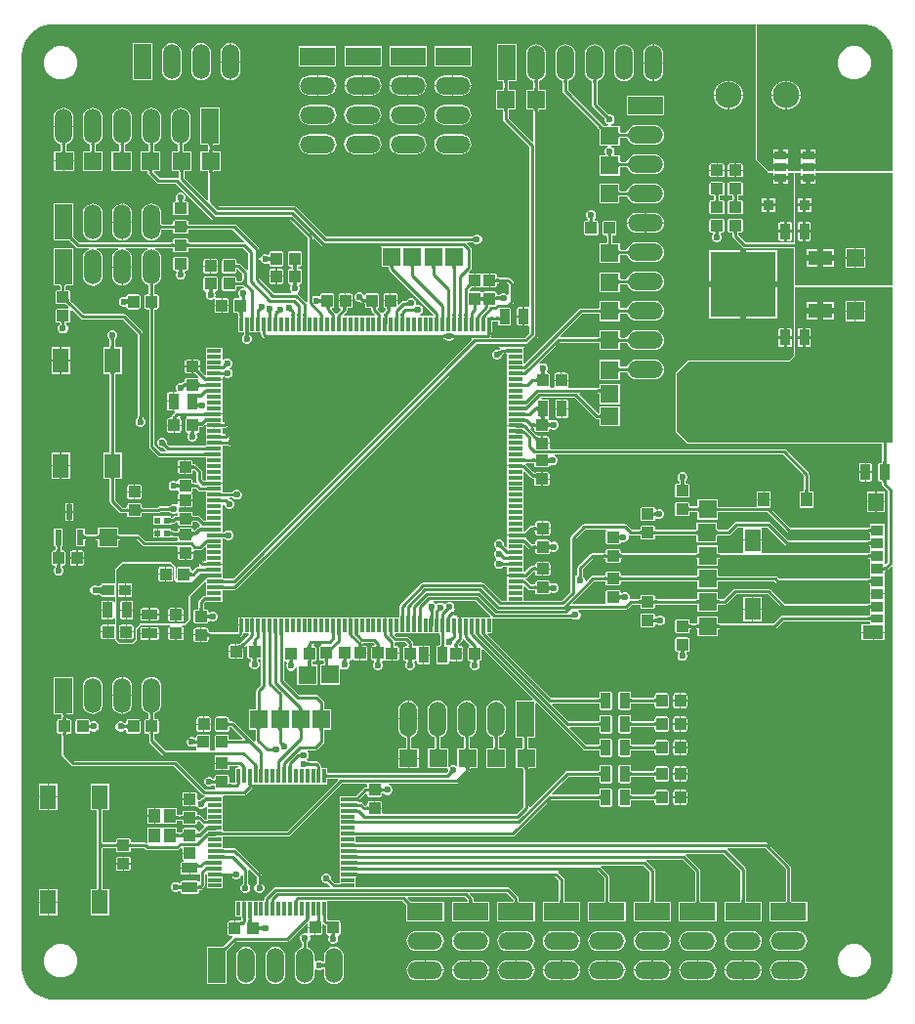
<source format=gtl>
G04*
G04 #@! TF.GenerationSoftware,Altium Limited,Altium Designer,21.9.2 (33)*
G04*
G04 Layer_Physical_Order=1*
G04 Layer_Color=255*
%FSLAX25Y25*%
%MOIN*%
G70*
G04*
G04 #@! TF.SameCoordinates,4D01AB76-DD33-443A-9DFE-E83AFE04FE17*
G04*
G04*
G04 #@! TF.FilePolarity,Positive*
G04*
G01*
G75*
%ADD10C,0.01181*%
%ADD17C,0.01000*%
%ADD19R,0.03937X0.03150*%
%ADD20R,0.08465X0.05118*%
%ADD21R,0.22441X0.22441*%
%ADD22R,0.04331X0.02953*%
%ADD23R,0.04331X0.03347*%
%ADD24R,0.03937X0.04724*%
%ADD25R,0.05315X0.07480*%
%ADD26R,0.07087X0.04606*%
%ADD27R,0.05315X0.06102*%
%ADD28R,0.01968X0.02362*%
%ADD29R,0.05512X0.08268*%
%ADD30R,0.03937X0.03819*%
%ADD31R,0.04724X0.01181*%
%ADD32R,0.01181X0.04724*%
%ADD33R,0.01181X0.04724*%
%ADD34R,0.04724X0.01181*%
%ADD35R,0.02200X0.05200*%
%ADD36R,0.02000X0.05200*%
%ADD37R,0.06000X0.06000*%
%ADD38R,0.06000X0.06000*%
%ADD39R,0.03543X0.03740*%
G04:AMPARAMS|DCode=40|XSize=55.12mil|YSize=35.43mil|CornerRadius=2.66mil|HoleSize=0mil|Usage=FLASHONLY|Rotation=270.000|XOffset=0mil|YOffset=0mil|HoleType=Round|Shape=RoundedRectangle|*
%AMROUNDEDRECTD40*
21,1,0.05512,0.03012,0,0,270.0*
21,1,0.04980,0.03543,0,0,270.0*
1,1,0.00532,-0.01506,-0.02490*
1,1,0.00532,-0.01506,0.02490*
1,1,0.00532,0.01506,0.02490*
1,1,0.00532,0.01506,-0.02490*
%
%ADD40ROUNDEDRECTD40*%
G04:AMPARAMS|DCode=41|XSize=43.31mil|YSize=39.37mil|CornerRadius=2.95mil|HoleSize=0mil|Usage=FLASHONLY|Rotation=0.000|XOffset=0mil|YOffset=0mil|HoleType=Round|Shape=RoundedRectangle|*
%AMROUNDEDRECTD41*
21,1,0.04331,0.03347,0,0,0.0*
21,1,0.03740,0.03937,0,0,0.0*
1,1,0.00591,0.01870,-0.01673*
1,1,0.00591,-0.01870,-0.01673*
1,1,0.00591,-0.01870,0.01673*
1,1,0.00591,0.01870,0.01673*
%
%ADD41ROUNDEDRECTD41*%
G04:AMPARAMS|DCode=42|XSize=43.31mil|YSize=39.37mil|CornerRadius=2.95mil|HoleSize=0mil|Usage=FLASHONLY|Rotation=270.000|XOffset=0mil|YOffset=0mil|HoleType=Round|Shape=RoundedRectangle|*
%AMROUNDEDRECTD42*
21,1,0.04331,0.03347,0,0,270.0*
21,1,0.03740,0.03937,0,0,270.0*
1,1,0.00591,-0.01673,-0.01870*
1,1,0.00591,-0.01673,0.01870*
1,1,0.00591,0.01673,0.01870*
1,1,0.00591,0.01673,-0.01870*
%
%ADD42ROUNDEDRECTD42*%
G04:AMPARAMS|DCode=43|XSize=43.31mil|YSize=39.37mil|CornerRadius=3.94mil|HoleSize=0mil|Usage=FLASHONLY|Rotation=180.000|XOffset=0mil|YOffset=0mil|HoleType=Round|Shape=RoundedRectangle|*
%AMROUNDEDRECTD43*
21,1,0.04331,0.03150,0,0,180.0*
21,1,0.03543,0.03937,0,0,180.0*
1,1,0.00787,-0.01772,0.01575*
1,1,0.00787,0.01772,0.01575*
1,1,0.00787,0.01772,-0.01575*
1,1,0.00787,-0.01772,-0.01575*
%
%ADD43ROUNDEDRECTD43*%
G04:AMPARAMS|DCode=44|XSize=43.31mil|YSize=39.37mil|CornerRadius=3.94mil|HoleSize=0mil|Usage=FLASHONLY|Rotation=90.000|XOffset=0mil|YOffset=0mil|HoleType=Round|Shape=RoundedRectangle|*
%AMROUNDEDRECTD44*
21,1,0.04331,0.03150,0,0,90.0*
21,1,0.03543,0.03937,0,0,90.0*
1,1,0.00787,0.01575,0.01772*
1,1,0.00787,0.01575,-0.01772*
1,1,0.00787,-0.01575,-0.01772*
1,1,0.00787,-0.01575,0.01772*
%
%ADD44ROUNDEDRECTD44*%
G04:AMPARAMS|DCode=45|XSize=55.12mil|YSize=35.43mil|CornerRadius=2.66mil|HoleSize=0mil|Usage=FLASHONLY|Rotation=180.000|XOffset=0mil|YOffset=0mil|HoleType=Round|Shape=RoundedRectangle|*
%AMROUNDEDRECTD45*
21,1,0.05512,0.03012,0,0,180.0*
21,1,0.04980,0.03543,0,0,180.0*
1,1,0.00532,-0.02490,0.01506*
1,1,0.00532,0.02490,0.01506*
1,1,0.00532,0.02490,-0.01506*
1,1,0.00532,-0.02490,-0.01506*
%
%ADD45ROUNDEDRECTD45*%
%ADD78C,0.01968*%
%ADD79C,0.02756*%
%ADD80C,0.01378*%
%ADD81O,0.05937X0.11874*%
%ADD82R,0.05937X0.11874*%
%ADD83R,0.11874X0.05937*%
%ADD84O,0.11874X0.05937*%
%ADD85C,0.09055*%
%ADD86C,0.02362*%
G36*
X177359Y314718D02*
X177275Y314683D01*
X177200Y314626D01*
X177135Y314546D01*
X177081Y314442D01*
X177036Y314316D01*
X177001Y314167D01*
X176977Y313995D01*
X176962Y313800D01*
X176957Y313582D01*
X175957D01*
X175952Y313800D01*
X175937Y313995D01*
X175912Y314167D01*
X175877Y314316D01*
X175833Y314442D01*
X175778Y314546D01*
X175713Y314626D01*
X175639Y314683D01*
X175555Y314718D01*
X175460Y314729D01*
X177453D01*
X177359Y314718D01*
D02*
G37*
G36*
X166968Y314537D02*
X166883Y314507D01*
X166808Y314457D01*
X166743Y314387D01*
X166688Y314297D01*
X166643Y314187D01*
X166608Y314057D01*
X166583Y313907D01*
X166568Y313737D01*
X166563Y313547D01*
X165563D01*
X165558Y313737D01*
X165543Y313907D01*
X165518Y314057D01*
X165483Y314187D01*
X165438Y314297D01*
X165383Y314387D01*
X165318Y314457D01*
X165243Y314507D01*
X165158Y314537D01*
X165063Y314547D01*
X167063D01*
X166968Y314537D01*
D02*
G37*
G36*
X176962Y311670D02*
X176977Y311498D01*
X177002Y311346D01*
X177037Y311214D01*
X177082Y311103D01*
X177137Y311012D01*
X177202Y310941D01*
X177277Y310891D01*
X177362Y310860D01*
X177457Y310850D01*
X175457D01*
X175552Y310860D01*
X175637Y310891D01*
X175712Y310941D01*
X175777Y311012D01*
X175832Y311103D01*
X175877Y311214D01*
X175912Y311346D01*
X175937Y311498D01*
X175952Y311670D01*
X175957Y311862D01*
X176957D01*
X176962Y311670D01*
D02*
G37*
G36*
X166568D02*
X166583Y311498D01*
X166608Y311346D01*
X166643Y311214D01*
X166688Y311103D01*
X166743Y311012D01*
X166808Y310941D01*
X166883Y310891D01*
X166968Y310860D01*
X167063Y310850D01*
X165063D01*
X165158Y310860D01*
X165243Y310891D01*
X165318Y310941D01*
X165383Y311012D01*
X165438Y311103D01*
X165483Y311214D01*
X165518Y311346D01*
X165543Y311498D01*
X165558Y311670D01*
X165563Y311862D01*
X166563D01*
X166568Y311670D01*
D02*
G37*
G36*
X177283Y304888D02*
X177198Y304857D01*
X177123Y304807D01*
X177058Y304736D01*
X177003Y304645D01*
X176958Y304534D01*
X176923Y304402D01*
X176898Y304250D01*
X176883Y304078D01*
X176878Y303886D01*
X175878D01*
X175873Y304078D01*
X175858Y304250D01*
X175833Y304402D01*
X175798Y304534D01*
X175753Y304645D01*
X175698Y304736D01*
X175633Y304807D01*
X175558Y304857D01*
X175473Y304888D01*
X175378Y304898D01*
X177378D01*
X177283Y304888D01*
D02*
G37*
G36*
X167047Y304876D02*
X166962Y304846D01*
X166887Y304796D01*
X166822Y304726D01*
X166767Y304636D01*
X166722Y304526D01*
X166687Y304396D01*
X166662Y304246D01*
X166647Y304076D01*
X166642Y303886D01*
X165642D01*
X165637Y304076D01*
X165622Y304246D01*
X165597Y304396D01*
X165562Y304526D01*
X165517Y304636D01*
X165462Y304726D01*
X165397Y304796D01*
X165322Y304846D01*
X165237Y304876D01*
X165142Y304886D01*
X167142D01*
X167047Y304876D01*
D02*
G37*
G36*
X56099Y293064D02*
X56015Y293030D01*
X55940Y292972D01*
X55876Y292892D01*
X55821Y292789D01*
X55776Y292663D01*
X55742Y292514D01*
X55717Y292342D01*
X55702Y292147D01*
X55697Y291929D01*
X54697D01*
X54692Y292147D01*
X54677Y292342D01*
X54652Y292514D01*
X54617Y292663D01*
X54573Y292789D01*
X54518Y292892D01*
X54454Y292972D01*
X54379Y293030D01*
X54295Y293064D01*
X54200Y293076D01*
X56193D01*
X56099Y293064D01*
D02*
G37*
G36*
X46099D02*
X46015Y293030D01*
X45940Y292972D01*
X45876Y292892D01*
X45821Y292789D01*
X45776Y292663D01*
X45742Y292514D01*
X45717Y292342D01*
X45702Y292147D01*
X45697Y291929D01*
X44697D01*
X44692Y292147D01*
X44677Y292342D01*
X44652Y292514D01*
X44617Y292663D01*
X44573Y292789D01*
X44518Y292892D01*
X44454Y292972D01*
X44379Y293030D01*
X44295Y293064D01*
X44200Y293076D01*
X46193D01*
X46099Y293064D01*
D02*
G37*
G36*
X66259Y292884D02*
X66174Y292854D01*
X66099Y292804D01*
X66034Y292734D01*
X65979Y292644D01*
X65934Y292534D01*
X65899Y292404D01*
X65874Y292254D01*
X65859Y292084D01*
X65854Y291894D01*
X64854D01*
X64849Y292084D01*
X64834Y292254D01*
X64809Y292404D01*
X64774Y292534D01*
X64729Y292644D01*
X64674Y292734D01*
X64609Y292804D01*
X64534Y292854D01*
X64449Y292884D01*
X64354Y292894D01*
X66354D01*
X66259Y292884D01*
D02*
G37*
G36*
X65859Y290806D02*
X65874Y290636D01*
X65899Y290486D01*
X65934Y290356D01*
X65979Y290246D01*
X66034Y290156D01*
X66099Y290086D01*
X66174Y290036D01*
X66259Y290006D01*
X66354Y289996D01*
X64354D01*
X64449Y290006D01*
X64534Y290036D01*
X64609Y290086D01*
X64674Y290156D01*
X64729Y290246D01*
X64774Y290356D01*
X64809Y290486D01*
X64834Y290636D01*
X64849Y290806D01*
X64854Y290996D01*
X65854D01*
X65859Y290806D01*
D02*
G37*
G36*
X55702D02*
X55717Y290636D01*
X55742Y290486D01*
X55777Y290356D01*
X55822Y290246D01*
X55877Y290156D01*
X55942Y290086D01*
X56017Y290036D01*
X56102Y290006D01*
X56197Y289996D01*
X54197D01*
X54292Y290006D01*
X54377Y290036D01*
X54452Y290086D01*
X54517Y290156D01*
X54572Y290246D01*
X54617Y290356D01*
X54652Y290486D01*
X54677Y290636D01*
X54692Y290806D01*
X54697Y290996D01*
X55697D01*
X55702Y290806D01*
D02*
G37*
G36*
X45702D02*
X45717Y290636D01*
X45742Y290486D01*
X45777Y290356D01*
X45822Y290246D01*
X45877Y290156D01*
X45942Y290086D01*
X46017Y290036D01*
X46102Y290006D01*
X46197Y289996D01*
X44197D01*
X44292Y290006D01*
X44377Y290036D01*
X44452Y290086D01*
X44517Y290156D01*
X44572Y290246D01*
X44617Y290356D01*
X44652Y290486D01*
X44677Y290636D01*
X44692Y290806D01*
X44697Y290996D01*
X45697D01*
X45702Y290806D01*
D02*
G37*
G36*
X289106Y333595D02*
X290768Y333196D01*
X292348Y332542D01*
X293805Y331649D01*
X295105Y330538D01*
X296216Y329238D01*
X297109Y327781D01*
X297763Y326201D01*
X298162Y324539D01*
X298258Y323323D01*
X298295Y322835D01*
X298295Y322835D01*
X298295Y322343D01*
Y283465D01*
X271858D01*
Y284289D01*
X266921D01*
Y283465D01*
X262409D01*
Y284289D01*
X257472D01*
Y283465D01*
X255906D01*
X251969Y287402D01*
Y333728D01*
X287402D01*
X287406Y333729D01*
X289106Y333595D01*
D02*
G37*
G36*
X66259Y284022D02*
X66174Y283991D01*
X66099Y283941D01*
X66034Y283870D01*
X65979Y283779D01*
X65934Y283667D01*
X65899Y283536D01*
X65874Y283384D01*
X65859Y283212D01*
X65854Y283020D01*
X64854D01*
X64849Y283212D01*
X64834Y283384D01*
X64809Y283536D01*
X64774Y283667D01*
X64729Y283779D01*
X64674Y283870D01*
X64609Y283941D01*
X64534Y283991D01*
X64449Y284022D01*
X64354Y284032D01*
X66354D01*
X66259Y284022D01*
D02*
G37*
G36*
X56417D02*
X56332Y283991D01*
X56257Y283941D01*
X56192Y283870D01*
X56137Y283779D01*
X56092Y283667D01*
X56057Y283536D01*
X56032Y283384D01*
X56017Y283212D01*
X56012Y283020D01*
X55012D01*
X55007Y283212D01*
X54992Y283384D01*
X54967Y283536D01*
X54932Y283667D01*
X54887Y283779D01*
X54832Y283870D01*
X54767Y283941D01*
X54692Y283991D01*
X54607Y284022D01*
X54512Y284032D01*
X56512D01*
X56417Y284022D01*
D02*
G37*
G36*
X45787D02*
X45702Y283991D01*
X45627Y283941D01*
X45562Y283870D01*
X45507Y283779D01*
X45462Y283667D01*
X45427Y283536D01*
X45402Y283384D01*
X45387Y283212D01*
X45382Y283020D01*
X44382D01*
X44377Y283212D01*
X44362Y283384D01*
X44337Y283536D01*
X44302Y283667D01*
X44257Y283779D01*
X44202Y283870D01*
X44137Y283941D01*
X44062Y283991D01*
X43977Y284022D01*
X43882Y284032D01*
X45882D01*
X45787Y284022D01*
D02*
G37*
G36*
X298295Y244488D02*
X264764D01*
Y282874D01*
X266921D01*
Y282049D01*
X271858D01*
Y282874D01*
X298295D01*
Y244488D01*
D02*
G37*
G36*
X57275Y265387D02*
X57306Y265302D01*
X57356Y265227D01*
X57427Y265162D01*
X57518Y265107D01*
X57629Y265062D01*
X57761Y265027D01*
X57913Y265002D01*
X58085Y264987D01*
X58277Y264982D01*
Y263982D01*
X58085Y263977D01*
X57913Y263962D01*
X57761Y263937D01*
X57629Y263902D01*
X57518Y263857D01*
X57427Y263802D01*
X57356Y263737D01*
X57306Y263662D01*
X57275Y263577D01*
X57265Y263482D01*
Y265482D01*
X57275Y265387D01*
D02*
G37*
G36*
X52971Y263482D02*
X52961Y263577D01*
X52931Y263662D01*
X52880Y263737D01*
X52809Y263802D01*
X52718Y263857D01*
X52607Y263902D01*
X52475Y263937D01*
X52324Y263962D01*
X52152Y263977D01*
X51959Y263982D01*
Y264982D01*
X52152Y264987D01*
X52324Y265002D01*
X52475Y265027D01*
X52607Y265062D01*
X52718Y265107D01*
X52809Y265162D01*
X52880Y265227D01*
X52931Y265302D01*
X52961Y265387D01*
X52971Y265482D01*
Y263482D01*
D02*
G37*
G36*
X48166Y265387D02*
X48196Y265302D01*
X48247Y265227D01*
X48318Y265162D01*
X48409Y265107D01*
X48520Y265062D01*
X48651Y265027D01*
X48803Y265002D01*
X48975Y264987D01*
X49168Y264982D01*
Y263982D01*
X48975Y263977D01*
X48803Y263962D01*
X48651Y263937D01*
X48520Y263902D01*
X48409Y263857D01*
X48318Y263802D01*
X48247Y263737D01*
X48196Y263662D01*
X48166Y263577D01*
X48156Y263482D01*
Y265482D01*
X48166Y265387D01*
D02*
G37*
G36*
X245393Y263000D02*
X245308Y262970D01*
X245233Y262919D01*
X245168Y262849D01*
X245113Y262758D01*
X245068Y262646D01*
X245033Y262515D01*
X245008Y262363D01*
X244993Y262191D01*
X244988Y261999D01*
X243988D01*
X243983Y262191D01*
X243968Y262363D01*
X243943Y262515D01*
X243908Y262646D01*
X243863Y262758D01*
X243808Y262849D01*
X243743Y262919D01*
X243668Y262970D01*
X243583Y263000D01*
X243488Y263011D01*
X245488D01*
X245393Y263000D01*
D02*
G37*
G36*
X18097Y261553D02*
X18068Y261461D01*
Y261355D01*
X18097Y261235D01*
X18153Y261101D01*
X18238Y260952D01*
X18351Y260789D01*
X18493Y260613D01*
X18860Y260217D01*
X18153Y259510D01*
X17948Y259708D01*
X17581Y260019D01*
X17418Y260132D01*
X17269Y260217D01*
X17135Y260273D01*
X17015Y260302D01*
X16909D01*
X16817Y260273D01*
X16739Y260217D01*
X18153Y261631D01*
X18097Y261553D01*
D02*
G37*
G36*
X155528Y259440D02*
X155456Y259497D01*
X155380Y259547D01*
X155298Y259591D01*
X155210Y259630D01*
X155117Y259662D01*
X155019Y259689D01*
X154915Y259710D01*
X154806Y259724D01*
X154692Y259733D01*
X154572Y259736D01*
X154480Y260736D01*
X154600Y260740D01*
X154714Y260750D01*
X154821Y260768D01*
X154922Y260792D01*
X155016Y260824D01*
X155104Y260863D01*
X155185Y260909D01*
X155260Y260962D01*
X155328Y261021D01*
X155390Y261088D01*
X155528Y259440D01*
D02*
G37*
G36*
X11811Y333728D02*
X251536D01*
Y287402D01*
X251662Y287095D01*
X255599Y283158D01*
X255906Y283032D01*
X257472D01*
Y282049D01*
X262409D01*
Y283032D01*
X264226D01*
X264331Y282874D01*
Y259185D01*
X248018D01*
X245406Y261797D01*
Y261953D01*
X245421Y261987D01*
X245426Y262166D01*
X245438Y262309D01*
X245457Y262424D01*
X245480Y262509D01*
X245502Y262563D01*
X245510Y262578D01*
X245519Y262579D01*
X246358D01*
X246630Y262632D01*
X246860Y262786D01*
X247013Y263016D01*
X247067Y263287D01*
Y266634D01*
X247013Y266905D01*
X246860Y267135D01*
X246630Y267289D01*
X246358Y267343D01*
X242618D01*
X242347Y267289D01*
X242117Y267135D01*
X241963Y266905D01*
X241909Y266634D01*
Y263287D01*
X241963Y263016D01*
X242117Y262786D01*
X242347Y262632D01*
X242618Y262579D01*
X243457D01*
X243466Y262578D01*
X243475Y262563D01*
X243497Y262509D01*
X243519Y262424D01*
X243538Y262309D01*
X243551Y262166D01*
X243555Y261987D01*
X243571Y261953D01*
Y261417D01*
X243640Y261066D01*
X243839Y260769D01*
X246989Y257619D01*
X247287Y257420D01*
X247638Y257350D01*
X264331D01*
Y244488D01*
X264421Y244272D01*
X264331Y244055D01*
Y220669D01*
X264394Y220518D01*
X262813Y218937D01*
X228346D01*
X228040Y218810D01*
X224103Y214873D01*
X223976Y214567D01*
Y194882D01*
X224103Y194576D01*
X228040Y190639D01*
X228346Y190512D01*
X294456D01*
Y184700D01*
X294441Y184666D01*
X294437Y184487D01*
X294424Y184344D01*
X294405Y184229D01*
X294383Y184144D01*
X294361Y184090D01*
X294352Y184075D01*
X294343Y184074D01*
X293868D01*
X293608Y184023D01*
X293388Y183876D01*
X293241Y183655D01*
X293189Y183396D01*
Y178415D01*
X293241Y178156D01*
X293388Y177935D01*
X293608Y177788D01*
X293868Y177737D01*
X294343D01*
X294352Y177736D01*
X294361Y177721D01*
X294383Y177667D01*
X294405Y177582D01*
X294424Y177467D01*
X294437Y177324D01*
X294441Y177145D01*
X294456Y177111D01*
Y176772D01*
X294526Y176420D01*
X294725Y176123D01*
X296622Y174226D01*
Y150183D01*
X295990Y149551D01*
X295528Y149743D01*
X295528Y150154D01*
X295528Y150654D01*
Y154485D01*
X295528D01*
Y154669D01*
X295528D01*
Y158500D01*
X295528Y158815D01*
X295528Y159315D01*
Y163146D01*
X290397D01*
Y162131D01*
X290391Y162119D01*
X290388Y162095D01*
X290374Y162086D01*
X290320Y162064D01*
X290234Y162042D01*
X290119Y162023D01*
X289977Y162010D01*
X289798Y162006D01*
X289764Y161990D01*
X263225D01*
X256871Y168344D01*
X256552Y168685D01*
X256552D01*
X256552Y168685D01*
Y171247D01*
X254183D01*
X251815D01*
Y169028D01*
X239073D01*
X239039Y169043D01*
X238862Y169048D01*
X238722Y169060D01*
X238609Y169079D01*
X238526Y169101D01*
X238474Y169123D01*
X238461Y169131D01*
X238458Y169156D01*
X238439Y169190D01*
Y171510D01*
X231639D01*
Y169266D01*
X231633Y169255D01*
X231630Y169231D01*
X231616Y169222D01*
X231562Y169200D01*
X231476Y169177D01*
X231362Y169158D01*
X231219Y169146D01*
X231040Y169141D01*
X231006Y169126D01*
X229582D01*
X229548Y169141D01*
X229369Y169146D01*
X229227Y169158D01*
X229112Y169177D01*
X229026Y169200D01*
X228972Y169222D01*
X228958Y169231D01*
X228957Y169240D01*
Y169882D01*
X228903Y170153D01*
X228749Y170383D01*
X228519Y170537D01*
X228248Y170591D01*
X224508D01*
X224237Y170537D01*
X224007Y170383D01*
X223853Y170153D01*
X223799Y169882D01*
Y166535D01*
X223853Y166264D01*
X224007Y166034D01*
X224237Y165881D01*
X224508Y165826D01*
X228248D01*
X228519Y165881D01*
X228749Y166034D01*
X228903Y166264D01*
X228957Y166535D01*
Y167177D01*
X228958Y167187D01*
X228972Y167195D01*
X229026Y167217D01*
X229112Y167240D01*
X229227Y167259D01*
X229369Y167271D01*
X229548Y167276D01*
X229582Y167291D01*
X231006D01*
X231040Y167276D01*
X231219Y167271D01*
X231362Y167259D01*
X231476Y167240D01*
X231562Y167217D01*
X231616Y167195D01*
X231630Y167187D01*
X231633Y167163D01*
X231639Y167151D01*
Y164710D01*
X238439D01*
Y167031D01*
X238458Y167065D01*
X238461Y167090D01*
X238474Y167098D01*
X238526Y167119D01*
X238609Y167142D01*
X238722Y167160D01*
X238862Y167173D01*
X239039Y167177D01*
X239073Y167193D01*
X255427D01*
X262196Y160424D01*
X262493Y160225D01*
X262844Y160155D01*
X289764D01*
X289798Y160140D01*
X289977Y160135D01*
X290119Y160123D01*
X290234Y160104D01*
X290320Y160081D01*
X290374Y160059D01*
X290388Y160051D01*
X290391Y160027D01*
X290397Y160015D01*
X290397Y159000D01*
X290397Y158500D01*
Y157800D01*
X290391Y157788D01*
X290388Y157764D01*
X290374Y157756D01*
X290320Y157734D01*
X290234Y157711D01*
X290119Y157692D01*
X289977Y157680D01*
X289798Y157675D01*
X289764Y157660D01*
X262437D01*
X256456Y163641D01*
X256158Y163840D01*
X255807Y163910D01*
X244882D01*
X244531Y163840D01*
X244233Y163641D01*
X241746Y161154D01*
X239073D01*
X239039Y161169D01*
X238862Y161174D01*
X238722Y161186D01*
X238609Y161205D01*
X238526Y161227D01*
X238474Y161249D01*
X238461Y161257D01*
X238458Y161282D01*
X238389Y161409D01*
X238334Y161542D01*
X238311Y161552D01*
X238300Y161573D01*
X238161Y161614D01*
X238046Y161662D01*
Y163636D01*
X231246D01*
Y161294D01*
X231239Y161282D01*
X231237Y161258D01*
X231222Y161250D01*
X231168Y161228D01*
X231083Y161205D01*
X230968Y161186D01*
X230825Y161174D01*
X230646Y161169D01*
X230612Y161154D01*
X218504D01*
X218504Y161154D01*
X217771D01*
X217737Y161169D01*
X217558Y161174D01*
X217416Y161186D01*
X217301Y161205D01*
X217215Y161228D01*
X217161Y161250D01*
X217147Y161258D01*
X217146Y161267D01*
Y161909D01*
X217092Y162181D01*
X216938Y162411D01*
X216708Y162564D01*
X216437Y162618D01*
X212697D01*
X212426Y162564D01*
X212196Y162411D01*
X212042Y162181D01*
X211988Y161909D01*
Y161267D01*
X211987Y161258D01*
X211973Y161250D01*
X211918Y161228D01*
X211833Y161205D01*
X211718Y161186D01*
X211576Y161174D01*
X211397Y161169D01*
X211363Y161154D01*
X209042D01*
X207342Y162854D01*
X207044Y163052D01*
X206693Y163122D01*
X192913D01*
X192562Y163052D01*
X192264Y162854D01*
X188328Y158917D01*
X188129Y158619D01*
X188059Y158268D01*
Y140045D01*
X185053Y137040D01*
X172140D01*
Y141755D01*
X172602Y141947D01*
X173662Y140887D01*
X173960Y140688D01*
X174311Y140618D01*
X175534D01*
X175568Y140603D01*
X175747Y140598D01*
X175890Y140585D01*
X176004Y140567D01*
X176090Y140544D01*
X176144Y140522D01*
X176158Y140513D01*
X176159Y140504D01*
Y139961D01*
X176221Y139651D01*
X176396Y139388D01*
X176659Y139213D01*
X176969Y139151D01*
X180512D01*
X180822Y139213D01*
X181084Y139388D01*
X181193Y139552D01*
X181294Y139661D01*
X181799Y139801D01*
X182146Y139657D01*
X182815D01*
X183433Y139913D01*
X183905Y140386D01*
X184161Y141004D01*
Y141673D01*
X183905Y142291D01*
X183433Y142764D01*
X182815Y143020D01*
X182146D01*
X181821Y142885D01*
X181532Y143015D01*
X181305Y143193D01*
X181260Y143420D01*
X181084Y143683D01*
X180822Y143858D01*
X180512Y143920D01*
X176969D01*
X176659Y143858D01*
X176396Y143683D01*
X176221Y143420D01*
X176159Y143110D01*
Y142567D01*
X176158Y142558D01*
X176144Y142549D01*
X176090Y142527D01*
X176004Y142504D01*
X175890Y142485D01*
X175747Y142473D01*
X175568Y142468D01*
X175534Y142453D01*
X174691D01*
X172944Y144201D01*
X172958Y144431D01*
X173069Y144735D01*
X173107Y144743D01*
X173405Y144942D01*
X175478Y147015D01*
X175534D01*
X175568Y147000D01*
X175747Y146996D01*
X175890Y146983D01*
X176004Y146964D01*
X176090Y146942D01*
X176144Y146920D01*
X176158Y146911D01*
X176159Y146902D01*
Y146260D01*
X176221Y145950D01*
X176396Y145688D01*
X176659Y145512D01*
X176969Y145451D01*
X178540D01*
Y147835D01*
Y150219D01*
X176969D01*
X176659Y150157D01*
X176396Y149982D01*
X176221Y149719D01*
X176159Y149409D01*
Y148964D01*
X176158Y148955D01*
X176144Y148946D01*
X176090Y148925D01*
X176004Y148902D01*
X175890Y148883D01*
X175747Y148871D01*
X175568Y148866D01*
X175534Y148851D01*
X175098D01*
X174747Y148781D01*
X174450Y148582D01*
X172640Y146773D01*
X172140Y146980D01*
Y152474D01*
Y155875D01*
X172640Y156082D01*
X173957Y154764D01*
X174255Y154566D01*
X174606Y154496D01*
X175534D01*
X175568Y154481D01*
X175747Y154476D01*
X175890Y154464D01*
X176004Y154445D01*
X176090Y154422D01*
X176144Y154400D01*
X176158Y154391D01*
X176159Y154382D01*
Y153839D01*
X176221Y153529D01*
X176396Y153266D01*
X176659Y153091D01*
X176969Y153029D01*
X180512D01*
X180822Y153091D01*
X181084Y153266D01*
X181260Y153529D01*
X181272Y153591D01*
X181749Y153863D01*
X181821Y153867D01*
X182146Y153732D01*
X182815D01*
X183433Y153988D01*
X183905Y154461D01*
X184161Y155079D01*
Y155748D01*
X183905Y156366D01*
X183433Y156839D01*
X182815Y157095D01*
X182146D01*
X181821Y156960D01*
X181749Y156964D01*
X181272Y157236D01*
X181260Y157298D01*
X181084Y157560D01*
X180822Y157736D01*
X180512Y157797D01*
X176969D01*
X176659Y157736D01*
X176396Y157560D01*
X176221Y157298D01*
X176159Y156988D01*
Y156445D01*
X176158Y156435D01*
X176144Y156427D01*
X176090Y156405D01*
X176004Y156382D01*
X175890Y156363D01*
X175747Y156351D01*
X175568Y156346D01*
X175534Y156331D01*
X174986D01*
X173287Y158031D01*
X173186Y158098D01*
X173143Y158654D01*
X173151Y158677D01*
X173188Y158702D01*
X175282Y160795D01*
X175534D01*
X175568Y160780D01*
X175747Y160775D01*
X175890Y160763D01*
X176004Y160744D01*
X176090Y160721D01*
X176144Y160699D01*
X176158Y160691D01*
X176159Y160681D01*
Y160138D01*
X176221Y159828D01*
X176396Y159566D01*
X176659Y159390D01*
X176969Y159328D01*
X178540D01*
Y161713D01*
Y164097D01*
X176969D01*
X176659Y164035D01*
X176396Y163860D01*
X176221Y163597D01*
X176159Y163287D01*
Y162744D01*
X176158Y162735D01*
X176144Y162726D01*
X176090Y162704D01*
X176004Y162681D01*
X175890Y162662D01*
X175747Y162650D01*
X175568Y162645D01*
X175534Y162630D01*
X174902D01*
X174550Y162560D01*
X174253Y162362D01*
X172640Y160749D01*
X172140Y160956D01*
Y164285D01*
Y168222D01*
Y172159D01*
Y176096D01*
Y181024D01*
X172602Y181215D01*
X174847Y178970D01*
X175145Y178771D01*
X175417Y178717D01*
X175488Y178686D01*
X175634Y178683D01*
X175751Y178676D01*
X175846Y178665D01*
X175864Y178661D01*
Y176969D01*
X175926Y176659D01*
X176101Y176396D01*
X176364Y176221D01*
X176673Y176159D01*
X178245D01*
Y178543D01*
X178445D01*
D01*
X178245D01*
Y180927D01*
X176673D01*
X176364Y180866D01*
X176176Y180740D01*
X176112Y180719D01*
X175747Y180762D01*
X175608Y180805D01*
X172870Y183543D01*
X172870Y183575D01*
X173025Y184043D01*
X175239D01*
X175273Y184028D01*
X175452Y184023D01*
X175594Y184011D01*
X175709Y183992D01*
X175794Y183969D01*
X175849Y183947D01*
X175863Y183939D01*
X175864Y183929D01*
Y183268D01*
X175926Y182958D01*
X176101Y182695D01*
X176364Y182520D01*
X176673Y182458D01*
X180217D01*
X180526Y182520D01*
X180789Y182695D01*
X180964Y182958D01*
X180977Y183020D01*
X181453Y183292D01*
X181526Y183296D01*
X181851Y183161D01*
X182519D01*
X183137Y183417D01*
X183610Y183890D01*
X183866Y184508D01*
Y185177D01*
X183610Y185795D01*
X183137Y186268D01*
X182872Y186378D01*
X182971Y186878D01*
X260644D01*
X267832Y179689D01*
Y174842D01*
X267817Y174808D01*
X267812Y174629D01*
X267800Y174487D01*
X267781Y174372D01*
X267758Y174287D01*
X267737Y174232D01*
X267728Y174218D01*
X267704Y174216D01*
X267692Y174209D01*
X266382D01*
Y168685D01*
X271118D01*
Y174209D01*
X269808D01*
X269796Y174216D01*
X269772Y174218D01*
X269763Y174232D01*
X269742Y174287D01*
X269719Y174372D01*
X269700Y174487D01*
X269688Y174629D01*
X269683Y174808D01*
X269668Y174842D01*
Y180069D01*
X269598Y180420D01*
X269399Y180718D01*
X261672Y188444D01*
X261375Y188643D01*
X261024Y188713D01*
X181419D01*
X181026Y189173D01*
Y190548D01*
X178445D01*
Y190748D01*
X178245D01*
Y193132D01*
X177700D01*
X177698Y193133D01*
X177696Y193132D01*
X177299D01*
X177256Y193157D01*
X177124Y193249D01*
X176781Y193541D01*
X176585Y193730D01*
X176549Y193745D01*
X174638Y195656D01*
X174772Y196007D01*
X174871Y196130D01*
X175239D01*
X175273Y196114D01*
X175452Y196110D01*
X175594Y196097D01*
X175709Y196078D01*
X175794Y196056D01*
X175849Y196034D01*
X175863Y196025D01*
X175864Y196016D01*
Y195473D01*
X175926Y195163D01*
X176101Y194900D01*
X176364Y194725D01*
X176673Y194663D01*
X180217D01*
X180526Y194725D01*
X180789Y194900D01*
X180964Y195163D01*
X181017Y195426D01*
X181151Y195511D01*
X181526Y195624D01*
X181528Y195622D01*
X182146Y195366D01*
X182815D01*
X183433Y195622D01*
X183905Y196095D01*
X184161Y196713D01*
Y197382D01*
X183905Y198000D01*
X183433Y198472D01*
X182815Y198728D01*
X182146D01*
X181528Y198472D01*
X181526Y198470D01*
X181151Y198584D01*
X181017Y198668D01*
X180964Y198932D01*
X180865Y199080D01*
X180726Y199589D01*
X180873Y199809D01*
X180925Y200069D01*
Y205049D01*
X180873Y205309D01*
X180726Y205529D01*
X180506Y205676D01*
X180246Y205728D01*
X178362D01*
X178095Y206228D01*
X178187Y206366D01*
X189536D01*
X196651Y199251D01*
X196949Y199052D01*
X197300Y198982D01*
X197541D01*
X197575Y198967D01*
X197755Y198962D01*
X197897Y198950D01*
X198012Y198931D01*
X198097Y198908D01*
X198152Y198887D01*
X198166Y198878D01*
X198168Y198854D01*
X198175Y198842D01*
Y196600D01*
X204975D01*
Y203400D01*
X198175D01*
Y200958D01*
X198168Y200946D01*
X198166Y200922D01*
X198152Y200913D01*
X198097Y200891D01*
X198012Y200869D01*
X197897Y200850D01*
X197755Y200837D01*
X197663Y200835D01*
X191194Y207304D01*
X191385Y207766D01*
X197541D01*
X197575Y207751D01*
X197755Y207746D01*
X197897Y207734D01*
X198012Y207715D01*
X198097Y207692D01*
X198152Y207670D01*
X198166Y207661D01*
X198168Y207638D01*
X198175Y207626D01*
Y204080D01*
X204975D01*
Y210880D01*
X198175D01*
Y209741D01*
X198168Y209729D01*
X198166Y209705D01*
X198152Y209697D01*
X198097Y209675D01*
X198012Y209652D01*
X197897Y209633D01*
X197755Y209621D01*
X197575Y209616D01*
X197541Y209601D01*
X187614D01*
X187347Y210101D01*
X187362Y210123D01*
X187423Y210433D01*
Y212005D01*
X185039D01*
X182655D01*
Y210433D01*
X182717Y210123D01*
X182732Y210101D01*
X182465Y209601D01*
X181315D01*
X181048Y210101D01*
X181063Y210123D01*
X181124Y210433D01*
Y213976D01*
X181063Y214286D01*
X180887Y214549D01*
X180625Y214724D01*
X180315Y214786D01*
X180272D01*
X180065Y215286D01*
X180165Y215386D01*
X180421Y216004D01*
Y216673D01*
X180165Y217291D01*
X179692Y217764D01*
X179075Y218020D01*
X178406D01*
X177788Y217764D01*
X177522Y218154D01*
X184435Y225067D01*
X197541D01*
X197575Y225051D01*
X197752Y225047D01*
X197892Y225034D01*
X198005Y225016D01*
X198088Y224993D01*
X198141Y224972D01*
X198154Y224964D01*
X198156Y224939D01*
X198175Y224905D01*
Y222584D01*
X204975D01*
Y224773D01*
X204981Y224785D01*
X204984Y224809D01*
X204998Y224817D01*
X205052Y224839D01*
X205138Y224862D01*
X205253Y224881D01*
X205395Y224893D01*
X205574Y224898D01*
X205608Y224913D01*
X206863D01*
X206898Y224898D01*
X207104Y224893D01*
X207273Y224881D01*
X207412Y224860D01*
X207520Y224835D01*
X207593Y224809D01*
X207610Y224800D01*
X207887Y224132D01*
X208427Y223429D01*
X209131Y222888D01*
X209950Y222549D01*
X210829Y222433D01*
X216766D01*
X217646Y222549D01*
X218465Y222888D01*
X219169Y223429D01*
X219709Y224132D01*
X220048Y224952D01*
X220164Y225831D01*
X220048Y226710D01*
X219709Y227530D01*
X219169Y228233D01*
X218465Y228773D01*
X217646Y229113D01*
X216766Y229228D01*
X210829D01*
X209950Y229113D01*
X209131Y228773D01*
X208427Y228233D01*
X207887Y227530D01*
X207610Y226861D01*
X207593Y226853D01*
X207520Y226827D01*
X207412Y226801D01*
X207273Y226781D01*
X207104Y226768D01*
X206898Y226764D01*
X206863Y226749D01*
X205608D01*
X205574Y226764D01*
X205395Y226768D01*
X205253Y226781D01*
X205138Y226800D01*
X205052Y226822D01*
X204998Y226844D01*
X204984Y226853D01*
X204981Y226877D01*
X204975Y226889D01*
Y229384D01*
X198175D01*
Y227064D01*
X198156Y227030D01*
X198154Y227005D01*
X198141Y226997D01*
X198088Y226975D01*
X198005Y226953D01*
X197892Y226934D01*
X197752Y226922D01*
X197575Y226917D01*
X197541Y226902D01*
X184944D01*
X184753Y227364D01*
X192298Y234909D01*
X197541D01*
X197575Y234894D01*
X197752Y234889D01*
X197892Y234877D01*
X198005Y234858D01*
X198088Y234836D01*
X198141Y234814D01*
X198154Y234806D01*
X198156Y234781D01*
X198175Y234747D01*
Y232427D01*
X204975D01*
Y234788D01*
X204981Y234800D01*
X204984Y234824D01*
X204998Y234832D01*
X205052Y234854D01*
X205138Y234877D01*
X205253Y234896D01*
X205395Y234908D01*
X205574Y234913D01*
X205608Y234928D01*
X206863D01*
X206898Y234913D01*
X207104Y234908D01*
X207273Y234895D01*
X207412Y234875D01*
X207520Y234850D01*
X207593Y234824D01*
X207610Y234815D01*
X207887Y234147D01*
X208427Y233443D01*
X209131Y232903D01*
X209950Y232564D01*
X210829Y232448D01*
X216766D01*
X217646Y232564D01*
X218465Y232903D01*
X219169Y233443D01*
X219709Y234147D01*
X220048Y234966D01*
X220164Y235846D01*
X220048Y236725D01*
X219709Y237544D01*
X219169Y238248D01*
X218465Y238788D01*
X217646Y239127D01*
X216766Y239243D01*
X210829D01*
X209950Y239127D01*
X209131Y238788D01*
X208427Y238248D01*
X207887Y237544D01*
X207610Y236876D01*
X207593Y236867D01*
X207520Y236841D01*
X207412Y236816D01*
X207273Y236796D01*
X207104Y236783D01*
X206898Y236778D01*
X206863Y236763D01*
X205608D01*
X205574Y236778D01*
X205395Y236783D01*
X205253Y236795D01*
X205138Y236814D01*
X205052Y236837D01*
X204998Y236859D01*
X204984Y236868D01*
X204981Y236892D01*
X204975Y236904D01*
Y239227D01*
X198175D01*
Y236906D01*
X198156Y236872D01*
X198154Y236847D01*
X198141Y236839D01*
X198088Y236818D01*
X198005Y236795D01*
X197892Y236777D01*
X197752Y236764D01*
X197575Y236760D01*
X197541Y236744D01*
X191918D01*
X191567Y236674D01*
X191269Y236476D01*
X172640Y217847D01*
X172140Y218054D01*
Y221372D01*
X172140Y223353D01*
X172582Y223492D01*
X173622D01*
X173973Y223562D01*
X174271Y223761D01*
X177027Y226517D01*
X177226Y226814D01*
X177296Y227165D01*
Y303841D01*
X177311Y303875D01*
X177315Y304054D01*
X177328Y304196D01*
X177347Y304311D01*
X177369Y304397D01*
X177391Y304451D01*
X177400Y304465D01*
X177424Y304468D01*
X177436Y304474D01*
X179778D01*
Y311274D01*
X177515D01*
X177503Y311280D01*
X177479Y311283D01*
X177470Y311297D01*
X177448Y311352D01*
X177426Y311437D01*
X177407Y311552D01*
X177394Y311694D01*
X177390Y311873D01*
X177374Y311907D01*
Y313538D01*
X177390Y313573D01*
X177394Y313779D01*
X177407Y313948D01*
X177427Y314087D01*
X177452Y314195D01*
X177478Y314268D01*
X177487Y314285D01*
X178156Y314562D01*
X178859Y315102D01*
X179399Y315805D01*
X179738Y316625D01*
X179854Y317504D01*
Y323441D01*
X179738Y324320D01*
X179399Y325140D01*
X178859Y325843D01*
X178156Y326383D01*
X177336Y326723D01*
X176457Y326838D01*
X175577Y326723D01*
X174758Y326383D01*
X174054Y325843D01*
X173514Y325140D01*
X173175Y324320D01*
X173059Y323441D01*
Y317504D01*
X173175Y316625D01*
X173514Y315805D01*
X174054Y315102D01*
X174758Y314562D01*
X175426Y314285D01*
X175435Y314268D01*
X175461Y314195D01*
X175486Y314087D01*
X175506Y313948D01*
X175519Y313779D01*
X175524Y313573D01*
X175539Y313538D01*
Y311907D01*
X175524Y311873D01*
X175519Y311694D01*
X175507Y311552D01*
X175488Y311437D01*
X175465Y311352D01*
X175443Y311297D01*
X175435Y311283D01*
X175411Y311280D01*
X175399Y311274D01*
X172978D01*
Y304474D01*
X175320D01*
X175332Y304468D01*
X175356Y304465D01*
X175364Y304451D01*
X175386Y304396D01*
X175409Y304311D01*
X175428Y304196D01*
X175441Y304054D01*
X175445Y303875D01*
X175460Y303841D01*
Y293802D01*
X174998Y293611D01*
X167059Y301550D01*
Y303840D01*
X167075Y303875D01*
X167079Y304051D01*
X167092Y304191D01*
X167110Y304304D01*
X167133Y304387D01*
X167154Y304440D01*
X167162Y304453D01*
X167187Y304455D01*
X167221Y304474D01*
X169542D01*
Y311274D01*
X167121D01*
X167109Y311280D01*
X167085Y311283D01*
X167076Y311297D01*
X167054Y311352D01*
X167032Y311437D01*
X167013Y311552D01*
X167000Y311694D01*
X166996Y311873D01*
X166981Y311907D01*
Y313502D01*
X166996Y313536D01*
X167000Y313713D01*
X167013Y313853D01*
X167032Y313965D01*
X167054Y314049D01*
X167076Y314101D01*
X167083Y314114D01*
X167108Y314117D01*
X167142Y314135D01*
X169825D01*
Y326810D01*
X163088D01*
Y314135D01*
X164983D01*
X165018Y314117D01*
X165042Y314114D01*
X165050Y314101D01*
X165072Y314049D01*
X165094Y313965D01*
X165113Y313853D01*
X165126Y313713D01*
X165130Y313536D01*
X165145Y313502D01*
Y311907D01*
X165130Y311873D01*
X165126Y311694D01*
X165113Y311552D01*
X165094Y311437D01*
X165071Y311352D01*
X165050Y311297D01*
X165041Y311283D01*
X165017Y311280D01*
X165005Y311274D01*
X162742D01*
Y304474D01*
X165062D01*
X165096Y304455D01*
X165121Y304453D01*
X165129Y304440D01*
X165151Y304387D01*
X165173Y304304D01*
X165192Y304191D01*
X165204Y304051D01*
X165209Y303875D01*
X165224Y303840D01*
Y301170D01*
X165294Y300819D01*
X165493Y300521D01*
X174060Y291953D01*
Y237530D01*
X173652Y237126D01*
X172346D01*
Y233957D01*
Y230788D01*
X173652D01*
X174060Y230383D01*
Y228212D01*
X172575Y226727D01*
X161053D01*
X160862Y227189D01*
X160972Y227299D01*
X161171Y227597D01*
X161240Y227948D01*
Y228024D01*
X161256Y228059D01*
X161267Y228655D01*
X161313D01*
X161334Y229067D01*
X161313Y229118D01*
Y232219D01*
X161320Y232230D01*
X161322Y232256D01*
X161339Y232266D01*
X161393Y232288D01*
X161478Y232311D01*
X161593Y232330D01*
X161734Y232342D01*
X161913Y232347D01*
X161947Y232362D01*
X162840D01*
X162874Y232347D01*
X163053Y232342D01*
X163195Y232330D01*
X163310Y232311D01*
X163395Y232288D01*
X163450Y232266D01*
X163464Y232258D01*
X163465Y232248D01*
Y231467D01*
X163517Y231207D01*
X163664Y230987D01*
X163884Y230839D01*
X164144Y230788D01*
X167156D01*
X167415Y230839D01*
X167636Y230987D01*
X167783Y231207D01*
X167834Y231467D01*
Y236447D01*
X167783Y236707D01*
X167636Y236927D01*
X167611Y237179D01*
X168661Y238229D01*
X168860Y238527D01*
X168929Y238878D01*
Y245177D01*
X168860Y245528D01*
X168661Y245826D01*
X167480Y247007D01*
X167182Y247206D01*
X166831Y247276D01*
X163836D01*
X163802Y247291D01*
X163623Y247296D01*
X163481Y247308D01*
X163366Y247327D01*
X163280Y247350D01*
X163226Y247372D01*
X163212Y247380D01*
X163211Y247390D01*
Y247933D01*
X163149Y248243D01*
X162974Y248505D01*
X162711Y248681D01*
X162402Y248742D01*
X160830D01*
Y246358D01*
Y243974D01*
X162402D01*
X162711Y244036D01*
X162974Y244211D01*
X163149Y244474D01*
X163211Y244783D01*
Y245327D01*
X163212Y245336D01*
X163226Y245345D01*
X163280Y245367D01*
X163366Y245390D01*
X163481Y245408D01*
X163623Y245421D01*
X163802Y245426D01*
X163836Y245441D01*
X166451D01*
X167094Y244797D01*
Y241601D01*
X166594Y241393D01*
X166307Y241681D01*
X165689Y241937D01*
X165020D01*
X164402Y241681D01*
X163965Y241244D01*
X163910Y241227D01*
X163838Y241211D01*
X163759Y241199D01*
X163676Y241192D01*
X163623Y241193D01*
X163481Y241206D01*
X163366Y241225D01*
X163280Y241247D01*
X163226Y241269D01*
X163212Y241278D01*
X163211Y241287D01*
Y241634D01*
X163149Y241944D01*
X162974Y242206D01*
X162711Y242382D01*
X162402Y242443D01*
X158858D01*
X158549Y242382D01*
X158286Y242206D01*
X157954D01*
X157692Y242382D01*
X157382Y242443D01*
X153839D01*
X153702Y242554D01*
X153671Y243219D01*
X153809Y243357D01*
X153842Y243370D01*
X154221Y243722D01*
X154373Y243843D01*
X154507Y243937D01*
X154572Y243974D01*
X155410D01*
Y246358D01*
Y248742D01*
X153839D01*
X153788Y248732D01*
X153542Y249193D01*
X154192Y249843D01*
X154391Y250141D01*
X154461Y250492D01*
Y256988D01*
X154391Y257339D01*
X154192Y257637D01*
X152973Y258857D01*
X153164Y259319D01*
X154527D01*
X154562Y259303D01*
X154670Y259301D01*
X154761Y259294D01*
X154844Y259282D01*
X154920Y259267D01*
X154989Y259248D01*
X155018Y259238D01*
X155347Y258910D01*
X155965Y258653D01*
X156634D01*
X157252Y258910D01*
X157724Y259382D01*
X157980Y260000D01*
Y260669D01*
X157724Y261287D01*
X157252Y261760D01*
X156634Y262016D01*
X155965D01*
X155347Y261760D01*
X154874Y261287D01*
X154848Y261224D01*
X154802Y261209D01*
X154735Y261192D01*
X154659Y261180D01*
X154574Y261172D01*
X154467Y261169D01*
X154454Y261163D01*
X154440Y261167D01*
X154414Y261154D01*
X104809D01*
X94547Y271417D01*
X94249Y271616D01*
X93898Y271685D01*
X68195D01*
X66272Y273608D01*
Y282975D01*
X66287Y283009D01*
X66292Y283188D01*
X66304Y283330D01*
X66323Y283445D01*
X66346Y283530D01*
X66368Y283585D01*
X66376Y283599D01*
X66400Y283601D01*
X66412Y283608D01*
X68754D01*
Y290408D01*
X66434D01*
X66400Y290426D01*
X66375Y290429D01*
X66367Y290442D01*
X66345Y290495D01*
X66323Y290578D01*
X66304Y290691D01*
X66292Y290830D01*
X66287Y291007D01*
X66272Y291041D01*
Y291848D01*
X66287Y291882D01*
X66292Y292059D01*
X66304Y292199D01*
X66323Y292312D01*
X66345Y292395D01*
X66367Y292448D01*
X66375Y292461D01*
X66400Y292463D01*
X66434Y292482D01*
X68565D01*
Y305156D01*
X61828D01*
Y292482D01*
X64275D01*
X64309Y292463D01*
X64334Y292461D01*
X64342Y292448D01*
X64363Y292395D01*
X64386Y292312D01*
X64404Y292199D01*
X64417Y292059D01*
X64421Y291882D01*
X64437Y291848D01*
Y291041D01*
X64421Y291007D01*
X64417Y290830D01*
X64404Y290691D01*
X64386Y290578D01*
X64363Y290495D01*
X64342Y290442D01*
X64334Y290429D01*
X64309Y290426D01*
X64275Y290408D01*
X61954D01*
Y283608D01*
X64297D01*
X64309Y283601D01*
X64332Y283599D01*
X64341Y283585D01*
X64363Y283530D01*
X64386Y283445D01*
X64404Y283330D01*
X64417Y283188D01*
X64421Y283009D01*
X64437Y282975D01*
Y273932D01*
X63975Y273740D01*
X56429Y281286D01*
Y282975D01*
X56445Y283009D01*
X56449Y283188D01*
X56462Y283330D01*
X56481Y283445D01*
X56503Y283530D01*
X56525Y283585D01*
X56534Y283599D01*
X56558Y283601D01*
X56570Y283608D01*
X58912D01*
Y290408D01*
X56276D01*
X56242Y290426D01*
X56217Y290429D01*
X56209Y290442D01*
X56188Y290495D01*
X56165Y290578D01*
X56147Y290691D01*
X56134Y290830D01*
X56130Y291007D01*
X56115Y291041D01*
Y291884D01*
X56130Y291919D01*
X56134Y292125D01*
X56147Y292294D01*
X56167Y292434D01*
X56192Y292541D01*
X56218Y292615D01*
X56227Y292631D01*
X56896Y292908D01*
X57599Y293448D01*
X58139Y294152D01*
X58479Y294971D01*
X58594Y295850D01*
Y301787D01*
X58479Y302667D01*
X58139Y303486D01*
X57599Y304190D01*
X56896Y304730D01*
X56076Y305069D01*
X55197Y305185D01*
X54317Y305069D01*
X53498Y304730D01*
X52794Y304190D01*
X52254Y303486D01*
X51915Y302667D01*
X51799Y301787D01*
Y295850D01*
X51915Y294971D01*
X52254Y294152D01*
X52794Y293448D01*
X53498Y292908D01*
X54166Y292631D01*
X54175Y292615D01*
X54201Y292541D01*
X54226Y292434D01*
X54246Y292294D01*
X54259Y292125D01*
X54264Y291919D01*
X54279Y291884D01*
Y291041D01*
X54264Y291007D01*
X54259Y290830D01*
X54247Y290691D01*
X54228Y290578D01*
X54206Y290495D01*
X54184Y290442D01*
X54176Y290429D01*
X54151Y290426D01*
X54117Y290408D01*
X52112D01*
Y283608D01*
X54454D01*
X54466Y283601D01*
X54490Y283599D01*
X54498Y283585D01*
X54520Y283530D01*
X54543Y283445D01*
X54562Y283330D01*
X54574Y283188D01*
X54579Y283009D01*
X54594Y282975D01*
Y281461D01*
X54526Y281373D01*
X54094Y281103D01*
X53937Y281134D01*
X48018D01*
X46044Y283108D01*
X46251Y283608D01*
X48282D01*
Y290408D01*
X46276D01*
X46242Y290426D01*
X46217Y290429D01*
X46209Y290442D01*
X46188Y290495D01*
X46165Y290578D01*
X46147Y290691D01*
X46134Y290830D01*
X46130Y291007D01*
X46115Y291041D01*
Y291884D01*
X46130Y291919D01*
X46134Y292125D01*
X46147Y292294D01*
X46167Y292434D01*
X46192Y292541D01*
X46218Y292615D01*
X46227Y292631D01*
X46896Y292908D01*
X47599Y293448D01*
X48139Y294152D01*
X48479Y294971D01*
X48594Y295850D01*
Y301787D01*
X48479Y302667D01*
X48139Y303486D01*
X47599Y304190D01*
X46896Y304730D01*
X46076Y305069D01*
X45197Y305185D01*
X44317Y305069D01*
X43498Y304730D01*
X42794Y304190D01*
X42254Y303486D01*
X41915Y302667D01*
X41799Y301787D01*
Y295850D01*
X41915Y294971D01*
X42254Y294152D01*
X42794Y293448D01*
X43498Y292908D01*
X44166Y292631D01*
X44175Y292615D01*
X44201Y292541D01*
X44226Y292434D01*
X44246Y292294D01*
X44259Y292125D01*
X44264Y291919D01*
X44279Y291884D01*
Y291041D01*
X44264Y291007D01*
X44259Y290830D01*
X44247Y290691D01*
X44228Y290578D01*
X44206Y290495D01*
X44184Y290442D01*
X44176Y290429D01*
X44151Y290426D01*
X44117Y290408D01*
X41482D01*
Y283608D01*
X43824D01*
X43836Y283601D01*
X43860Y283599D01*
X43868Y283585D01*
X43890Y283530D01*
X43913Y283445D01*
X43932Y283330D01*
X43944Y283188D01*
X43949Y283009D01*
X43964Y282975D01*
Y282972D01*
X44034Y282621D01*
X44233Y282324D01*
X46989Y279568D01*
X47287Y279369D01*
X47638Y279299D01*
X53557D01*
X65788Y267068D01*
X66086Y266869D01*
X66437Y266799D01*
X92336D01*
X98393Y260742D01*
Y239129D01*
X98229Y239018D01*
X97893Y238936D01*
X95236Y241594D01*
X95176Y241634D01*
X95145Y241806D01*
X95166Y242218D01*
X95559Y242611D01*
X95815Y243229D01*
Y243897D01*
X95559Y244515D01*
X95515Y244559D01*
X95723Y245059D01*
X95807D01*
X96078Y245113D01*
X96308Y245266D01*
X96462Y245496D01*
X96516Y245768D01*
Y249508D01*
X96462Y249779D01*
X96308Y250009D01*
X96078Y250163D01*
X95807Y250217D01*
X95329D01*
X95097Y250638D01*
X95329Y251059D01*
X95807D01*
X96078Y251113D01*
X96308Y251266D01*
X96462Y251496D01*
X96516Y251768D01*
Y255508D01*
X96462Y255779D01*
X96308Y256009D01*
X96078Y256163D01*
X95807Y256217D01*
X92461D01*
X92189Y256163D01*
X91959Y256009D01*
X91806Y255779D01*
X91752Y255508D01*
Y251768D01*
X91806Y251496D01*
X91959Y251266D01*
X92189Y251113D01*
X92461Y251059D01*
X92938D01*
X93171Y250638D01*
X92938Y250217D01*
X92461D01*
X92189Y250163D01*
X91959Y250009D01*
X91806Y249779D01*
X91752Y249508D01*
Y245768D01*
X91806Y245496D01*
X91959Y245266D01*
X92189Y245113D01*
X92461Y245059D01*
X92545D01*
X92752Y244559D01*
X92709Y244515D01*
X92453Y243897D01*
Y243229D01*
X92709Y242611D01*
X92957Y242362D01*
X92750Y241863D01*
X86994D01*
X81922Y246935D01*
Y253227D01*
X82390Y253303D01*
X82646Y252685D01*
X83119Y252213D01*
X83736Y251957D01*
X84405D01*
X84952Y252183D01*
X85243Y252070D01*
X85453Y251935D01*
Y251768D01*
X85506Y251496D01*
X85660Y251266D01*
X85890Y251113D01*
X86161Y251059D01*
X89508D01*
X89779Y251113D01*
X90009Y251266D01*
X90163Y251496D01*
X90217Y251768D01*
Y255508D01*
X90163Y255779D01*
X90009Y256009D01*
X89779Y256163D01*
X89508Y256217D01*
X86161D01*
X85890Y256163D01*
X85660Y256009D01*
X85506Y255779D01*
X85453Y255508D01*
Y255341D01*
X85243Y255205D01*
X84952Y255092D01*
X84405Y255319D01*
X83736D01*
X83119Y255063D01*
X82646Y254590D01*
X82390Y253972D01*
X81922Y254049D01*
Y256791D01*
X81852Y257142D01*
X81653Y257440D01*
X73962Y265131D01*
X73664Y265330D01*
X73313Y265400D01*
X58322D01*
X58288Y265415D01*
X58109Y265420D01*
X57967Y265432D01*
X57852Y265451D01*
X57767Y265474D01*
X57712Y265495D01*
X57698Y265504D01*
X57697Y265513D01*
Y266240D01*
X57643Y266511D01*
X57489Y266741D01*
X57260Y266895D01*
X56988Y266949D01*
X53248D01*
X52977Y266895D01*
X52747Y266741D01*
X52593Y266511D01*
X52539Y266240D01*
Y265513D01*
X52538Y265504D01*
X52524Y265495D01*
X52470Y265474D01*
X52384Y265451D01*
X52269Y265432D01*
X52127Y265420D01*
X51948Y265415D01*
X51914Y265400D01*
X49213D01*
X49179Y265415D01*
X49000Y265420D01*
X48858Y265432D01*
X48743Y265451D01*
X48657Y265474D01*
X48603Y265495D01*
X48594Y265501D01*
Y269110D01*
X48479Y269990D01*
X48139Y270809D01*
X47599Y271513D01*
X46896Y272053D01*
X46076Y272392D01*
X45197Y272508D01*
X44317Y272392D01*
X43498Y272053D01*
X42794Y271513D01*
X42254Y270809D01*
X41915Y269990D01*
X41799Y269110D01*
Y263173D01*
X41915Y262294D01*
X42254Y261474D01*
X42794Y260771D01*
X43498Y260231D01*
X44317Y259891D01*
X45197Y259776D01*
X46076Y259891D01*
X46896Y260231D01*
X47599Y260771D01*
X48139Y261474D01*
X48479Y262294D01*
X48594Y263173D01*
Y263463D01*
X48603Y263469D01*
X48657Y263491D01*
X48743Y263513D01*
X48858Y263532D01*
X49000Y263545D01*
X49179Y263549D01*
X49213Y263564D01*
X51914D01*
X51948Y263549D01*
X52127Y263545D01*
X52269Y263532D01*
X52384Y263513D01*
X52470Y263491D01*
X52524Y263469D01*
X52538Y263460D01*
X52539Y263451D01*
Y262894D01*
X52593Y262622D01*
X52747Y262392D01*
X52977Y262239D01*
X53248Y262185D01*
X56988D01*
X57260Y262239D01*
X57489Y262392D01*
X57643Y262622D01*
X57697Y262894D01*
Y263451D01*
X57698Y263460D01*
X57712Y263469D01*
X57767Y263491D01*
X57852Y263513D01*
X57967Y263532D01*
X58109Y263545D01*
X58288Y263549D01*
X58322Y263564D01*
X72933D01*
X76830Y259668D01*
X76824Y259624D01*
X76605Y259185D01*
X58322D01*
X58288Y259201D01*
X58109Y259205D01*
X57967Y259218D01*
X57852Y259237D01*
X57767Y259259D01*
X57712Y259281D01*
X57698Y259290D01*
X57697Y259299D01*
Y259941D01*
X57643Y260212D01*
X57489Y260442D01*
X57260Y260596D01*
X56988Y260650D01*
X53248D01*
X52977Y260596D01*
X52747Y260442D01*
X52593Y260212D01*
X52539Y259941D01*
Y259299D01*
X52538Y259290D01*
X52524Y259281D01*
X52470Y259259D01*
X52384Y259237D01*
X52269Y259218D01*
X52127Y259205D01*
X51948Y259201D01*
X51914Y259185D01*
X20482D01*
X19190Y260477D01*
X19178Y260511D01*
X18821Y260896D01*
X18699Y261049D01*
X18605Y261184D01*
X18565Y261252D01*
Y261580D01*
X18586Y261631D01*
X18573Y261664D01*
X18581Y261699D01*
X18565Y261724D01*
Y272479D01*
X11828D01*
Y259805D01*
X16646D01*
X16672Y259789D01*
X16706Y259797D01*
X16739Y259784D01*
X16790Y259805D01*
X17118D01*
X17187Y259766D01*
X17316Y259675D01*
X17658Y259386D01*
X17853Y259198D01*
X17888Y259184D01*
X19454Y257619D01*
X19751Y257420D01*
X20102Y257350D01*
X23765D01*
X23865Y256850D01*
X23498Y256698D01*
X22794Y256158D01*
X22254Y255455D01*
X21915Y254635D01*
X21799Y253756D01*
Y247819D01*
X21915Y246939D01*
X22254Y246120D01*
X22794Y245416D01*
X23498Y244877D01*
X24317Y244537D01*
X25197Y244421D01*
X26076Y244537D01*
X26896Y244877D01*
X27599Y245416D01*
X28139Y246120D01*
X28479Y246939D01*
X28594Y247819D01*
Y253756D01*
X28479Y254635D01*
X28139Y255455D01*
X27599Y256158D01*
X26896Y256698D01*
X26529Y256850D01*
X26629Y257350D01*
X33765D01*
X33865Y256850D01*
X33498Y256698D01*
X32794Y256158D01*
X32254Y255455D01*
X31915Y254635D01*
X31799Y253756D01*
Y250987D01*
X35197D01*
X38594D01*
Y253756D01*
X38479Y254635D01*
X38139Y255455D01*
X37599Y256158D01*
X36896Y256698D01*
X36529Y256850D01*
X36629Y257350D01*
X43765D01*
X43865Y256850D01*
X43498Y256698D01*
X42794Y256158D01*
X42254Y255455D01*
X41915Y254635D01*
X41799Y253756D01*
Y247819D01*
X41915Y246939D01*
X42254Y246120D01*
X42794Y245416D01*
X43498Y244877D01*
X44166Y244600D01*
X44175Y244583D01*
X44201Y244510D01*
X44226Y244402D01*
X44246Y244263D01*
X44259Y244094D01*
X44264Y243887D01*
X44279Y243853D01*
Y242181D01*
X44264Y242146D01*
X44259Y241968D01*
X44247Y241825D01*
X44228Y241710D01*
X44205Y241625D01*
X44183Y241571D01*
X44175Y241556D01*
X44166Y241555D01*
X43602D01*
X43331Y241501D01*
X43101Y241348D01*
X42947Y241118D01*
X42893Y240846D01*
Y237106D01*
X42947Y236835D01*
X43101Y236605D01*
X43331Y236451D01*
X43602Y236397D01*
X44244D01*
X44254Y236396D01*
X44262Y236382D01*
X44284Y236328D01*
X44307Y236243D01*
X44326Y236128D01*
X44338Y235985D01*
X44343Y235806D01*
X44358Y235772D01*
Y189624D01*
X44428Y189273D01*
X44627Y188976D01*
X47322Y186280D01*
X47620Y186081D01*
X47971Y186012D01*
X63228D01*
X63263Y185996D01*
X63860Y185985D01*
Y182002D01*
Y178047D01*
X63447Y178020D01*
X63270Y178020D01*
X63234Y178004D01*
X63057D01*
X62335Y178726D01*
Y181102D01*
X62265Y181454D01*
X62066Y181751D01*
X60491Y183326D01*
X60194Y183525D01*
X59925Y183579D01*
X59854Y183610D01*
X59676Y183615D01*
X59536Y183627D01*
X59422Y183645D01*
X59338Y183667D01*
X59284Y183689D01*
X59274Y183695D01*
X59274Y183697D01*
Y184153D01*
X59212Y184463D01*
X59037Y184726D01*
X58774Y184901D01*
X58464Y184963D01*
X56893D01*
Y182579D01*
Y180195D01*
X58464D01*
X58774Y180256D01*
X59037Y180432D01*
X59212Y180694D01*
X59274Y181004D01*
Y181241D01*
X59774Y181448D01*
X60500Y180722D01*
Y178347D01*
X60570Y177995D01*
X60769Y177698D01*
X60791Y177675D01*
X60684Y177358D01*
X60562Y177197D01*
X59899D01*
X59865Y177212D01*
X59686Y177217D01*
X59544Y177229D01*
X59429Y177248D01*
X59343Y177271D01*
X59289Y177293D01*
X59275Y177302D01*
X59274Y177311D01*
Y177854D01*
X59212Y178164D01*
X59037Y178427D01*
X58774Y178602D01*
X58464Y178664D01*
X54921D01*
X54612Y178602D01*
X54349Y178427D01*
X54174Y178164D01*
X54112Y177854D01*
Y177811D01*
X53612Y177604D01*
X53610Y177606D01*
X52992Y177862D01*
X52323D01*
X51705Y177606D01*
X51232Y177133D01*
X50976Y176515D01*
Y175847D01*
X51232Y175229D01*
X51705Y174756D01*
X52323Y174500D01*
X52992D01*
X53610Y174756D01*
X53612Y174758D01*
X53806Y174737D01*
X54137Y174577D01*
X54174Y174395D01*
X54349Y174133D01*
X54476Y174048D01*
X54501Y173964D01*
X54501Y173576D01*
X54476Y173492D01*
X54349Y173407D01*
X54174Y173144D01*
X54112Y172835D01*
Y171460D01*
X59274D01*
Y172835D01*
X59212Y173144D01*
X59037Y173407D01*
X58909Y173492D01*
X58885Y173576D01*
X58885Y173964D01*
X58909Y174048D01*
X59037Y174133D01*
X59212Y174395D01*
X59274Y174705D01*
Y175248D01*
X59275Y175258D01*
X59289Y175266D01*
X59343Y175288D01*
X59429Y175311D01*
X59544Y175330D01*
X59686Y175342D01*
X59865Y175347D01*
X59899Y175362D01*
X60250D01*
X61142Y174469D01*
X61440Y174270D01*
X61791Y174200D01*
X63228D01*
X63263Y174185D01*
X63860Y174173D01*
Y172159D01*
Y168222D01*
Y164317D01*
X63095D01*
X61738Y165675D01*
X61410Y165894D01*
X61024Y165971D01*
X60076D01*
X60046Y165984D01*
X59833Y165989D01*
X59659Y166005D01*
X59518Y166028D01*
X59409Y166057D01*
X59335Y166087D01*
X59294Y166112D01*
X59280Y166125D01*
X59279Y166126D01*
X59279Y166126D01*
X59274Y166173D01*
Y166535D01*
X59212Y166845D01*
X59037Y167108D01*
X58774Y167283D01*
X58465Y167345D01*
X54921D01*
X54700Y167301D01*
X54462Y167491D01*
X54320Y167689D01*
X54437Y167973D01*
Y168498D01*
X54757Y168818D01*
X54878Y168885D01*
X54921Y168876D01*
X56493D01*
Y171060D01*
X54112D01*
Y170036D01*
X53950Y169914D01*
X53612Y169772D01*
X53090Y169988D01*
X52421D01*
X51804Y169732D01*
X51367Y169295D01*
X51311Y169278D01*
X51240Y169262D01*
X51161Y169250D01*
X51073Y169243D01*
X50965Y169240D01*
X50931Y169225D01*
X48031D01*
X47680Y169155D01*
X47383Y168956D01*
X47159Y168733D01*
X42576D01*
X42542Y168748D01*
X42363Y168752D01*
X42221Y168765D01*
X42106Y168784D01*
X42020Y168807D01*
X41966Y168828D01*
X41952Y168837D01*
X41951Y168846D01*
Y169390D01*
X41889Y169700D01*
X41714Y169962D01*
X41451Y170137D01*
X41142Y170199D01*
X37598D01*
X37289Y170137D01*
X37026Y169962D01*
X36851Y169700D01*
X36789Y169390D01*
Y168846D01*
X36788Y168837D01*
X36774Y168828D01*
X36720Y168807D01*
X36634Y168784D01*
X36519Y168765D01*
X36377Y168752D01*
X36198Y168748D01*
X36164Y168733D01*
X35223D01*
X32807Y171148D01*
Y177904D01*
X32823Y177938D01*
X32827Y178117D01*
X32840Y178259D01*
X32859Y178374D01*
X32881Y178459D01*
X32903Y178514D01*
X32912Y178528D01*
X32936Y178531D01*
X32948Y178537D01*
X35046D01*
Y187605D01*
X32948D01*
X32936Y187611D01*
X32912Y187614D01*
X32903Y187628D01*
X32881Y187682D01*
X32859Y187768D01*
X32840Y187883D01*
X32827Y188025D01*
X32823Y188204D01*
X32807Y188238D01*
Y213730D01*
X32823Y213765D01*
X32827Y213944D01*
X32840Y214086D01*
X32859Y214201D01*
X32881Y214286D01*
X32903Y214340D01*
X32912Y214355D01*
X32936Y214357D01*
X32948Y214364D01*
X35046D01*
Y223431D01*
X32849D01*
X32837Y223438D01*
X32813Y223441D01*
X32805Y223455D01*
X32783Y223509D01*
X32760Y223594D01*
X32741Y223709D01*
X32729Y223852D01*
X32724Y224031D01*
X32709Y224065D01*
Y225833D01*
X32724Y225867D01*
X32727Y225974D01*
X32735Y226062D01*
X32747Y226142D01*
X32763Y226213D01*
X32779Y226268D01*
X33217Y226705D01*
X33472Y227323D01*
Y227992D01*
X33217Y228610D01*
X32744Y229083D01*
X32126Y229339D01*
X31457D01*
X30839Y229083D01*
X30366Y228610D01*
X30110Y227992D01*
Y227323D01*
X30366Y226705D01*
X30803Y226268D01*
X30820Y226213D01*
X30836Y226142D01*
X30848Y226062D01*
X30856Y225974D01*
X30858Y225867D01*
X30874Y225833D01*
Y224065D01*
X30858Y224031D01*
X30854Y223852D01*
X30841Y223709D01*
X30823Y223594D01*
X30800Y223509D01*
X30778Y223455D01*
X30769Y223441D01*
X30746Y223438D01*
X30733Y223431D01*
X28734D01*
Y214364D01*
X30832D01*
X30844Y214357D01*
X30868Y214355D01*
X30876Y214340D01*
X30898Y214286D01*
X30921Y214201D01*
X30940Y214086D01*
X30952Y213944D01*
X30957Y213765D01*
X30972Y213730D01*
Y188238D01*
X30957Y188204D01*
X30952Y188025D01*
X30940Y187883D01*
X30921Y187768D01*
X30898Y187682D01*
X30876Y187628D01*
X30868Y187614D01*
X30844Y187611D01*
X30832Y187605D01*
X28734D01*
Y178537D01*
X30832D01*
X30844Y178531D01*
X30868Y178528D01*
X30876Y178514D01*
X30898Y178459D01*
X30921Y178374D01*
X30940Y178259D01*
X30952Y178117D01*
X30957Y177938D01*
X30972Y177904D01*
Y170768D01*
X31042Y170417D01*
X31241Y170119D01*
X34194Y167166D01*
X34491Y166967D01*
X34843Y166897D01*
X36164D01*
X36198Y166882D01*
X36377Y166877D01*
X36519Y166865D01*
X36634Y166846D01*
X36720Y166823D01*
X36774Y166802D01*
X36788Y166793D01*
X36789Y166784D01*
Y166240D01*
X36851Y165930D01*
X37026Y165668D01*
X37289Y165492D01*
X37598Y165431D01*
X41142D01*
X41451Y165492D01*
X41714Y165668D01*
X41889Y165930D01*
X41951Y166240D01*
Y166784D01*
X41952Y166793D01*
X41966Y166802D01*
X42020Y166823D01*
X42106Y166846D01*
X42221Y166865D01*
X42363Y166877D01*
X42542Y166882D01*
X42576Y166897D01*
X47539D01*
X47890Y166967D01*
X48188Y167166D01*
X48412Y167390D01*
X50931D01*
X50965Y167374D01*
X51073Y167371D01*
X51161Y167364D01*
X51240Y167352D01*
X51311Y167336D01*
X51367Y167319D01*
X51804Y166882D01*
X52421Y166626D01*
X53090D01*
X53668Y166865D01*
X53842Y166788D01*
X54092Y166611D01*
X54102Y166121D01*
X54092Y166112D01*
X54051Y166087D01*
X53977Y166057D01*
X53868Y166028D01*
X53726Y166005D01*
X53553Y165990D01*
X53340Y165984D01*
X53280Y165957D01*
X52960Y165894D01*
X52632Y165675D01*
X52356Y165399D01*
X52347Y165399D01*
X52175Y165414D01*
X52129Y165421D01*
X51778Y165731D01*
Y165731D01*
X51778Y165731D01*
X51778Y165951D01*
X51366Y165972D01*
X51356Y165968D01*
X51320Y165970D01*
X51286Y165951D01*
X49128D01*
X49009Y165951D01*
X48628D01*
X48509Y165951D01*
X45860D01*
Y162789D01*
X48509D01*
X48628Y162789D01*
X49009D01*
X49128Y162789D01*
X51278D01*
X51286Y162789D01*
X51320Y162770D01*
X51356Y162772D01*
X51366Y162768D01*
X51778Y162789D01*
Y163009D01*
X51778Y163009D01*
Y163009D01*
X52129Y163319D01*
X52175Y163326D01*
X52347Y163341D01*
X52558Y163347D01*
X52588Y163360D01*
X52756D01*
X53142Y163437D01*
X53470Y163656D01*
X53631Y163817D01*
X53649Y163816D01*
X53706Y163807D01*
X54112Y163631D01*
Y163386D01*
X54174Y163076D01*
X54349Y162814D01*
X54612Y162638D01*
X54921Y162577D01*
X58465D01*
X58774Y162638D01*
X59037Y162814D01*
X59212Y163076D01*
X59274Y163386D01*
Y163748D01*
X59279Y163795D01*
X59279Y163795D01*
X59280Y163796D01*
X59294Y163809D01*
X59335Y163834D01*
X59409Y163864D01*
X59518Y163893D01*
X59659Y163917D01*
X59833Y163932D01*
X60046Y163937D01*
X60076Y163951D01*
X60605D01*
X61717Y162839D01*
X61553Y162296D01*
X61428Y162272D01*
X61101Y162053D01*
X59871Y160823D01*
X59758Y160833D01*
X59616Y160857D01*
X59507Y160886D01*
X59433Y160916D01*
X59392Y160940D01*
X59378Y160953D01*
X59377Y160954D01*
X59377Y160955D01*
X59372Y161002D01*
Y161122D01*
X59311Y161432D01*
X59135Y161694D01*
X58873Y161870D01*
X58563Y161931D01*
X55020D01*
X54710Y161870D01*
X54448Y161694D01*
X54272Y161432D01*
X54210Y161122D01*
Y160760D01*
X54206Y160713D01*
X54205Y160712D01*
X54205Y160711D01*
X54190Y160698D01*
X54150Y160674D01*
X54075Y160644D01*
X53967Y160615D01*
X53825Y160591D01*
X53651Y160576D01*
X53438Y160571D01*
X53408Y160557D01*
X53174D01*
X52978Y160754D01*
X52650Y160972D01*
X52335Y161035D01*
X52271Y161063D01*
X52108Y161066D01*
X51973Y161074D01*
X51863Y161086D01*
X51778Y161102D01*
X51778Y161102D01*
Y161620D01*
X49128D01*
X49009Y161620D01*
X48628D01*
X48509Y161620D01*
X47444D01*
Y160039D01*
Y158458D01*
X48509D01*
X48628Y158458D01*
X49009D01*
X49128Y158458D01*
X51778D01*
X51778Y158458D01*
X52278Y158675D01*
X52369Y158614D01*
X52756Y158537D01*
X53408D01*
X53438Y158524D01*
X53651Y158518D01*
X53825Y158503D01*
X53967Y158480D01*
X54075Y158451D01*
X54150Y158421D01*
X54190Y158396D01*
X54204Y158383D01*
X54205Y158382D01*
X54206Y158381D01*
X54210Y158335D01*
Y157972D01*
X54222Y157914D01*
X53883Y157414D01*
X43195D01*
X41269Y159340D01*
X40971Y159539D01*
X40620Y159609D01*
X34348D01*
X34314Y159624D01*
X34138Y159629D01*
X33998Y159641D01*
X33885Y159660D01*
X33802Y159682D01*
X33749Y159704D01*
X33736Y159712D01*
X33733Y159737D01*
X33715Y159771D01*
Y162091D01*
X26915D01*
Y159749D01*
X26908Y159737D01*
X26906Y159713D01*
X26892Y159705D01*
X26837Y159683D01*
X26752Y159660D01*
X26637Y159641D01*
X26495Y159629D01*
X26316Y159624D01*
X26282Y159609D01*
X22969D01*
X22935Y159624D01*
X22758Y159629D01*
X22618Y159641D01*
X22505Y159660D01*
X22422Y159682D01*
X22370Y159704D01*
X22357Y159712D01*
X22354Y159737D01*
X22335Y159771D01*
Y161691D01*
X19335D01*
Y159568D01*
X19318Y159479D01*
Y159291D01*
X19335Y159203D01*
Y155691D01*
X22335D01*
Y157612D01*
X22354Y157646D01*
X22357Y157671D01*
X22370Y157679D01*
X22422Y157700D01*
X22505Y157723D01*
X22618Y157741D01*
X22758Y157754D01*
X22935Y157758D01*
X22969Y157774D01*
X26282D01*
X26316Y157758D01*
X26495Y157754D01*
X26637Y157741D01*
X26752Y157722D01*
X26837Y157700D01*
X26892Y157678D01*
X26906Y157669D01*
X26908Y157645D01*
X26915Y157633D01*
Y155291D01*
X33715D01*
Y157612D01*
X33733Y157646D01*
X33736Y157671D01*
X33749Y157679D01*
X33802Y157700D01*
X33885Y157723D01*
X33998Y157741D01*
X34138Y157754D01*
X34314Y157758D01*
X34348Y157774D01*
X40240D01*
X42166Y155847D01*
X42464Y155648D01*
X42815Y155578D01*
X53969D01*
X54237Y155184D01*
X54261Y155078D01*
X54210Y154823D01*
Y153448D01*
X56791D01*
X59372D01*
Y154016D01*
X59872Y154369D01*
X59943Y154355D01*
X61817D01*
X62168Y154425D01*
X62466Y154624D01*
X63398Y155556D01*
X63860Y155364D01*
Y150456D01*
X63448Y150432D01*
X63269Y150431D01*
X63233Y150416D01*
X62998D01*
X62964Y150452D01*
X62889Y150540D01*
X62875Y150559D01*
X62862Y150579D01*
X62818Y150609D01*
X62755Y150725D01*
X62748Y150728D01*
X62745Y150734D01*
X62656Y150757D01*
X62633Y150778D01*
X62605Y150777D01*
X62142Y151239D01*
X61844Y151438D01*
X61493Y151508D01*
X61319D01*
X60968Y151438D01*
X60670Y151239D01*
X60471Y150942D01*
X60401Y150591D01*
X60471Y150239D01*
X60670Y149942D01*
X60968Y149743D01*
X61089Y149643D01*
X61329Y149433D01*
X61409Y149297D01*
X61410Y149296D01*
X61417Y149258D01*
X61438Y149244D01*
X61485Y149158D01*
X61493Y149155D01*
X61497Y149148D01*
X61497Y149148D01*
X61568Y149130D01*
X61619Y148962D01*
X61473Y148681D01*
X61293Y148506D01*
X61233Y148477D01*
X60847D01*
X60495Y148407D01*
X60198Y148208D01*
X59181Y147192D01*
X58681Y147399D01*
Y147933D01*
X58627Y148204D01*
X58474Y148434D01*
X58244Y148588D01*
X57972Y148642D01*
X54626D01*
X54355Y148588D01*
X54125Y148434D01*
X53971Y148204D01*
X53917Y147933D01*
Y145017D01*
X53417Y144750D01*
X53386Y144771D01*
Y148089D01*
X53484Y148327D01*
X53357Y148633D01*
X51979Y150011D01*
X51673Y150138D01*
X35236D01*
X34930Y150011D01*
X32962Y148042D01*
X32835Y147736D01*
Y143347D01*
X32802Y142861D01*
X32335Y142861D01*
X28565D01*
X28558Y142861D01*
X28525Y142879D01*
X28487Y142877D01*
X28477Y142882D01*
X28065Y142861D01*
Y142640D01*
X28065Y142640D01*
Y142640D01*
X27874Y142199D01*
X27800Y142157D01*
X27638Y142095D01*
X27426Y142043D01*
X27166Y142002D01*
X26922Y141982D01*
X26319Y142232D01*
X25650D01*
X25032Y141976D01*
X24559Y141503D01*
X24303Y140886D01*
Y140217D01*
X24559Y139599D01*
X25032Y139126D01*
X25650Y138870D01*
X26319D01*
X26922Y139120D01*
X27166Y139100D01*
X27426Y139060D01*
X27638Y139007D01*
X27800Y138946D01*
X27874Y138904D01*
X28065Y138462D01*
Y138462D01*
X28065Y138462D01*
X28065Y138242D01*
X28477Y138221D01*
X28487Y138225D01*
X28525Y138224D01*
X28558Y138242D01*
X32802Y138242D01*
X32835Y137756D01*
Y136784D01*
X32372Y136623D01*
X32335Y136630D01*
X32202Y136828D01*
X31982Y136976D01*
X31722Y137027D01*
X30417D01*
Y133858D01*
Y130689D01*
X31722D01*
X31982Y130741D01*
X32202Y130888D01*
X32335Y131086D01*
X32372Y131093D01*
X32835Y130933D01*
Y129028D01*
X32761Y128968D01*
X32335Y128807D01*
X32199Y128897D01*
X31890Y128959D01*
X30515D01*
Y126378D01*
Y123797D01*
X31890D01*
X32199Y123859D01*
X32335Y123949D01*
X32487Y123939D01*
X32764Y123854D01*
X32892Y123778D01*
X32962Y123611D01*
X34241Y122332D01*
X34547Y122205D01*
X38583D01*
X38889Y122332D01*
X40070Y123513D01*
X40197Y123819D01*
Y127380D01*
X41448Y128631D01*
X41477Y128701D01*
X51319D01*
X51411Y128247D01*
X51402Y128201D01*
X51156Y128037D01*
X50981Y127774D01*
X50919Y127465D01*
Y126090D01*
X53500D01*
X56081D01*
Y127465D01*
X56019Y127774D01*
X55844Y128037D01*
X55598Y128201D01*
X55589Y128247D01*
X55681Y128701D01*
X56496D01*
X56802Y128828D01*
X58279Y130304D01*
X58405Y130610D01*
Y138502D01*
X63398Y143494D01*
X63860Y143303D01*
Y138664D01*
X63468Y138640D01*
X63295Y138640D01*
X63224Y138610D01*
X62946Y138555D01*
X62648Y138356D01*
X61457Y137165D01*
X61259Y136867D01*
X61189Y136516D01*
Y134702D01*
X61173Y134668D01*
X61169Y134489D01*
X61156Y134347D01*
X61137Y134232D01*
X61115Y134146D01*
X61093Y134092D01*
X61084Y134078D01*
X61075Y134077D01*
X60335D01*
X60025Y134015D01*
X59762Y133840D01*
X59587Y133577D01*
X59525Y133268D01*
Y130118D01*
X59587Y129808D01*
X59762Y129546D01*
X60025Y129370D01*
X60335Y129309D01*
X63878D01*
X64188Y129370D01*
X64450Y129546D01*
X64626Y129808D01*
X64662Y129990D01*
X64993Y130151D01*
X65187Y130172D01*
X65189Y130169D01*
X65807Y129913D01*
X66476D01*
X67094Y130169D01*
X67567Y130642D01*
X67823Y131260D01*
Y131929D01*
X67567Y132547D01*
X67094Y133020D01*
X66476Y133276D01*
X65807D01*
X65189Y133020D01*
X65187Y133017D01*
X64687Y133224D01*
Y133268D01*
X64626Y133577D01*
X64450Y133840D01*
X64188Y134015D01*
X63878Y134077D01*
X63138D01*
X63128Y134078D01*
X63120Y134092D01*
X63098Y134146D01*
X63075Y134232D01*
X63056Y134347D01*
X63044Y134489D01*
X63039Y134668D01*
X63024Y134702D01*
Y136136D01*
X63434Y136546D01*
X63860Y136726D01*
X64272Y136705D01*
X64323Y136726D01*
X69384D01*
Y140691D01*
X69796Y140717D01*
X69974Y140717D01*
X70011Y140733D01*
X73639D01*
X73990Y140803D01*
X74287Y141002D01*
X156778Y223492D01*
X163792D01*
X164151Y223002D01*
X164119Y222834D01*
X163697Y222574D01*
X163523Y222646D01*
X162855D01*
X162237Y222390D01*
X161764Y221917D01*
X161508Y221299D01*
Y220630D01*
X161764Y220012D01*
X162237Y219539D01*
X162855Y219284D01*
X163523D01*
X164141Y219539D01*
X164614Y220012D01*
X164870Y220630D01*
Y220879D01*
X164889Y220911D01*
X164931Y220976D01*
X164978Y221040D01*
X165105Y221190D01*
X165179Y221267D01*
X165193Y221302D01*
X165335Y221445D01*
X165984D01*
X166019Y221429D01*
X166616Y221418D01*
Y219403D01*
Y215466D01*
Y211529D01*
Y207592D01*
Y203655D01*
Y199718D01*
Y196972D01*
X169378D01*
Y196572D01*
X166616D01*
Y195781D01*
Y191844D01*
Y187907D01*
Y183970D01*
Y183192D01*
X169378D01*
Y182792D01*
X166616D01*
Y180033D01*
Y176096D01*
Y172159D01*
Y168222D01*
Y164285D01*
Y160348D01*
Y159570D01*
X169378D01*
Y159170D01*
X166616D01*
Y155316D01*
X166154Y155124D01*
X165718Y155560D01*
X165705Y155594D01*
X165631Y155672D01*
X165575Y155740D01*
X165527Y155804D01*
X165488Y155866D01*
X165461Y155917D01*
Y156535D01*
X165205Y157153D01*
X164732Y157626D01*
X164114Y157882D01*
X163445D01*
X162827Y157626D01*
X162354Y157153D01*
X162098Y156535D01*
Y155866D01*
X162354Y155248D01*
X162726Y154877D01*
X162787Y154577D01*
X162726Y154277D01*
X162354Y153905D01*
X162098Y153287D01*
Y152618D01*
X162354Y152000D01*
X162827Y151528D01*
X162892Y151501D01*
Y150960D01*
X162827Y150933D01*
X162354Y150460D01*
X162098Y149842D01*
Y149173D01*
X162354Y148556D01*
X162827Y148083D01*
X163445Y147827D01*
X164114D01*
X164732Y148083D01*
X165180Y148531D01*
X165230Y148546D01*
X165301Y148562D01*
X165380Y148574D01*
X165467Y148582D01*
X165575Y148585D01*
X165609Y148600D01*
X165985D01*
X166020Y148585D01*
X166616Y148575D01*
Y145791D01*
X169378D01*
Y145391D01*
X166616D01*
Y144600D01*
Y140663D01*
Y137040D01*
X164652D01*
X158850Y142841D01*
X158553Y143040D01*
X158202Y143110D01*
X137926D01*
X137575Y143040D01*
X137277Y142841D01*
X130146Y135711D01*
X129947Y135413D01*
X129878Y135062D01*
Y132055D01*
X129862Y132020D01*
X129851Y131424D01*
X125090D01*
Y128661D01*
X124690D01*
Y131424D01*
X113279D01*
Y128661D01*
X112879D01*
Y131424D01*
X79814D01*
Y128661D01*
X79414D01*
Y131424D01*
X75877D01*
Y128661D01*
X75677D01*
Y128461D01*
X74669D01*
Y126360D01*
X74621Y126311D01*
X65312D01*
X65278Y126327D01*
X65099Y126331D01*
X64957Y126344D01*
X64842Y126363D01*
X64757Y126385D01*
X64702Y126407D01*
X64688Y126416D01*
X64687Y126425D01*
Y126969D01*
X64626Y127278D01*
X64450Y127541D01*
X64188Y127716D01*
X63878Y127778D01*
X62306D01*
Y125394D01*
X62106D01*
D01*
X62306D01*
Y123010D01*
X63878D01*
X64188Y123071D01*
X64450Y123247D01*
X64626Y123509D01*
X64687Y123819D01*
Y124362D01*
X64688Y124372D01*
X64702Y124380D01*
X64757Y124402D01*
X64842Y124425D01*
X64957Y124444D01*
X65099Y124456D01*
X65278Y124461D01*
X65312Y124476D01*
X75001D01*
X75352Y124546D01*
X75650Y124745D01*
X76236Y125331D01*
X76434Y125628D01*
X76488Y125899D01*
X78214D01*
X78421Y125399D01*
X75904Y122882D01*
X75870Y122870D01*
X75468Y122495D01*
X75309Y122366D01*
X75171Y122268D01*
X75166Y122266D01*
X74737D01*
X74735Y122267D01*
X74734Y122266D01*
X74216D01*
Y119885D01*
X76400D01*
Y120563D01*
X76448Y120654D01*
X76543Y120798D01*
X77071Y121426D01*
X77311Y121672D01*
X77470Y121704D01*
X77704Y121579D01*
X77747Y121542D01*
X77931Y121276D01*
Y117913D01*
X77992Y117604D01*
X78168Y117341D01*
X78430Y117166D01*
X78740Y117104D01*
X78960D01*
X79004Y117070D01*
X79187Y116604D01*
X78890Y116307D01*
X78634Y115689D01*
Y115020D01*
X78890Y114402D01*
X79363Y113929D01*
X79981Y113673D01*
X80649D01*
X81267Y113929D01*
X81740Y114402D01*
X81996Y115020D01*
Y115689D01*
X81740Y116307D01*
X81443Y116604D01*
X81626Y117070D01*
X81670Y117104D01*
X81890D01*
X82134Y117153D01*
X82296Y117097D01*
X82634Y116854D01*
Y108341D01*
X81241Y106948D01*
X81042Y106650D01*
X80972Y106299D01*
Y100490D01*
X80957Y100456D01*
X80952Y100277D01*
X80940Y100135D01*
X80921Y100020D01*
X80898Y99934D01*
X80876Y99880D01*
X80868Y99866D01*
X80844Y99863D01*
X80832Y99857D01*
X78490D01*
Y93057D01*
X80580D01*
X80592Y93050D01*
X80616Y93048D01*
X80624Y93033D01*
X80646Y92979D01*
X80669Y92894D01*
X80688Y92779D01*
X80700Y92637D01*
X80705Y92457D01*
X80720Y92423D01*
Y89228D01*
X80282Y88869D01*
X80159Y88855D01*
X79592Y89422D01*
X79571Y89463D01*
X79543Y89471D01*
X73484Y95531D01*
X73186Y95730D01*
X72835Y95799D01*
X72299D01*
X72265Y95815D01*
X72086Y95819D01*
X71943Y95832D01*
X71828Y95851D01*
X71743Y95873D01*
X71689Y95895D01*
X71675Y95904D01*
X71674Y95913D01*
Y96752D01*
X71619Y97023D01*
X71466Y97253D01*
X71236Y97407D01*
X70965Y97461D01*
X67618D01*
X67347Y97407D01*
X67117Y97253D01*
X66963Y97023D01*
X66909Y96752D01*
Y93012D01*
X66963Y92740D01*
X67117Y92511D01*
X67347Y92357D01*
X67618Y92303D01*
X70965D01*
X71236Y92357D01*
X71466Y92511D01*
X71619Y92740D01*
X71674Y93012D01*
Y93851D01*
X71675Y93860D01*
X71689Y93868D01*
X71743Y93890D01*
X71828Y93913D01*
X71943Y93932D01*
X72086Y93944D01*
X72265Y93949D01*
X72299Y93964D01*
X72455D01*
X76226Y90193D01*
X76019Y89693D01*
X72157D01*
X72123Y89708D01*
X71944Y89713D01*
X71802Y89726D01*
X71687Y89744D01*
X71601Y89767D01*
X71547Y89789D01*
X71533Y89798D01*
X71532Y89807D01*
Y90646D01*
X71478Y90917D01*
X71324Y91147D01*
X71094Y91301D01*
X70823Y91355D01*
X67476D01*
X67205Y91301D01*
X66975Y91147D01*
X66821Y90917D01*
X66768Y90646D01*
Y86905D01*
X66821Y86634D01*
X66940Y86457D01*
X66879Y86219D01*
X66745Y85957D01*
X65255D01*
X65121Y86219D01*
X65060Y86457D01*
X65179Y86634D01*
X65232Y86905D01*
Y90646D01*
X65179Y90917D01*
X65025Y91147D01*
X64795Y91301D01*
X64524Y91355D01*
X61177D01*
X60906Y91301D01*
X60676Y91147D01*
X60522Y90917D01*
X60468Y90646D01*
Y90352D01*
X59968Y90145D01*
X59909Y90205D01*
X59291Y90461D01*
X58622D01*
X58004Y90205D01*
X57531Y89732D01*
X57276Y89114D01*
Y88445D01*
X57531Y87827D01*
X58004Y87354D01*
X58622Y87098D01*
X59291D01*
X59909Y87354D01*
X59968Y87414D01*
X60468Y87207D01*
Y86905D01*
X60522Y86634D01*
X60641Y86457D01*
X60580Y86219D01*
X60445Y85957D01*
X49986D01*
X46193Y89750D01*
Y90890D01*
X46208Y90924D01*
X46213Y91103D01*
X46226Y91246D01*
X46244Y91361D01*
X46267Y91446D01*
X46289Y91500D01*
X46298Y91514D01*
X46307Y91515D01*
X46949D01*
X47220Y91570D01*
X47450Y91723D01*
X47604Y91953D01*
X47658Y92224D01*
Y95965D01*
X47604Y96236D01*
X47450Y96466D01*
X47220Y96619D01*
X46949Y96674D01*
X46228D01*
X46219Y96675D01*
X46210Y96689D01*
X46188Y96743D01*
X46166Y96828D01*
X46147Y96943D01*
X46134Y97086D01*
X46130Y97265D01*
X46115Y97299D01*
Y97790D01*
X46130Y97825D01*
X46134Y98031D01*
X46147Y98200D01*
X46167Y98339D01*
X46192Y98447D01*
X46218Y98520D01*
X46227Y98537D01*
X46896Y98813D01*
X47599Y99353D01*
X48139Y100057D01*
X48479Y100876D01*
X48594Y101756D01*
Y107693D01*
X48479Y108572D01*
X48139Y109392D01*
X47599Y110095D01*
X46896Y110635D01*
X46076Y110975D01*
X45197Y111091D01*
X44317Y110975D01*
X43498Y110635D01*
X42794Y110095D01*
X42254Y109392D01*
X41915Y108572D01*
X41799Y107693D01*
Y101756D01*
X41915Y100876D01*
X42254Y100057D01*
X42794Y99353D01*
X43498Y98813D01*
X44166Y98537D01*
X44175Y98520D01*
X44201Y98447D01*
X44226Y98339D01*
X44246Y98200D01*
X44259Y98031D01*
X44264Y97825D01*
X44279Y97790D01*
Y97299D01*
X44264Y97265D01*
X44259Y97086D01*
X44247Y96943D01*
X44228Y96828D01*
X44205Y96743D01*
X44183Y96689D01*
X44175Y96675D01*
X44166Y96674D01*
X43602D01*
X43331Y96619D01*
X43101Y96466D01*
X42947Y96236D01*
X42893Y95965D01*
Y92224D01*
X42947Y91953D01*
X43101Y91723D01*
X43331Y91570D01*
X43602Y91515D01*
X44244D01*
X44254Y91514D01*
X44262Y91500D01*
X44284Y91446D01*
X44307Y91361D01*
X44326Y91246D01*
X44338Y91103D01*
X44343Y90924D01*
X44358Y90890D01*
Y89370D01*
X44428Y89019D01*
X44627Y88721D01*
X48957Y84390D01*
X49255Y84192D01*
X49606Y84122D01*
X66764D01*
X66908Y83745D01*
X66933Y83622D01*
X66772Y83381D01*
X66710Y83071D01*
Y81696D01*
X69291D01*
Y81496D01*
X69491D01*
Y79112D01*
X71063D01*
X71373Y79174D01*
X71635Y79349D01*
X71811Y79612D01*
X71872Y79921D01*
Y80465D01*
X71873Y80474D01*
X71887Y80483D01*
X71942Y80505D01*
X72027Y80527D01*
X72142Y80546D01*
X72284Y80559D01*
X72463Y80563D01*
X72497Y80578D01*
X74786D01*
X74886Y80439D01*
X74629Y79939D01*
X73746D01*
Y77175D01*
X73728Y77087D01*
Y74982D01*
X73680Y74933D01*
X72497D01*
X72463Y74949D01*
X72271Y74953D01*
X72119Y74966D01*
X71997Y74985D01*
X71908Y75008D01*
X71872Y75022D01*
Y76772D01*
X71811Y77081D01*
X71635Y77344D01*
X71373Y77519D01*
X71063Y77581D01*
X67520D01*
X67210Y77519D01*
X66948Y77344D01*
X66772Y77081D01*
X66710Y76772D01*
Y76552D01*
X66676Y76508D01*
X66210Y76324D01*
X65913Y76622D01*
X65295Y76878D01*
X64626D01*
X64008Y76622D01*
X63535Y76149D01*
X63279Y75531D01*
Y74862D01*
X63535Y74245D01*
X64008Y73772D01*
X64626Y73516D01*
X65295D01*
X65913Y73772D01*
X66210Y74069D01*
X66676Y73885D01*
X66710Y73842D01*
Y73622D01*
X66772Y73312D01*
X66933Y73071D01*
X66908Y72948D01*
X66764Y72571D01*
X63372D01*
X53799Y82145D01*
X53501Y82344D01*
X53150Y82414D01*
X18884D01*
X16272Y85026D01*
Y90890D01*
X16287Y90924D01*
X16292Y91103D01*
X16304Y91246D01*
X16323Y91361D01*
X16346Y91446D01*
X16368Y91500D01*
X16376Y91514D01*
X16386Y91515D01*
X17028D01*
X17299Y91570D01*
X17529Y91723D01*
X17683Y91953D01*
X17737Y92224D01*
Y95965D01*
X17683Y96236D01*
X17529Y96466D01*
X17299Y96619D01*
X17028Y96674D01*
X16386D01*
X16376Y96675D01*
X16368Y96689D01*
X16346Y96743D01*
X16323Y96828D01*
X16304Y96943D01*
X16292Y97086D01*
X16287Y97265D01*
X16272Y97299D01*
Y97754D01*
X16287Y97788D01*
X16292Y97965D01*
X16304Y98105D01*
X16323Y98217D01*
X16345Y98301D01*
X16367Y98353D01*
X16375Y98366D01*
X16400Y98369D01*
X16434Y98387D01*
X18565D01*
Y111061D01*
X11828D01*
Y98387D01*
X14275D01*
X14309Y98369D01*
X14334Y98366D01*
X14342Y98353D01*
X14363Y98301D01*
X14386Y98217D01*
X14404Y98105D01*
X14417Y97965D01*
X14422Y97788D01*
X14437Y97754D01*
Y97299D01*
X14422Y97265D01*
X14417Y97086D01*
X14404Y96943D01*
X14386Y96828D01*
X14363Y96743D01*
X14341Y96689D01*
X14332Y96675D01*
X14323Y96674D01*
X13681D01*
X13410Y96619D01*
X13180Y96466D01*
X13026Y96236D01*
X12972Y95965D01*
Y92224D01*
X13026Y91953D01*
X13180Y91723D01*
X13410Y91570D01*
X13681Y91515D01*
X14323D01*
X14332Y91514D01*
X14341Y91500D01*
X14363Y91446D01*
X14386Y91361D01*
X14404Y91246D01*
X14417Y91103D01*
X14422Y90924D01*
X14437Y90890D01*
Y84646D01*
X14507Y84294D01*
X14706Y83997D01*
X17855Y80847D01*
X18153Y80648D01*
X18504Y80578D01*
X52770D01*
X62343Y71005D01*
X62641Y70806D01*
X62992Y70736D01*
X63200D01*
X63348Y70591D01*
X63482Y70236D01*
X63467Y70215D01*
X63116Y70145D01*
X62818Y69946D01*
X62493Y69621D01*
X62459Y69608D01*
X62296Y69455D01*
X62230Y69401D01*
X62087Y69295D01*
X62081Y69291D01*
X61930D01*
X61312Y69035D01*
X61311Y69034D01*
X60849Y69226D01*
Y70866D01*
X60787Y71176D01*
X60612Y71438D01*
X60349Y71614D01*
X60039Y71675D01*
X58468D01*
Y69291D01*
Y66907D01*
X60039D01*
X60349Y66969D01*
X60827Y66687D01*
X60839Y66658D01*
X61312Y66185D01*
X61930Y65929D01*
X62598D01*
X63216Y66185D01*
X63600Y66569D01*
X64020Y66463D01*
X64100Y66416D01*
Y62389D01*
X63687Y62363D01*
X63510Y62362D01*
X63474Y62347D01*
X63360D01*
X62066Y63641D01*
X61769Y63840D01*
X61499Y63893D01*
X61428Y63925D01*
X61251Y63929D01*
X61111Y63942D01*
X60997Y63960D01*
X60913Y63982D01*
X60859Y64004D01*
X60849Y64010D01*
X60849Y64012D01*
Y64567D01*
X60787Y64877D01*
X60612Y65139D01*
X60349Y65315D01*
X60039Y65376D01*
X56496D01*
X56186Y65315D01*
X55924Y65139D01*
X55748Y64877D01*
X55687Y64567D01*
Y64023D01*
X55686Y64014D01*
X55672Y64006D01*
X55617Y63984D01*
X55532Y63961D01*
X55417Y63942D01*
X55275Y63930D01*
X55096Y63925D01*
X55062Y63910D01*
X54380D01*
X54346Y63925D01*
X54169Y63930D01*
X54029Y63942D01*
X53917Y63961D01*
X53833Y63983D01*
X53781Y64005D01*
X53768Y64013D01*
X53765Y64037D01*
X53746Y64072D01*
Y66345D01*
X49128D01*
X49009Y66345D01*
X48628D01*
X48509Y66345D01*
X46460D01*
Y63583D01*
Y60821D01*
X48509D01*
X48628Y60821D01*
X49009D01*
X49128Y60821D01*
X53746D01*
Y61913D01*
X53765Y61947D01*
X53768Y61972D01*
X53781Y61980D01*
X53833Y62001D01*
X53917Y62024D01*
X54029Y62042D01*
X54169Y62055D01*
X54346Y62059D01*
X54380Y62075D01*
X55062D01*
X55096Y62059D01*
X55275Y62055D01*
X55417Y62042D01*
X55532Y62023D01*
X55617Y62001D01*
X55672Y61979D01*
X55686Y61970D01*
X55687Y61961D01*
Y61417D01*
X55748Y61108D01*
X55924Y60845D01*
X56186Y60670D01*
X56496Y60608D01*
X60039D01*
X60349Y60670D01*
X60612Y60845D01*
X60787Y61108D01*
X60849Y61417D01*
Y61556D01*
X61349Y61763D01*
X62331Y60780D01*
X62629Y60581D01*
X62901Y60527D01*
X63007Y60297D01*
X63031Y60094D01*
X63033Y60012D01*
X61349Y58327D01*
X60849Y58534D01*
Y58661D01*
X60787Y58971D01*
X60612Y59234D01*
X60349Y59409D01*
X60039Y59471D01*
X56496D01*
X56186Y59409D01*
X55924Y59234D01*
X55748Y58971D01*
X55687Y58661D01*
Y58118D01*
X55686Y58109D01*
X55672Y58100D01*
X55617Y58078D01*
X55532Y58055D01*
X55417Y58037D01*
X55275Y58024D01*
X55096Y58019D01*
X55062Y58004D01*
X54380D01*
X54346Y58019D01*
X54169Y58024D01*
X54029Y58036D01*
X53917Y58055D01*
X53833Y58078D01*
X53781Y58099D01*
X53768Y58107D01*
X53765Y58132D01*
X53746Y58166D01*
Y59652D01*
X49009D01*
Y59652D01*
X48628Y59652D01*
Y59652D01*
X43891D01*
Y54771D01*
X43807Y54675D01*
X43391Y54425D01*
X43209Y54461D01*
X38836D01*
X38802Y54476D01*
X38623Y54481D01*
X38481Y54493D01*
X38366Y54512D01*
X38280Y54535D01*
X38226Y54557D01*
X38212Y54565D01*
X38211Y54575D01*
Y55118D01*
X38149Y55428D01*
X37974Y55690D01*
X37711Y55866D01*
X37402Y55927D01*
X33858D01*
X33549Y55866D01*
X33286Y55690D01*
X33111Y55428D01*
X33049Y55118D01*
Y54575D01*
X33048Y54565D01*
X33034Y54557D01*
X32980Y54535D01*
X32894Y54512D01*
X32779Y54493D01*
X32637Y54481D01*
X32458Y54476D01*
X32424Y54461D01*
X29113D01*
X29082Y54476D01*
X28918Y54484D01*
X28806Y54504D01*
X28721Y54532D01*
X28661Y54565D01*
X28617Y54601D01*
X28580Y54645D01*
X28548Y54706D01*
X28520Y54790D01*
X28500Y54902D01*
X28491Y55066D01*
X28477Y55096D01*
X28484Y55128D01*
X28477Y55139D01*
Y64813D01*
X28492Y64847D01*
X28497Y65026D01*
X28509Y65169D01*
X28528Y65284D01*
X28551Y65369D01*
X28572Y65423D01*
X28581Y65437D01*
X28605Y65440D01*
X28617Y65447D01*
X30715D01*
Y74514D01*
X24403D01*
Y65447D01*
X26501D01*
X26513Y65440D01*
X26537Y65437D01*
X26546Y65423D01*
X26568Y65369D01*
X26590Y65284D01*
X26609Y65169D01*
X26622Y65026D01*
X26626Y64847D01*
X26641Y64813D01*
Y53639D01*
X26634Y53628D01*
X26641Y53593D01*
Y53493D01*
X26634Y53458D01*
X26641Y53448D01*
Y39321D01*
X26626Y39287D01*
X26622Y39108D01*
X26609Y38965D01*
X26590Y38850D01*
X26568Y38765D01*
X26546Y38711D01*
X26537Y38697D01*
X26513Y38694D01*
X26501Y38687D01*
X24403D01*
Y29620D01*
X30715D01*
Y38687D01*
X28617D01*
X28605Y38694D01*
X28581Y38697D01*
X28572Y38711D01*
X28551Y38765D01*
X28528Y38850D01*
X28509Y38965D01*
X28497Y39108D01*
X28492Y39287D01*
X28477Y39321D01*
Y51948D01*
X28484Y51958D01*
X28477Y51991D01*
X28491Y52021D01*
X28500Y52184D01*
X28520Y52297D01*
X28548Y52381D01*
X28580Y52441D01*
X28617Y52486D01*
X28661Y52522D01*
X28721Y52554D01*
X28806Y52583D01*
X28918Y52602D01*
X29082Y52611D01*
X29113Y52626D01*
X32424D01*
X32458Y52610D01*
X32637Y52606D01*
X32779Y52593D01*
X32894Y52574D01*
X32980Y52552D01*
X33034Y52530D01*
X33048Y52521D01*
X33049Y52512D01*
Y51968D01*
X33111Y51659D01*
X33286Y51396D01*
X33549Y51221D01*
X33858Y51159D01*
X37402D01*
X37711Y51221D01*
X37974Y51396D01*
X38149Y51659D01*
X38211Y51968D01*
Y52512D01*
X38212Y52521D01*
X38226Y52530D01*
X38280Y52552D01*
X38366Y52574D01*
X38481Y52593D01*
X38623Y52606D01*
X38802Y52610D01*
X38836Y52626D01*
X42829D01*
X43249Y52205D01*
X43547Y52007D01*
X43898Y51937D01*
X53839D01*
X54190Y52007D01*
X54487Y52205D01*
X55067Y52785D01*
X55280Y52765D01*
X55687Y52362D01*
Y50987D01*
X58268D01*
Y50587D01*
X55687D01*
Y49213D01*
X55748Y48903D01*
X55924Y48640D01*
X56186Y48465D01*
X56249Y48452D01*
X56200Y47952D01*
X55778D01*
X55518Y47901D01*
X55298Y47754D01*
X55151Y47533D01*
X55099Y47274D01*
Y45968D01*
X58268D01*
Y45768D01*
X58468D01*
Y43583D01*
X60758D01*
X61018Y43635D01*
X61181Y43744D01*
X61431Y43678D01*
X61681Y43545D01*
Y41495D01*
X61431Y41361D01*
X61181Y41296D01*
X61018Y41405D01*
X60758Y41456D01*
X55778D01*
X55518Y41405D01*
X55298Y41258D01*
X55151Y41037D01*
X55119Y40879D01*
X54845Y40734D01*
X54599Y40692D01*
X54496Y40795D01*
X53878Y41051D01*
X53209D01*
X52591Y40795D01*
X52118Y40322D01*
X51862Y39704D01*
Y39036D01*
X52118Y38418D01*
X52591Y37945D01*
X53209Y37689D01*
X53878D01*
X54496Y37945D01*
X54599Y38048D01*
X55099Y37841D01*
Y37766D01*
X55151Y37506D01*
X55298Y37286D01*
X55518Y37139D01*
X55778Y37087D01*
X60758D01*
X61018Y37139D01*
X61238Y37286D01*
X61385Y37506D01*
X61437Y37766D01*
Y38326D01*
X61596Y38337D01*
X61719Y38339D01*
X61790Y38369D01*
X62064Y38424D01*
X62362Y38623D01*
X63247Y39509D01*
X63446Y39806D01*
X63516Y40157D01*
Y43686D01*
X63600Y43742D01*
X64100Y43474D01*
Y38785D01*
X69624D01*
Y42789D01*
X72771D01*
X72787Y42748D01*
X73260Y42276D01*
X73878Y42020D01*
X74547D01*
X75165Y42276D01*
X75638Y42748D01*
X75894Y43366D01*
X76381Y43335D01*
Y40529D01*
X76311Y40500D01*
X75839Y40027D01*
X75583Y39409D01*
Y38740D01*
X75839Y38122D01*
X76311Y37650D01*
X76929Y37394D01*
X77598D01*
X78216Y37650D01*
X78689Y38122D01*
X78945Y38740D01*
Y39409D01*
X78689Y40027D01*
X78216Y40500D01*
Y44976D01*
X78654Y45195D01*
X78699Y45200D01*
X81071Y42829D01*
Y40416D01*
X81036Y40402D01*
X80563Y39929D01*
X80307Y39311D01*
Y38642D01*
X80563Y38024D01*
X81036Y37551D01*
X81654Y37295D01*
X82323D01*
X82940Y37551D01*
X83413Y38024D01*
X83669Y38642D01*
Y39311D01*
X83413Y39929D01*
X82940Y40402D01*
X82906Y40416D01*
Y43209D01*
X82836Y43560D01*
X82637Y43857D01*
X74259Y52236D01*
X73961Y52434D01*
X73610Y52504D01*
X70256D01*
X70221Y52520D01*
X69624Y52531D01*
Y56532D01*
X70037Y56558D01*
X70214Y56559D01*
X70251Y56574D01*
X91941D01*
X92292Y56644D01*
X92590Y56843D01*
X110335Y74589D01*
X118420D01*
X118487Y74547D01*
X118792Y74089D01*
X118777Y74016D01*
Y73429D01*
X118748Y73418D01*
X118670Y73399D01*
X118564Y73383D01*
X118433Y73373D01*
X118268Y73369D01*
X118198Y73338D01*
X117928Y73284D01*
X117630Y73085D01*
X114839Y70294D01*
X114569D01*
X114536Y70312D01*
X114512Y70305D01*
X114488Y70315D01*
X114437Y70294D01*
X109376D01*
Y68313D01*
Y67535D01*
X112138D01*
Y67135D01*
X109376D01*
Y64376D01*
Y60439D01*
Y56502D01*
Y52565D01*
Y48628D01*
Y44691D01*
Y40693D01*
X107750D01*
X106490Y41954D01*
X106504Y41988D01*
Y42657D01*
X106248Y43275D01*
X105775Y43748D01*
X105157Y44004D01*
X104488D01*
X103871Y43748D01*
X103398Y43275D01*
X103142Y42657D01*
Y41988D01*
X103398Y41371D01*
X103871Y40898D01*
X104488Y40642D01*
X105157D01*
X105192Y40656D01*
X106183Y39665D01*
X105992Y39203D01*
X87486D01*
X87135Y39133D01*
X86837Y38934D01*
X83930Y36026D01*
X83731Y35729D01*
X83661Y35377D01*
Y35295D01*
X83646Y35260D01*
X83634Y34664D01*
X76905D01*
Y31902D01*
X76505D01*
Y34664D01*
X73746D01*
Y29139D01*
X75744D01*
X75771Y28727D01*
X75772Y28550D01*
X75787Y28513D01*
Y28166D01*
X75407Y27880D01*
X75391Y27878D01*
X75091D01*
X75080Y27876D01*
X73822D01*
Y25295D01*
X73622D01*
Y25095D01*
X71238D01*
Y23524D01*
X71300Y23214D01*
X71475Y22951D01*
X71738Y22776D01*
X72047Y22714D01*
X72716D01*
X72823Y22557D01*
X72909Y22214D01*
X70196Y19501D01*
X70162Y19489D01*
X69775Y19129D01*
X69621Y19005D01*
X69485Y18910D01*
X69428Y18876D01*
X69064D01*
X69042Y18885D01*
X69021Y18876D01*
X68988D01*
X68973Y18880D01*
X68968Y18876D01*
X64131D01*
Y6202D01*
X70868D01*
Y16976D01*
X70872Y16981D01*
X70868Y16996D01*
Y17029D01*
X70877Y17050D01*
X70868Y17072D01*
Y17435D01*
X70902Y17493D01*
X70994Y17624D01*
X71285Y17967D01*
X71475Y18164D01*
X71489Y18199D01*
X74026Y20736D01*
X91437D01*
X91788Y20806D01*
X92086Y21005D01*
X98100Y27019D01*
X98600Y26812D01*
Y25692D01*
X100984D01*
X103368D01*
Y26634D01*
X103868Y26841D01*
X104201Y26509D01*
X104498Y26310D01*
X104850Y26240D01*
X104899D01*
Y23720D01*
X104961Y23411D01*
X105136Y23148D01*
X105399Y22973D01*
X105461Y22961D01*
X105733Y22484D01*
X105737Y22411D01*
X105602Y22086D01*
Y21418D01*
X105858Y20800D01*
X106331Y20327D01*
X106949Y20071D01*
X107618D01*
X108236Y20327D01*
X108709Y20800D01*
X108965Y21418D01*
Y22086D01*
X108830Y22411D01*
X108834Y22484D01*
X109106Y22961D01*
X109168Y22973D01*
X109431Y23148D01*
X109606Y23411D01*
X109668Y23720D01*
Y27264D01*
X109606Y27573D01*
X109431Y27836D01*
X109168Y28011D01*
X108858Y28073D01*
X105825D01*
X105815Y28075D01*
X105398D01*
X105201Y28532D01*
X105197Y28562D01*
X105208Y29139D01*
X105254D01*
X105275Y29551D01*
X105254Y29602D01*
Y34567D01*
X130804D01*
X131676Y33696D01*
X131689Y33662D01*
X132048Y33275D01*
X132172Y33121D01*
X132267Y32985D01*
X132301Y32928D01*
Y32564D01*
X132292Y32542D01*
X132301Y32521D01*
Y32488D01*
X132297Y32473D01*
X132301Y32468D01*
Y27632D01*
X144975D01*
Y34369D01*
X138620D01*
X138531Y34386D01*
X133711D01*
X133684Y34402D01*
X133553Y34494D01*
X133210Y34785D01*
X133014Y34975D01*
X132978Y34989D01*
X132462Y35506D01*
X132653Y35967D01*
X152105D01*
X153202Y34870D01*
X153200Y34789D01*
X153188Y34646D01*
X153169Y34531D01*
X153146Y34446D01*
X153124Y34392D01*
X153116Y34378D01*
X153092Y34375D01*
X153080Y34369D01*
X147801D01*
Y27632D01*
X160475D01*
Y34369D01*
X155196D01*
X155184Y34375D01*
X155160Y34378D01*
X155151Y34392D01*
X155129Y34446D01*
X155107Y34532D01*
X155088Y34646D01*
X155075Y34789D01*
X155071Y34968D01*
X155055Y35002D01*
Y35232D01*
X154986Y35583D01*
X154787Y35881D01*
X153762Y36906D01*
X153954Y37367D01*
X166441D01*
X168720Y35088D01*
Y35002D01*
X168705Y34968D01*
X168700Y34789D01*
X168688Y34646D01*
X168669Y34531D01*
X168646Y34446D01*
X168624Y34392D01*
X168616Y34378D01*
X168592Y34375D01*
X168580Y34369D01*
X163301D01*
Y27632D01*
X175975D01*
Y34369D01*
X170696D01*
X170684Y34375D01*
X170660Y34378D01*
X170651Y34392D01*
X170629Y34446D01*
X170607Y34532D01*
X170588Y34646D01*
X170575Y34789D01*
X170571Y34968D01*
X170555Y35002D01*
Y35469D01*
X170486Y35820D01*
X170287Y36117D01*
X167470Y38934D01*
X167172Y39133D01*
X166821Y39203D01*
X114900D01*
Y42752D01*
X115313Y42779D01*
X115490Y42780D01*
X115526Y42795D01*
X182907D01*
X184220Y41482D01*
Y35002D01*
X184205Y34968D01*
X184200Y34789D01*
X184188Y34646D01*
X184169Y34531D01*
X184146Y34446D01*
X184124Y34392D01*
X184116Y34378D01*
X184092Y34375D01*
X184080Y34369D01*
X178801D01*
Y27632D01*
X191475D01*
Y34369D01*
X186196D01*
X186184Y34375D01*
X186160Y34378D01*
X186151Y34392D01*
X186129Y34446D01*
X186107Y34532D01*
X186088Y34646D01*
X186075Y34789D01*
X186071Y34968D01*
X186055Y35002D01*
Y41862D01*
X185986Y42213D01*
X185787Y42511D01*
X184034Y44263D01*
X184141Y44648D01*
X184223Y44763D01*
X197439D01*
X199720Y42482D01*
Y35002D01*
X199705Y34968D01*
X199700Y34789D01*
X199688Y34646D01*
X199669Y34531D01*
X199646Y34446D01*
X199624Y34392D01*
X199616Y34378D01*
X199592Y34375D01*
X199580Y34369D01*
X194301D01*
Y27632D01*
X206975D01*
Y34369D01*
X201696D01*
X201684Y34375D01*
X201660Y34378D01*
X201651Y34392D01*
X201629Y34446D01*
X201607Y34532D01*
X201588Y34646D01*
X201575Y34789D01*
X201571Y34968D01*
X201555Y35002D01*
Y42862D01*
X201486Y43213D01*
X201287Y43511D01*
X198566Y46232D01*
X198672Y46617D01*
X198755Y46732D01*
X212970D01*
X215220Y44482D01*
Y35002D01*
X215205Y34968D01*
X215200Y34789D01*
X215188Y34646D01*
X215169Y34531D01*
X215146Y34446D01*
X215124Y34392D01*
X215116Y34378D01*
X215092Y34375D01*
X215080Y34369D01*
X209801D01*
Y27632D01*
X222475D01*
Y34369D01*
X217196D01*
X217184Y34375D01*
X217160Y34378D01*
X217151Y34392D01*
X217129Y34446D01*
X217107Y34532D01*
X217088Y34646D01*
X217075Y34789D01*
X217071Y34968D01*
X217055Y35002D01*
Y44862D01*
X216986Y45213D01*
X216787Y45511D01*
X214097Y48201D01*
X214204Y48585D01*
X214286Y48700D01*
X226502D01*
X230720Y44482D01*
Y35002D01*
X230705Y34968D01*
X230700Y34789D01*
X230688Y34646D01*
X230669Y34531D01*
X230646Y34446D01*
X230624Y34392D01*
X230616Y34378D01*
X230592Y34375D01*
X230580Y34369D01*
X225301D01*
Y27632D01*
X237975D01*
Y34369D01*
X232696D01*
X232684Y34375D01*
X232660Y34378D01*
X232651Y34392D01*
X232629Y34446D01*
X232607Y34532D01*
X232588Y34646D01*
X232575Y34789D01*
X232571Y34968D01*
X232555Y35002D01*
Y44862D01*
X232486Y45213D01*
X232287Y45511D01*
X227629Y50169D01*
X227735Y50554D01*
X227818Y50669D01*
X240533D01*
X246220Y44982D01*
Y35002D01*
X246205Y34968D01*
X246200Y34789D01*
X246188Y34646D01*
X246169Y34531D01*
X246146Y34446D01*
X246124Y34392D01*
X246116Y34378D01*
X246092Y34375D01*
X246080Y34369D01*
X240801D01*
Y27632D01*
X253475D01*
Y34369D01*
X248196D01*
X248184Y34375D01*
X248160Y34378D01*
X248151Y34392D01*
X248129Y34446D01*
X248107Y34532D01*
X248088Y34646D01*
X248075Y34789D01*
X248071Y34968D01*
X248055Y35002D01*
Y45362D01*
X247986Y45713D01*
X247787Y46011D01*
X241694Y52104D01*
X241881Y52604D01*
X254599D01*
X261720Y45482D01*
Y35002D01*
X261705Y34968D01*
X261700Y34789D01*
X261688Y34646D01*
X261669Y34531D01*
X261646Y34446D01*
X261624Y34392D01*
X261616Y34378D01*
X261592Y34375D01*
X261580Y34369D01*
X256301D01*
Y27632D01*
X268975D01*
Y34369D01*
X263696D01*
X263684Y34375D01*
X263660Y34378D01*
X263651Y34392D01*
X263629Y34446D01*
X263607Y34532D01*
X263588Y34646D01*
X263575Y34789D01*
X263571Y34968D01*
X263555Y35002D01*
Y45862D01*
X263486Y46213D01*
X263287Y46511D01*
X255628Y54170D01*
X255330Y54369D01*
X254979Y54439D01*
X115531D01*
X115497Y54454D01*
X114999Y54464D01*
X114900Y54471D01*
Y56532D01*
X115313Y56558D01*
X115490Y56559D01*
X115526Y56574D01*
X168614D01*
X168965Y56644D01*
X169263Y56843D01*
X181423Y69004D01*
X197442D01*
X197476Y68989D01*
X197655Y68984D01*
X197798Y68971D01*
X197912Y68953D01*
X197998Y68930D01*
X198052Y68908D01*
X198066Y68899D01*
X198067Y68890D01*
Y67431D01*
X198119Y67171D01*
X198266Y66951D01*
X198486Y66804D01*
X198746Y66752D01*
X201758D01*
X202018Y66804D01*
X202238Y66951D01*
X202385Y67171D01*
X202437Y67431D01*
Y72411D01*
X202385Y72671D01*
X202238Y72891D01*
X202018Y73039D01*
X201758Y73090D01*
X198746D01*
X198486Y73039D01*
X198266Y72891D01*
X198119Y72671D01*
X198067Y72411D01*
Y70953D01*
X198066Y70943D01*
X198052Y70935D01*
X197998Y70913D01*
X197912Y70890D01*
X197798Y70871D01*
X197655Y70859D01*
X197476Y70854D01*
X197442Y70839D01*
X181845D01*
X181654Y71301D01*
X187356Y77004D01*
X197442D01*
X197476Y76989D01*
X197655Y76984D01*
X197798Y76971D01*
X197912Y76952D01*
X197998Y76930D01*
X198052Y76908D01*
X198066Y76899D01*
X198067Y76890D01*
Y75431D01*
X198119Y75171D01*
X198266Y74951D01*
X198486Y74804D01*
X198746Y74752D01*
X201758D01*
X202018Y74804D01*
X202238Y74951D01*
X202385Y75171D01*
X202437Y75431D01*
Y80411D01*
X202385Y80671D01*
X202238Y80891D01*
X202018Y81038D01*
X201758Y81090D01*
X198746D01*
X198486Y81038D01*
X198266Y80891D01*
X198119Y80671D01*
X198067Y80411D01*
Y78953D01*
X198066Y78943D01*
X198052Y78935D01*
X197998Y78913D01*
X197912Y78890D01*
X197798Y78871D01*
X197655Y78859D01*
X197476Y78854D01*
X197442Y78839D01*
X186976D01*
X186625Y78769D01*
X186328Y78570D01*
X174387Y66630D01*
X173925Y66821D01*
Y79136D01*
X173941Y79170D01*
X173945Y79349D01*
X173958Y79492D01*
X173977Y79606D01*
X173999Y79692D01*
X174021Y79746D01*
X174030Y79760D01*
X174054Y79763D01*
X174066Y79769D01*
X176408D01*
Y86569D01*
X173912D01*
X173900Y86576D01*
X173876Y86578D01*
X173868Y86593D01*
X173846Y86647D01*
X173823Y86732D01*
X173804Y86847D01*
X173792Y86989D01*
X173787Y87169D01*
X173772Y87203D01*
Y89683D01*
X173787Y89717D01*
X173792Y89894D01*
X173804Y90034D01*
X173823Y90146D01*
X173845Y90230D01*
X173867Y90282D01*
X173875Y90295D01*
X173900Y90298D01*
X173934Y90316D01*
X176223D01*
Y101906D01*
X176685Y102097D01*
X192510Y86272D01*
X192807Y86073D01*
X193159Y86004D01*
X197442D01*
X197476Y85988D01*
X197655Y85984D01*
X197798Y85971D01*
X197912Y85953D01*
X197998Y85930D01*
X198052Y85908D01*
X198066Y85899D01*
X198067Y85890D01*
Y84431D01*
X198119Y84171D01*
X198266Y83951D01*
X198486Y83804D01*
X198746Y83752D01*
X201758D01*
X202018Y83804D01*
X202238Y83951D01*
X202385Y84171D01*
X202437Y84431D01*
Y89411D01*
X202385Y89671D01*
X202238Y89891D01*
X202018Y90039D01*
X201758Y90090D01*
X198746D01*
X198486Y90039D01*
X198266Y89891D01*
X198119Y89671D01*
X198067Y89411D01*
Y87953D01*
X198066Y87943D01*
X198052Y87935D01*
X197998Y87913D01*
X197912Y87890D01*
X197798Y87871D01*
X197655Y87859D01*
X197476Y87854D01*
X197442Y87839D01*
X193539D01*
X187836Y93542D01*
X188027Y94004D01*
X197442D01*
X197476Y93989D01*
X197655Y93984D01*
X197798Y93971D01*
X197912Y93953D01*
X197998Y93930D01*
X198052Y93908D01*
X198066Y93899D01*
X198067Y93890D01*
Y92431D01*
X198119Y92171D01*
X198266Y91951D01*
X198486Y91804D01*
X198746Y91752D01*
X201758D01*
X202018Y91804D01*
X202238Y91951D01*
X202385Y92171D01*
X202437Y92431D01*
Y97411D01*
X202385Y97671D01*
X202238Y97891D01*
X202018Y98039D01*
X201758Y98090D01*
X198746D01*
X198486Y98039D01*
X198266Y97891D01*
X198119Y97671D01*
X198067Y97411D01*
Y95953D01*
X198066Y95943D01*
X198052Y95935D01*
X197998Y95913D01*
X197912Y95890D01*
X197798Y95871D01*
X197655Y95859D01*
X197476Y95854D01*
X197442Y95839D01*
X187519D01*
X181816Y101542D01*
X182007Y102004D01*
X197442D01*
X197476Y101988D01*
X197655Y101984D01*
X197798Y101971D01*
X197912Y101953D01*
X197998Y101930D01*
X198052Y101908D01*
X198066Y101899D01*
X198067Y101890D01*
Y100431D01*
X198119Y100171D01*
X198266Y99951D01*
X198486Y99804D01*
X198746Y99752D01*
X201758D01*
X202018Y99804D01*
X202238Y99951D01*
X202385Y100171D01*
X202437Y100431D01*
Y105411D01*
X202385Y105671D01*
X202238Y105891D01*
X202018Y106038D01*
X201758Y106090D01*
X198746D01*
X198486Y106038D01*
X198266Y105891D01*
X198119Y105671D01*
X198067Y105411D01*
Y103953D01*
X198066Y103943D01*
X198052Y103935D01*
X197998Y103913D01*
X197912Y103890D01*
X197798Y103871D01*
X197655Y103859D01*
X197476Y103854D01*
X197442Y103839D01*
X181499D01*
X159900Y125437D01*
X160091Y125899D01*
X161313D01*
Y130797D01*
X161797Y131074D01*
X161813Y131071D01*
X162150Y131004D01*
X188260D01*
X188292Y130990D01*
X188511Y130980D01*
X188594Y130970D01*
X188674Y130956D01*
X188749Y130939D01*
X188790Y130927D01*
X189016Y130701D01*
X189634Y130445D01*
X190303D01*
X190921Y130701D01*
X191394Y131174D01*
X191650Y131791D01*
Y132460D01*
X191394Y133078D01*
X190921Y133551D01*
X190889Y133564D01*
X190988Y134064D01*
X207029D01*
X207380Y134134D01*
X207678Y134333D01*
X209042Y135696D01*
X211363D01*
X211397Y135681D01*
X211576Y135677D01*
X211718Y135664D01*
X211833Y135645D01*
X211918Y135623D01*
X211973Y135601D01*
X211987Y135592D01*
X211988Y135583D01*
Y134941D01*
X212042Y134670D01*
X212196Y134440D01*
X212426Y134286D01*
X212697Y134232D01*
X216437D01*
X216708Y134286D01*
X216938Y134440D01*
X217092Y134670D01*
X217146Y134941D01*
Y135583D01*
X217147Y135592D01*
X217161Y135601D01*
X217215Y135623D01*
X217301Y135645D01*
X217416Y135664D01*
X217558Y135677D01*
X217737Y135681D01*
X217771Y135696D01*
X231006D01*
X231040Y135681D01*
X231219Y135677D01*
X231362Y135664D01*
X231476Y135645D01*
X231562Y135623D01*
X231616Y135601D01*
X231630Y135592D01*
X231633Y135568D01*
X231639Y135556D01*
Y133214D01*
X238439D01*
Y135535D01*
X238458Y135569D01*
X238461Y135594D01*
X238474Y135602D01*
X238526Y135623D01*
X238609Y135646D01*
X238722Y135664D01*
X238862Y135677D01*
X239039Y135681D01*
X239073Y135696D01*
X240945D01*
X241296Y135766D01*
X241594Y135965D01*
X244868Y139240D01*
X255525D01*
X260326Y134440D01*
X260623Y134241D01*
X260974Y134171D01*
X289764D01*
X289798Y134156D01*
X289977Y134151D01*
X290119Y134139D01*
X290234Y134120D01*
X290320Y134097D01*
X290374Y134075D01*
X290388Y134066D01*
X290391Y134043D01*
X290397Y134031D01*
X290397Y133015D01*
X290397Y132515D01*
Y132013D01*
X290391Y132001D01*
X290388Y131977D01*
X290374Y131968D01*
X290320Y131946D01*
X290234Y131923D01*
X290119Y131905D01*
X289977Y131892D01*
X289798Y131887D01*
X289764Y131872D01*
X260482D01*
X260131Y131802D01*
X259833Y131604D01*
X257494Y129264D01*
X239073D01*
X239039Y129279D01*
X238862Y129284D01*
X238722Y129296D01*
X238609Y129315D01*
X238526Y129338D01*
X238474Y129359D01*
X238461Y129367D01*
X238458Y129392D01*
X238439Y129426D01*
Y131746D01*
X231639D01*
Y129404D01*
X231633Y129392D01*
X231630Y129368D01*
X231616Y129360D01*
X231562Y129338D01*
X231476Y129315D01*
X231362Y129296D01*
X231219Y129284D01*
X231040Y129279D01*
X231006Y129264D01*
X229582D01*
X229548Y129279D01*
X229369Y129284D01*
X229227Y129296D01*
X229112Y129315D01*
X229026Y129338D01*
X228972Y129360D01*
X228958Y129368D01*
X228957Y129378D01*
Y130020D01*
X228903Y130291D01*
X228749Y130521D01*
X228519Y130675D01*
X228248Y130729D01*
X224508D01*
X224237Y130675D01*
X224007Y130521D01*
X223853Y130291D01*
X223799Y130020D01*
Y126673D01*
X223853Y126402D01*
X224007Y126172D01*
X224237Y126018D01*
X224508Y125964D01*
X228248D01*
X228519Y126018D01*
X228749Y126172D01*
X228903Y126402D01*
X228957Y126673D01*
Y127315D01*
X228958Y127324D01*
X228972Y127333D01*
X229026Y127355D01*
X229112Y127378D01*
X229227Y127397D01*
X229369Y127409D01*
X229548Y127414D01*
X229582Y127429D01*
X231006D01*
X231040Y127414D01*
X231219Y127409D01*
X231362Y127397D01*
X231476Y127378D01*
X231562Y127355D01*
X231616Y127333D01*
X231630Y127324D01*
X231633Y127301D01*
X231639Y127289D01*
Y124946D01*
X238439D01*
Y127267D01*
X238458Y127301D01*
X238461Y127326D01*
X238474Y127334D01*
X238526Y127355D01*
X238609Y127378D01*
X238722Y127397D01*
X238862Y127409D01*
X239039Y127414D01*
X239073Y127429D01*
X257874D01*
X258225Y127499D01*
X258523Y127698D01*
X260862Y130037D01*
X289764D01*
X289798Y130022D01*
X289977Y130017D01*
X290119Y130005D01*
X290234Y129986D01*
X290320Y129963D01*
X290374Y129941D01*
X290388Y129933D01*
X290391Y129909D01*
X290397Y129897D01*
X290397Y129078D01*
X289973Y128894D01*
X287641D01*
Y126391D01*
X291585D01*
X295528D01*
Y128578D01*
X295528Y128894D01*
X295528Y129394D01*
Y132515D01*
X295528Y132831D01*
X295528Y133331D01*
Y136846D01*
X295528Y137162D01*
X295528Y137662D01*
Y139219D01*
X292963D01*
X290397D01*
Y137662D01*
X290397Y137346D01*
X290397Y136846D01*
Y136146D01*
X290391Y136134D01*
X290388Y136111D01*
X290374Y136102D01*
X290320Y136080D01*
X290234Y136057D01*
X290119Y136038D01*
X289977Y136026D01*
X289798Y136021D01*
X289764Y136006D01*
X261354D01*
X256554Y140806D01*
X256257Y141005D01*
X255906Y141075D01*
X244488D01*
X244137Y141005D01*
X243839Y140806D01*
X240565Y137532D01*
X239073D01*
X239039Y137547D01*
X238862Y137552D01*
X238722Y137564D01*
X238609Y137583D01*
X238526Y137605D01*
X238474Y137627D01*
X238461Y137635D01*
X238458Y137660D01*
X238439Y137694D01*
Y140014D01*
X231639D01*
Y137672D01*
X231633Y137660D01*
X231630Y137636D01*
X231616Y137628D01*
X231562Y137606D01*
X231476Y137583D01*
X231362Y137564D01*
X231219Y137552D01*
X231040Y137547D01*
X231006Y137532D01*
X217771D01*
X217737Y137547D01*
X217558Y137552D01*
X217416Y137564D01*
X217301Y137583D01*
X217215Y137606D01*
X217161Y137628D01*
X217147Y137636D01*
X217146Y137645D01*
Y138287D01*
X217092Y138559D01*
X216938Y138789D01*
X216708Y138942D01*
X216437Y138996D01*
X212697D01*
X212426Y138942D01*
X212196Y138789D01*
X212042Y138559D01*
X211988Y138287D01*
Y137645D01*
X211987Y137636D01*
X211973Y137628D01*
X211918Y137606D01*
X211833Y137583D01*
X211718Y137564D01*
X211576Y137552D01*
X211397Y137547D01*
X211363Y137532D01*
X208782D01*
X208540Y137723D01*
X208374Y137984D01*
Y138523D01*
X208118Y139141D01*
X207645Y139614D01*
X207027Y139870D01*
X206359D01*
X205835Y139653D01*
X205500Y139793D01*
X205335Y139916D01*
Y139961D01*
X205281Y140232D01*
X205127Y140462D01*
X204897Y140616D01*
X204626Y140670D01*
X200886D01*
X200615Y140616D01*
X200385Y140462D01*
X200231Y140232D01*
X200177Y139961D01*
Y136614D01*
X200220Y136399D01*
X200190Y136284D01*
X199926Y135899D01*
X189141D01*
X188950Y136362D01*
X196258Y143669D01*
X199552D01*
X199586Y143654D01*
X199765Y143649D01*
X199907Y143637D01*
X200022Y143618D01*
X200107Y143595D01*
X200162Y143573D01*
X200176Y143565D01*
X200177Y143555D01*
Y142913D01*
X200231Y142642D01*
X200385Y142412D01*
X200615Y142258D01*
X200886Y142204D01*
X204626D01*
X204897Y142258D01*
X205127Y142412D01*
X205281Y142642D01*
X205335Y142913D01*
Y143555D01*
X205336Y143565D01*
X205350Y143573D01*
X205404Y143595D01*
X205490Y143618D01*
X205605Y143637D01*
X205747Y143649D01*
X205926Y143654D01*
X205960Y143669D01*
X227953D01*
X227953Y143669D01*
X231006D01*
X231040Y143654D01*
X231219Y143649D01*
X231362Y143637D01*
X231476Y143618D01*
X231562Y143595D01*
X231616Y143573D01*
X231630Y143565D01*
X231633Y143541D01*
X231639Y143529D01*
Y141088D01*
X238439D01*
Y143409D01*
X238458Y143443D01*
X238461Y143468D01*
X238474Y143476D01*
X238526Y143497D01*
X238609Y143520D01*
X238722Y143538D01*
X238862Y143551D01*
X239039Y143555D01*
X239073Y143571D01*
X257691D01*
X258209Y143052D01*
X258507Y142853D01*
X258858Y142783D01*
X289764D01*
X289798Y142768D01*
X289977Y142763D01*
X290119Y142751D01*
X290234Y142732D01*
X290320Y142709D01*
X290374Y142687D01*
X290388Y142679D01*
X290391Y142655D01*
X290397Y142643D01*
X290397Y141677D01*
X290397Y141177D01*
Y139619D01*
X292963D01*
X295528D01*
Y141177D01*
X295528Y141492D01*
X295528Y141992D01*
Y145508D01*
X295528Y145823D01*
X295528Y146323D01*
Y147087D01*
X295663Y147097D01*
X295773Y147099D01*
X295844Y147129D01*
X296119Y147184D01*
X296417Y147383D01*
X297795Y148761D01*
X298295Y148554D01*
Y11811D01*
X298296Y11807D01*
X298162Y10107D01*
X297763Y8444D01*
X297109Y6865D01*
X296216Y5407D01*
X295105Y4107D01*
X293805Y2997D01*
X292348Y2104D01*
X290768Y1450D01*
X289106Y1051D01*
X287406Y917D01*
X287402Y918D01*
X11811D01*
X11807Y917D01*
X10107Y1051D01*
X8444Y1450D01*
X6865Y2104D01*
X5407Y2997D01*
X4107Y4107D01*
X2997Y5407D01*
X2104Y6865D01*
X1450Y8444D01*
X1051Y10107D01*
X955Y11322D01*
X918Y11811D01*
X918Y11811D01*
X918Y12303D01*
X918Y322835D01*
X917Y322839D01*
X1051Y324539D01*
X1450Y326201D01*
X2104Y327781D01*
X2997Y329238D01*
X4107Y330538D01*
X5407Y331649D01*
X6865Y332542D01*
X8444Y333196D01*
X10107Y333595D01*
X11807Y333729D01*
X11811Y333728D01*
D02*
G37*
G36*
X52971Y257268D02*
X52961Y257363D01*
X52931Y257448D01*
X52880Y257523D01*
X52809Y257588D01*
X52718Y257643D01*
X52607Y257688D01*
X52475Y257723D01*
X52324Y257748D01*
X52152Y257763D01*
X51959Y257768D01*
Y258768D01*
X52152Y258773D01*
X52324Y258788D01*
X52475Y258813D01*
X52607Y258848D01*
X52718Y258893D01*
X52809Y258948D01*
X52880Y259013D01*
X52931Y259088D01*
X52961Y259173D01*
X52971Y259268D01*
Y257268D01*
D02*
G37*
G36*
X57275Y259173D02*
X57306Y259088D01*
X57356Y259013D01*
X57427Y258948D01*
X57518Y258893D01*
X57629Y258848D01*
X57761Y258813D01*
X57913Y258788D01*
X58085Y258773D01*
X58277Y258768D01*
Y257768D01*
X58085Y257763D01*
X57913Y257748D01*
X57761Y257723D01*
X57629Y257688D01*
X57518Y257643D01*
X57427Y257588D01*
X57356Y257523D01*
X57306Y257448D01*
X57275Y257363D01*
X57265Y257268D01*
Y259268D01*
X57275Y259173D01*
D02*
G37*
G36*
X85885Y252638D02*
X85874Y252733D01*
X85844Y252818D01*
X85794Y252893D01*
X85723Y252958D01*
X85632Y253013D01*
X85520Y253058D01*
X85411Y253087D01*
X85405Y253085D01*
X85308Y253056D01*
X85218Y253020D01*
X85133Y252978D01*
X85054Y252929D01*
X84981Y252873D01*
X84914Y252811D01*
Y253137D01*
X84873Y253138D01*
Y254138D01*
X84914Y254139D01*
Y254465D01*
X84981Y254402D01*
X85054Y254347D01*
X85133Y254298D01*
X85218Y254255D01*
X85308Y254220D01*
X85405Y254190D01*
X85411Y254189D01*
X85520Y254218D01*
X85632Y254263D01*
X85723Y254318D01*
X85794Y254383D01*
X85844Y254458D01*
X85874Y254543D01*
X85885Y254638D01*
Y252638D01*
D02*
G37*
G36*
X149373Y251415D02*
X149288Y251385D01*
X149214Y251335D01*
X149148Y251264D01*
X149093Y251173D01*
X149048Y251061D01*
X149013Y250930D01*
X148988Y250778D01*
X148974Y250606D01*
X148969Y250414D01*
X147968D01*
X147964Y250606D01*
X147949Y250778D01*
X147924Y250930D01*
X147889Y251061D01*
X147844Y251173D01*
X147789Y251264D01*
X147723Y251335D01*
X147649Y251385D01*
X147564Y251415D01*
X147468Y251426D01*
X149469D01*
X149373Y251415D01*
D02*
G37*
G36*
X128029Y251345D02*
X127953Y251316D01*
X127885Y251268D01*
X127827Y251201D01*
X127778Y251115D01*
X127737Y251009D01*
X127706Y250884D01*
X127683Y250740D01*
X127670Y250576D01*
X127665Y250394D01*
X126665D01*
X126661Y250576D01*
X126647Y250740D01*
X126625Y250884D01*
X126593Y251009D01*
X126553Y251115D01*
X126504Y251201D01*
X126445Y251268D01*
X126378Y251316D01*
X126302Y251345D01*
X126216Y251355D01*
X128114D01*
X128029Y251345D01*
D02*
G37*
G36*
X142244Y251345D02*
X142159Y251314D01*
X142084Y251264D01*
X142019Y251193D01*
X141964Y251102D01*
X141919Y250990D01*
X141884Y250859D01*
X141859Y250707D01*
X141844Y250535D01*
X141839Y250343D01*
X140839D01*
X140834Y250535D01*
X140819Y250707D01*
X140794Y250859D01*
X140759Y250990D01*
X140714Y251102D01*
X140659Y251193D01*
X140594Y251264D01*
X140519Y251314D01*
X140434Y251345D01*
X140339Y251355D01*
X142339D01*
X142244Y251345D01*
D02*
G37*
G36*
X135157D02*
X135072Y251314D01*
X134997Y251264D01*
X134932Y251193D01*
X134877Y251102D01*
X134832Y250990D01*
X134797Y250859D01*
X134772Y250707D01*
X134757Y250535D01*
X134752Y250343D01*
X133752D01*
X133747Y250535D01*
X133732Y250707D01*
X133707Y250859D01*
X133672Y250990D01*
X133627Y251102D01*
X133572Y251193D01*
X133507Y251264D01*
X133432Y251314D01*
X133347Y251345D01*
X133252Y251355D01*
X135252D01*
X135157Y251345D01*
D02*
G37*
G36*
X73610Y252066D02*
X73640Y251981D01*
X73691Y251906D01*
X73762Y251841D01*
X73853Y251786D01*
X73964Y251741D01*
X74095Y251706D01*
X74247Y251681D01*
X74419Y251666D01*
X74612Y251661D01*
Y250661D01*
X74419Y250656D01*
X74247Y250641D01*
X74095Y250616D01*
X73964Y250581D01*
X73853Y250536D01*
X73762Y250481D01*
X73691Y250416D01*
X73640Y250341D01*
X73610Y250256D01*
X73600Y250161D01*
Y252161D01*
X73610Y252066D01*
D02*
G37*
G36*
X95039Y251481D02*
X94954Y251450D01*
X94879Y251400D01*
X94814Y251329D01*
X94759Y251238D01*
X94714Y251127D01*
X94679Y250995D01*
X94654Y250843D01*
X94639Y250671D01*
X94638Y250638D01*
X94639Y250604D01*
X94654Y250432D01*
X94679Y250281D01*
X94714Y250149D01*
X94759Y250038D01*
X94814Y249947D01*
X94879Y249876D01*
X94954Y249825D01*
X95039Y249795D01*
X95134Y249785D01*
X93134D01*
X93229Y249795D01*
X93314Y249825D01*
X93389Y249876D01*
X93454Y249947D01*
X93509Y250038D01*
X93554Y250149D01*
X93589Y250281D01*
X93614Y250432D01*
X93629Y250604D01*
X93630Y250638D01*
X93629Y250671D01*
X93614Y250843D01*
X93589Y250995D01*
X93554Y251127D01*
X93509Y251238D01*
X93454Y251329D01*
X93389Y251400D01*
X93314Y251450D01*
X93229Y251481D01*
X93134Y251491D01*
X95134D01*
X95039Y251481D01*
D02*
G37*
G36*
X51948Y257335D02*
X52127Y257330D01*
X52269Y257318D01*
X52384Y257299D01*
X52470Y257276D01*
X52524Y257254D01*
X52538Y257246D01*
X52539Y257236D01*
Y256594D01*
X52593Y256323D01*
X52747Y256093D01*
X52977Y255940D01*
X53248Y255886D01*
X56988D01*
X57260Y255940D01*
X57489Y256093D01*
X57643Y256323D01*
X57697Y256594D01*
Y257236D01*
X57698Y257246D01*
X57712Y257254D01*
X57767Y257276D01*
X57852Y257299D01*
X57967Y257318D01*
X58109Y257330D01*
X58288Y257335D01*
X58322Y257350D01*
X76392D01*
X78118Y255624D01*
Y249955D01*
X77963Y249849D01*
X77618Y249763D01*
X75570Y251810D01*
X75272Y252009D01*
X74921Y252079D01*
X74657D01*
X74623Y252094D01*
X74444Y252099D01*
X74301Y252111D01*
X74187Y252130D01*
X74101Y252153D01*
X74047Y252175D01*
X74033Y252184D01*
X74032Y252193D01*
Y253031D01*
X73978Y253303D01*
X73824Y253533D01*
X73594Y253686D01*
X73323Y253740D01*
X69976D01*
X69705Y253686D01*
X69475Y253533D01*
X69322Y253303D01*
X69267Y253031D01*
Y249291D01*
X69322Y249020D01*
X69475Y248790D01*
X69705Y248636D01*
X69976Y248582D01*
X73323D01*
X73594Y248636D01*
X73824Y248790D01*
X73978Y249020D01*
X74032Y249291D01*
Y250130D01*
X74033Y250139D01*
X74047Y250148D01*
X74101Y250170D01*
X74187Y250193D01*
X74301Y250212D01*
X74444Y250224D01*
X74558Y250227D01*
X76140Y248645D01*
Y246715D01*
X76125Y246684D01*
X76117Y246521D01*
X76097Y246408D01*
X76069Y246324D01*
X76036Y246263D01*
X76000Y246219D01*
X75956Y246183D01*
X75895Y246150D01*
X75811Y246122D01*
X75698Y246102D01*
X75535Y246094D01*
X75504Y246079D01*
X74657D01*
X74623Y246094D01*
X74444Y246099D01*
X74301Y246111D01*
X74187Y246130D01*
X74101Y246153D01*
X74047Y246175D01*
X74033Y246183D01*
X74032Y246193D01*
Y247031D01*
X73978Y247303D01*
X73824Y247533D01*
X73594Y247686D01*
X73323Y247740D01*
X69976D01*
X69705Y247686D01*
X69475Y247533D01*
X69321Y247303D01*
X69267Y247031D01*
Y243291D01*
X69321Y243020D01*
X69475Y242790D01*
X69705Y242636D01*
X69976Y242582D01*
X73323D01*
X73594Y242636D01*
X73824Y242790D01*
X73978Y243020D01*
X74032Y243291D01*
Y244130D01*
X74033Y244139D01*
X74047Y244148D01*
X74101Y244170D01*
X74187Y244193D01*
X74301Y244212D01*
X74444Y244224D01*
X74623Y244229D01*
X74657Y244244D01*
X75802D01*
X75835Y244229D01*
X76016Y244222D01*
X76174Y244205D01*
X76311Y244179D01*
X76759Y243994D01*
X76638Y243528D01*
X76629Y243512D01*
X76240D01*
X75622Y243256D01*
X75150Y242783D01*
X74894Y242165D01*
Y241496D01*
X75150Y240879D01*
X75250Y240778D01*
X75043Y240278D01*
X73917D01*
X73608Y240216D01*
X73345Y240041D01*
X73170Y239778D01*
X73108Y239469D01*
Y239184D01*
X73106Y239173D01*
X73108Y239163D01*
Y235925D01*
X73170Y235615D01*
X73345Y235353D01*
X73608Y235178D01*
X73917Y235116D01*
X74598D01*
X74738Y234654D01*
X74687Y234179D01*
X74666Y233768D01*
X74687Y233717D01*
Y228655D01*
X76689D01*
X76718Y228241D01*
X76719Y228065D01*
X76719Y228065D01*
X76716Y227960D01*
X76708Y227872D01*
X76696Y227792D01*
X76680Y227720D01*
X76663Y227662D01*
X76232Y227232D01*
X75976Y226614D01*
Y225945D01*
X76232Y225327D01*
X76705Y224854D01*
X77323Y224598D01*
X77992D01*
X78610Y224854D01*
X79083Y225327D01*
X79339Y225945D01*
Y226614D01*
X79083Y227232D01*
X78639Y227676D01*
X78623Y227727D01*
X78607Y227799D01*
X78595Y227878D01*
X78587Y227965D01*
X78585Y228065D01*
X78595Y228655D01*
X81383D01*
Y231417D01*
X81783D01*
Y228655D01*
X82591D01*
X82617Y228242D01*
X82618Y228065D01*
X82634Y228029D01*
Y227948D01*
X82703Y227597D01*
X82902Y227299D01*
X83488Y226713D01*
X83786Y226514D01*
X84137Y226445D01*
X144928D01*
X144962Y226429D01*
X145069Y226427D01*
X145157Y226419D01*
X145236Y226407D01*
X145308Y226391D01*
X145362Y226374D01*
X145800Y225937D01*
X146418Y225681D01*
X147086D01*
X147704Y225937D01*
X148141Y226374D01*
X148196Y226391D01*
X148268Y226407D01*
X148347Y226419D01*
X148435Y226427D01*
X148542Y226429D01*
X148576Y226445D01*
X154316D01*
X154508Y225983D01*
X73062Y144537D01*
X70011D01*
X69974Y144552D01*
X69789Y144553D01*
X69720Y144555D01*
X69429Y144980D01*
Y146161D01*
X69384Y146270D01*
Y149328D01*
X66622D01*
Y149728D01*
X69384D01*
Y150505D01*
Y154443D01*
Y158109D01*
X69850Y158413D01*
X69880Y158413D01*
X69935Y158405D01*
X70007Y158389D01*
X70056Y158373D01*
X70504Y157925D01*
X71122Y157669D01*
X71791D01*
X72409Y157925D01*
X72882Y158398D01*
X73138Y159016D01*
Y159685D01*
X72882Y160303D01*
X72409Y160775D01*
X71791Y161031D01*
X71122D01*
X70504Y160775D01*
X70078Y160349D01*
X70018Y160331D01*
X69946Y160315D01*
X69866Y160303D01*
X69866Y160303D01*
X69532Y160496D01*
X69384Y160615D01*
Y162317D01*
Y166253D01*
Y169750D01*
X69601Y169860D01*
X69864Y169740D01*
X70108Y169556D01*
X70327Y169028D01*
X70800Y168555D01*
X71418Y168299D01*
X72086D01*
X72704Y168555D01*
X73177Y169028D01*
X73433Y169646D01*
Y170315D01*
X73177Y170933D01*
X72704Y171405D01*
X72086Y171661D01*
X71764D01*
X71664Y171716D01*
X71661Y171722D01*
X71950Y172222D01*
X72482D01*
X72516Y172207D01*
X72623Y172204D01*
X72711Y172196D01*
X72790Y172184D01*
X72861Y172168D01*
X72910Y172153D01*
X73359Y171705D01*
X73977Y171449D01*
X74645D01*
X75263Y171705D01*
X75736Y172178D01*
X75992Y172795D01*
Y173464D01*
X75736Y174082D01*
X75263Y174555D01*
X74645Y174811D01*
X73977D01*
X73359Y174555D01*
X72933Y174129D01*
X72873Y174111D01*
X72800Y174095D01*
X72721Y174083D01*
X72633Y174075D01*
X72525Y174073D01*
X72491Y174057D01*
X70012D01*
X69977Y174073D01*
X69625Y174076D01*
X69384Y174088D01*
Y176887D01*
X66622D01*
Y177287D01*
X69384D01*
Y178065D01*
Y182002D01*
Y185939D01*
Y189906D01*
X69797Y189932D01*
X69974Y189933D01*
X70011Y189948D01*
X70735D01*
X70769Y189933D01*
X70876Y189930D01*
X70964Y189923D01*
X71043Y189911D01*
X71115Y189895D01*
X71178Y189875D01*
X71235Y189853D01*
X71285Y189828D01*
X71330Y189800D01*
X71369Y189770D01*
X71421Y189722D01*
X71570Y189667D01*
X71716Y189606D01*
X71724Y189610D01*
X71732Y189607D01*
X71876Y189673D01*
X72022Y189733D01*
X72025Y189741D01*
X72033Y189745D01*
X72088Y189893D01*
X72111Y189948D01*
X72559D01*
X72910Y190018D01*
X73208Y190217D01*
X73407Y190515D01*
X73477Y190866D01*
X73407Y191217D01*
X73208Y191515D01*
X72910Y191714D01*
X72559Y191784D01*
X72111D01*
X72088Y191839D01*
X72033Y191987D01*
X72025Y191991D01*
X72022Y191999D01*
X71876Y192060D01*
X71770Y192108D01*
X71697Y192190D01*
X71543Y192588D01*
X72106Y193150D01*
X72304Y193448D01*
X72374Y193799D01*
X72304Y194150D01*
X72106Y194448D01*
X71808Y194647D01*
X71457Y194717D01*
X71105Y194647D01*
X70808Y194448D01*
X70112Y193752D01*
X70016D01*
X69981Y193767D01*
X69384Y193779D01*
Y195811D01*
X69797Y195838D01*
X69974Y195839D01*
X70011Y195854D01*
X70098D01*
X70450Y195924D01*
X70747Y196123D01*
X71712Y197087D01*
X71911Y197385D01*
X71981Y197736D01*
X71911Y198087D01*
X71712Y198385D01*
X71414Y198584D01*
X71063Y198654D01*
X70712Y198584D01*
X70414Y198385D01*
X69884Y197855D01*
X69384Y198062D01*
Y200509D01*
X66622D01*
Y200909D01*
X69384D01*
Y201687D01*
Y205624D01*
Y209561D01*
Y212320D01*
X66622D01*
Y212720D01*
X69384D01*
Y213215D01*
X69421Y213259D01*
X69555Y213381D01*
X69808Y213537D01*
X69884Y213544D01*
X69906Y213538D01*
X69915Y213534D01*
X70308Y213142D01*
X70925Y212886D01*
X71594D01*
X72212Y213142D01*
X72685Y213615D01*
X72941Y214232D01*
Y214901D01*
X72685Y215519D01*
X72212Y215992D01*
X72013Y216075D01*
X71973Y216361D01*
X71983Y216628D01*
X72415Y217059D01*
X72671Y217677D01*
Y218346D01*
X72415Y218964D01*
X71942Y219437D01*
X71324Y219693D01*
X70655D01*
X70037Y219437D01*
X69884Y219284D01*
X69574Y219358D01*
X69384Y219491D01*
Y223353D01*
X63860D01*
Y221372D01*
Y217435D01*
Y214174D01*
X63398Y213983D01*
X62351Y215030D01*
X62338Y215064D01*
X61963Y215466D01*
X61834Y215626D01*
X61736Y215764D01*
X61734Y215766D01*
Y216193D01*
X61735Y216195D01*
X61734Y216196D01*
Y216729D01*
X59354D01*
Y214545D01*
X60018D01*
X60113Y214494D01*
X60258Y214399D01*
X60887Y213869D01*
X61134Y213629D01*
X61156Y213478D01*
X61069Y213304D01*
X60819Y213014D01*
X57382D01*
X57072Y212952D01*
X56810Y212777D01*
X56634Y212514D01*
X56573Y212205D01*
Y211590D01*
X56550Y211585D01*
X56330Y211565D01*
X56192Y211563D01*
X56121Y211532D01*
X55850Y211478D01*
X55558Y211283D01*
X55453Y211327D01*
X54784D01*
X54166Y211071D01*
X53693Y210598D01*
X53437Y209980D01*
Y209311D01*
X53693Y208693D01*
X53698Y208689D01*
X53491Y208189D01*
X52956D01*
Y205020D01*
Y201830D01*
X53104Y201380D01*
X53104Y201351D01*
X52332Y200579D01*
X52133Y200281D01*
X52080Y200011D01*
X52048Y199940D01*
X52044Y199775D01*
X52034Y199644D01*
X52018Y199539D01*
X51999Y199460D01*
X51989Y199431D01*
X51378D01*
X51068Y199370D01*
X50806Y199194D01*
X50630Y198932D01*
X50569Y198622D01*
Y197050D01*
X52953D01*
X55337D01*
Y198622D01*
X55275Y198932D01*
X55100Y199194D01*
X54955Y199291D01*
X55087Y199791D01*
X57118D01*
X57250Y199291D01*
X57105Y199194D01*
X56929Y198932D01*
X56868Y198622D01*
Y195079D01*
X56929Y194769D01*
X57105Y194507D01*
X57367Y194331D01*
X57467Y194311D01*
X57586Y194108D01*
X57687Y193845D01*
X57688Y193770D01*
X57472Y193248D01*
Y192579D01*
X57728Y191961D01*
X58201Y191488D01*
X58819Y191232D01*
X59488D01*
X60106Y191488D01*
X60579Y191961D01*
X60835Y192579D01*
Y193248D01*
X60619Y193770D01*
X60771Y194136D01*
X60873Y194279D01*
X61137Y194331D01*
X61399Y194507D01*
X61574Y194769D01*
X61636Y195079D01*
Y196280D01*
X61665Y196291D01*
X61743Y196309D01*
X61849Y196325D01*
X61980Y196336D01*
X62145Y196340D01*
X62216Y196371D01*
X62486Y196425D01*
X62784Y196624D01*
X63398Y197238D01*
X63860Y197047D01*
Y196972D01*
X66622D01*
Y196572D01*
X63860D01*
Y193813D01*
Y193035D01*
X66622D01*
Y192635D01*
X63860D01*
Y191066D01*
X66622D01*
Y190666D01*
X63860D01*
Y189858D01*
X63447Y189831D01*
X63270Y189831D01*
X63234Y189815D01*
X51233D01*
X50754Y190294D01*
X50741Y190329D01*
X50667Y190407D01*
X50611Y190474D01*
X50563Y190538D01*
X50524Y190600D01*
X50500Y190646D01*
Y191279D01*
X50244Y191897D01*
X49771Y192370D01*
X49153Y192626D01*
X48485D01*
X47867Y192370D01*
X47394Y191897D01*
X47138Y191279D01*
Y190611D01*
X47394Y189993D01*
X47867Y189520D01*
X48485Y189264D01*
X49088D01*
X49143Y189234D01*
X49205Y189195D01*
X49270Y189147D01*
X49337Y189090D01*
X49415Y189016D01*
X49450Y189003D01*
X50106Y188347D01*
X49999Y187962D01*
X49917Y187847D01*
X48351D01*
X46193Y190005D01*
Y235772D01*
X46208Y235806D01*
X46213Y235985D01*
X46226Y236128D01*
X46244Y236243D01*
X46267Y236328D01*
X46289Y236382D01*
X46298Y236396D01*
X46307Y236397D01*
X46949D01*
X47220Y236451D01*
X47450Y236605D01*
X47604Y236835D01*
X47658Y237106D01*
Y240846D01*
X47604Y241118D01*
X47450Y241348D01*
X47220Y241501D01*
X46949Y241555D01*
X46228D01*
X46219Y241556D01*
X46210Y241571D01*
X46188Y241625D01*
X46166Y241710D01*
X46147Y241825D01*
X46134Y241968D01*
X46130Y242146D01*
X46115Y242181D01*
Y243853D01*
X46130Y243887D01*
X46134Y244094D01*
X46147Y244263D01*
X46167Y244402D01*
X46192Y244510D01*
X46218Y244583D01*
X46227Y244600D01*
X46896Y244877D01*
X47599Y245416D01*
X48139Y246120D01*
X48479Y246939D01*
X48594Y247819D01*
Y253756D01*
X48479Y254635D01*
X48139Y255455D01*
X47599Y256158D01*
X46896Y256698D01*
X46529Y256850D01*
X46629Y257350D01*
X51914D01*
X51948Y257335D01*
D02*
G37*
G36*
X162789Y247263D02*
X162819Y247178D01*
X162870Y247103D01*
X162941Y247038D01*
X163032Y246983D01*
X163143Y246938D01*
X163275Y246903D01*
X163426Y246878D01*
X163599Y246863D01*
X163791Y246858D01*
Y245858D01*
X163599Y245853D01*
X163426Y245838D01*
X163275Y245813D01*
X163143Y245778D01*
X163032Y245733D01*
X162941Y245678D01*
X162870Y245613D01*
X162819Y245538D01*
X162789Y245453D01*
X162779Y245358D01*
Y247358D01*
X162789Y247263D01*
D02*
G37*
G36*
X95039Y245481D02*
X94954Y245450D01*
X94879Y245400D01*
X94814Y245329D01*
X94759Y245238D01*
X94714Y245127D01*
X94679Y244995D01*
X94673Y244957D01*
X94686Y244897D01*
X94715Y244800D01*
X94752Y244710D01*
X94794Y244625D01*
X94843Y244546D01*
X94898Y244474D01*
X94961Y244407D01*
X93307D01*
X93369Y244474D01*
X93425Y244546D01*
X93474Y244625D01*
X93516Y244710D01*
X93552Y244800D01*
X93582Y244897D01*
X93595Y244957D01*
X93589Y244995D01*
X93554Y245127D01*
X93509Y245238D01*
X93454Y245329D01*
X93389Y245400D01*
X93314Y245450D01*
X93229Y245481D01*
X93134Y245491D01*
X95134D01*
X95039Y245481D01*
D02*
G37*
G36*
X154962Y244406D02*
X154881Y244457D01*
X154786Y244481D01*
X154678Y244477D01*
X154557Y244446D01*
X154422Y244388D01*
X154274Y244303D01*
X154113Y244190D01*
X153938Y244050D01*
X153548Y243687D01*
X152742Y244296D01*
X152946Y244506D01*
X153265Y244881D01*
X153381Y245046D01*
X153468Y245195D01*
X153525Y245329D01*
X153553Y245447D01*
X153552Y245550D01*
X153521Y245638D01*
X153461Y245710D01*
X154962Y244406D01*
D02*
G37*
G36*
X73610Y246066D02*
X73640Y245981D01*
X73691Y245906D01*
X73762Y245841D01*
X73853Y245786D01*
X73964Y245741D01*
X74095Y245706D01*
X74247Y245681D01*
X74419Y245666D01*
X74612Y245661D01*
Y244661D01*
X74419Y244656D01*
X74247Y244641D01*
X74095Y244616D01*
X73964Y244581D01*
X73853Y244536D01*
X73762Y244481D01*
X73691Y244416D01*
X73640Y244341D01*
X73610Y244256D01*
X73600Y244161D01*
Y246161D01*
X73610Y246066D01*
D02*
G37*
G36*
X77557Y246369D02*
X77565Y246171D01*
X77586Y245980D01*
X77621Y245795D01*
X77671Y245615D01*
X77734Y245442D01*
X77812Y245274D01*
X77904Y245112D01*
X78010Y244956D01*
X78130Y244806D01*
X78265Y244661D01*
X77557Y243954D01*
X77413Y244089D01*
X77263Y244209D01*
X77107Y244315D01*
X76945Y244407D01*
X76777Y244485D01*
X76604Y244548D01*
X76424Y244598D01*
X76239Y244633D01*
X76047Y244654D01*
X75850Y244661D01*
X75558Y245661D01*
X75748Y245671D01*
X75918Y245701D01*
X76068Y245751D01*
X76197Y245821D01*
X76307Y245911D01*
X76398Y246021D01*
X76468Y246151D01*
X76517Y246301D01*
X76547Y246471D01*
X76557Y246661D01*
X77557Y246369D01*
D02*
G37*
G36*
X46099Y245033D02*
X46015Y244998D01*
X45940Y244941D01*
X45876Y244861D01*
X45821Y244758D01*
X45776Y244631D01*
X45742Y244482D01*
X45717Y244310D01*
X45702Y244115D01*
X45697Y243897D01*
X44697D01*
X44692Y244115D01*
X44677Y244310D01*
X44652Y244482D01*
X44617Y244631D01*
X44573Y244758D01*
X44518Y244861D01*
X44454Y244941D01*
X44379Y244998D01*
X44295Y245033D01*
X44200Y245044D01*
X46193D01*
X46099Y245033D01*
D02*
G37*
G36*
X45702Y241943D02*
X45717Y241771D01*
X45742Y241619D01*
X45777Y241488D01*
X45822Y241376D01*
X45877Y241285D01*
X45942Y241214D01*
X46017Y241164D01*
X46102Y241133D01*
X46197Y241123D01*
X44197D01*
X44292Y241133D01*
X44377Y241164D01*
X44452Y241214D01*
X44517Y241285D01*
X44572Y241376D01*
X44617Y241488D01*
X44652Y241619D01*
X44677Y241771D01*
X44692Y241943D01*
X44697Y242135D01*
X45697D01*
X45702Y241943D01*
D02*
G37*
G36*
X158481Y240573D02*
X158579Y240564D01*
X158771Y240559D01*
Y239559D01*
X158579Y239554D01*
X158481Y239545D01*
Y239059D01*
X158471Y239154D01*
X158441Y239239D01*
X158390Y239314D01*
X158319Y239379D01*
X158228Y239434D01*
X158120Y239478D01*
X158012Y239434D01*
X157921Y239379D01*
X157850Y239314D01*
X157799Y239239D01*
X157769Y239154D01*
X157759Y239059D01*
Y239545D01*
X157661Y239554D01*
X157469Y239559D01*
Y240559D01*
X157661Y240564D01*
X157759Y240573D01*
Y241059D01*
X157769Y240964D01*
X157799Y240879D01*
X157850Y240804D01*
X157921Y240739D01*
X158012Y240684D01*
X158120Y240640D01*
X158228Y240684D01*
X158319Y240739D01*
X158390Y240804D01*
X158441Y240879D01*
X158471Y240964D01*
X158481Y241059D01*
Y240573D01*
D02*
G37*
G36*
X103166Y239879D02*
X103234Y239873D01*
X103354Y239870D01*
Y238870D01*
X103234Y238867D01*
X103166Y238861D01*
Y238370D01*
X103156Y238465D01*
X103126Y238550D01*
X103075Y238625D01*
X103004Y238690D01*
X102913Y238745D01*
X102809Y238787D01*
X102722Y238752D01*
X102637Y238710D01*
X102558Y238661D01*
X102485Y238605D01*
X102418Y238543D01*
Y238859D01*
X102346Y238865D01*
X102154Y238870D01*
Y239870D01*
X102346Y239875D01*
X102418Y239881D01*
Y240197D01*
X102485Y240135D01*
X102558Y240079D01*
X102637Y240030D01*
X102722Y239988D01*
X102809Y239953D01*
X102913Y239995D01*
X103004Y240050D01*
X103075Y240115D01*
X103126Y240190D01*
X103156Y240275D01*
X103166Y240370D01*
Y239879D01*
D02*
G37*
G36*
X118520Y238370D02*
X118510Y238465D01*
X118480Y238550D01*
X118429Y238625D01*
X118359Y238690D01*
X118268Y238745D01*
X118156Y238790D01*
X118025Y238825D01*
X117873Y238850D01*
X117701Y238865D01*
X117508Y238870D01*
Y239522D01*
X117003Y239017D01*
X116920Y239098D01*
X116653Y239331D01*
X116602Y239366D01*
X116557Y239392D01*
X116519Y239408D01*
X116487Y239416D01*
X116461Y239414D01*
X117291Y240278D01*
X117290Y240253D01*
X117299Y240221D01*
X117318Y240182D01*
X117345Y240137D01*
X117383Y240085D01*
X117485Y239961D01*
X117568Y239872D01*
X117701Y239875D01*
X117873Y239890D01*
X118025Y239915D01*
X118156Y239950D01*
X118268Y239995D01*
X118359Y240050D01*
X118429Y240115D01*
X118480Y240190D01*
X118510Y240275D01*
X118520Y240370D01*
Y238370D01*
D02*
G37*
G36*
X77399Y240985D02*
X77337Y240918D01*
X77281Y240845D01*
X77232Y240766D01*
X77189Y240682D01*
X77153Y240591D01*
X77123Y240495D01*
X77100Y240393D01*
X77096Y240362D01*
X77114Y240231D01*
X77139Y240113D01*
X77169Y240009D01*
X77204Y239920D01*
X77245Y239846D01*
X77291Y239787D01*
X77342Y239744D01*
X75571Y239846D01*
X75666Y239851D01*
X75751Y239877D01*
X75826Y239925D01*
X75891Y239994D01*
X75946Y240084D01*
X75991Y240196D01*
X76026Y240330D01*
X76039Y240409D01*
X76019Y240499D01*
X75990Y240595D01*
X75954Y240686D01*
X75911Y240771D01*
X75862Y240850D01*
X75807Y240923D01*
X75745Y240990D01*
X77399Y240985D01*
D02*
G37*
G36*
X162789Y241161D02*
X162819Y241076D01*
X162870Y241001D01*
X162941Y240936D01*
X163032Y240881D01*
X163143Y240836D01*
X163275Y240801D01*
X163426Y240776D01*
X163599Y240761D01*
X163681Y240759D01*
X163696Y240759D01*
X163810Y240769D01*
X163918Y240785D01*
X164020Y240808D01*
X164117Y240838D01*
X164207Y240874D01*
X164292Y240916D01*
X164371Y240965D01*
X164444Y241021D01*
X164511Y241083D01*
Y239429D01*
X164444Y239491D01*
X164371Y239547D01*
X164292Y239596D01*
X164207Y239638D01*
X164117Y239674D01*
X164020Y239704D01*
X163918Y239726D01*
X163810Y239743D01*
X163696Y239753D01*
X163681Y239753D01*
X163599Y239751D01*
X163426Y239736D01*
X163275Y239711D01*
X163143Y239676D01*
X163032Y239631D01*
X162941Y239576D01*
X162870Y239511D01*
X162819Y239436D01*
X162789Y239351D01*
X162779Y239256D01*
Y241256D01*
X162789Y241161D01*
D02*
G37*
G36*
X133218Y237590D02*
X133144Y237634D01*
X133064Y237674D01*
X132980Y237708D01*
X132890Y237739D01*
X132795Y237764D01*
X132696Y237785D01*
X132591Y237801D01*
X132366Y237820D01*
X132246Y237822D01*
X131993Y238822D01*
X132114Y238826D01*
X132227Y238837D01*
X132333Y238856D01*
X132431Y238883D01*
X132521Y238917D01*
X132603Y238959D01*
X132677Y239009D01*
X132744Y239066D01*
X132802Y239131D01*
X132853Y239203D01*
X133218Y237590D01*
D02*
G37*
G36*
X160536Y238107D02*
X160456Y238099D01*
X160385Y238072D01*
X160322Y238027D01*
X160268Y237962D01*
X160222Y237878D01*
X160184Y237776D01*
X160155Y237654D01*
X160134Y237514D01*
X160122Y237355D01*
X160117Y237176D01*
X159117D01*
X159113Y237358D01*
X159101Y237521D01*
X159080Y237666D01*
X159051Y237790D01*
X159014Y237897D01*
X158969Y237984D01*
X158915Y238052D01*
X158853Y238101D01*
X158783Y238131D01*
X158705Y238142D01*
X160536Y238107D01*
D02*
G37*
G36*
X156515Y238097D02*
X156430Y238067D01*
X156355Y238016D01*
X156290Y237945D01*
X156235Y237854D01*
X156190Y237743D01*
X156155Y237611D01*
X156130Y237459D01*
X156115Y237287D01*
X156110Y237095D01*
X155110D01*
X155105Y237287D01*
X155090Y237459D01*
X155065Y237611D01*
X155030Y237743D01*
X154985Y237854D01*
X154930Y237945D01*
X154865Y238016D01*
X154790Y238067D01*
X154705Y238097D01*
X154610Y238107D01*
X156610D01*
X156515Y238097D01*
D02*
G37*
G36*
X122027Y237223D02*
X121956Y237195D01*
X121894Y237147D01*
X121840Y237081D01*
X121794Y236996D01*
X121756Y236893D01*
X121727Y236770D01*
X121706Y236629D01*
X121694Y236469D01*
X121690Y236291D01*
X120690D01*
X120686Y236468D01*
X120673Y236627D01*
X120652Y236766D01*
X120623Y236888D01*
X120585Y236990D01*
X120539Y237074D01*
X120485Y237139D01*
X120422Y237185D01*
X120351Y237212D01*
X120271Y237221D01*
X122106Y237233D01*
X122027Y237223D01*
D02*
G37*
G36*
X111933Y237212D02*
X111862Y237184D01*
X111799Y237138D01*
X111744Y237072D01*
X111698Y236989D01*
X111661Y236886D01*
X111631Y236765D01*
X111610Y236626D01*
X111598Y236467D01*
X111594Y236291D01*
X110594D01*
X110590Y236467D01*
X110577Y236626D01*
X110556Y236765D01*
X110527Y236886D01*
X110489Y236989D01*
X110443Y237072D01*
X110389Y237138D01*
X110326Y237184D01*
X110255Y237212D01*
X110175Y237221D01*
X112012D01*
X111933Y237212D01*
D02*
G37*
G36*
X106408Y237211D02*
X106325Y237181D01*
X106251Y237131D01*
X106188Y237061D01*
X106134Y236971D01*
X106090Y236861D01*
X106056Y236731D01*
X106031Y236581D01*
X106017Y236411D01*
X106012Y236221D01*
X105012D01*
X105007Y236411D01*
X104992Y236581D01*
X104968Y236731D01*
X104934Y236861D01*
X104890Y236971D01*
X104836Y237061D01*
X104772Y237131D01*
X104699Y237181D01*
X104616Y237211D01*
X104523Y237221D01*
X106501D01*
X106408Y237211D01*
D02*
G37*
G36*
X127054Y237221D02*
X126959Y237212D01*
X126874Y237183D01*
X126799Y237133D01*
X126734Y237063D01*
X126679Y236972D01*
X126634Y236860D01*
X126599Y236728D01*
X126574Y236576D01*
X126559Y236403D01*
X126554Y236209D01*
X125554D01*
X125549Y236406D01*
X125534Y236581D01*
X125510Y236737D01*
X125475Y236872D01*
X125430Y236986D01*
X125375Y237080D01*
X125310Y237153D01*
X125236Y237206D01*
X125151Y237238D01*
X125057Y237249D01*
X127054Y237221D01*
D02*
G37*
G36*
X46181Y236819D02*
X46096Y236789D01*
X46021Y236738D01*
X45956Y236668D01*
X45901Y236577D01*
X45856Y236465D01*
X45821Y236334D01*
X45796Y236182D01*
X45781Y236010D01*
X45776Y235818D01*
X44776D01*
X44771Y236010D01*
X44756Y236182D01*
X44731Y236334D01*
X44696Y236465D01*
X44651Y236577D01*
X44596Y236668D01*
X44531Y236738D01*
X44456Y236789D01*
X44371Y236819D01*
X44276Y236829D01*
X46276D01*
X46181Y236819D01*
D02*
G37*
G36*
X82516Y236040D02*
X82491Y236039D01*
X82459Y236028D01*
X82419Y236006D01*
X82372Y235976D01*
X82318Y235935D01*
X82187Y235824D01*
X81936Y235584D01*
X81229Y236291D01*
X81306Y236370D01*
X81483Y236572D01*
X81524Y236627D01*
X81557Y236677D01*
X81580Y236722D01*
X81594Y236760D01*
X81599Y236793D01*
X81595Y236820D01*
X82516Y236040D01*
D02*
G37*
G36*
X135377Y235394D02*
X135310Y235456D01*
X135237Y235511D01*
X135158Y235560D01*
X135074Y235603D01*
X134983Y235639D01*
X134887Y235668D01*
X134784Y235691D01*
X134676Y235707D01*
X134562Y235717D01*
X134442Y235720D01*
Y236720D01*
X134562Y236724D01*
X134676Y236734D01*
X134784Y236750D01*
X134887Y236773D01*
X134983Y236802D01*
X135074Y236838D01*
X135158Y236881D01*
X135237Y236930D01*
X135310Y236985D01*
X135377Y237047D01*
Y235394D01*
D02*
G37*
G36*
X93212Y236806D02*
X93224Y236716D01*
X93245Y236625D01*
X93275Y236535D01*
X93314Y236446D01*
X93361Y236357D01*
X93418Y236268D01*
X93483Y236180D01*
X93556Y236092D01*
X93639Y236005D01*
X92932Y235298D01*
X92844Y235381D01*
X92757Y235455D01*
X92669Y235520D01*
X92580Y235576D01*
X92491Y235623D01*
X92402Y235662D01*
X92312Y235692D01*
X92221Y235713D01*
X92131Y235725D01*
X92039Y235728D01*
X93209Y236898D01*
X93212Y236806D01*
D02*
G37*
G36*
X86354Y235865D02*
X86292Y235798D01*
X86236Y235726D01*
X86186Y235647D01*
X86144Y235563D01*
X86108Y235472D01*
X86078Y235376D01*
X86055Y235274D01*
X86039Y235165D01*
X86029Y235051D01*
X86026Y234931D01*
X85026Y234937D01*
X85022Y235057D01*
X85013Y235171D01*
X84996Y235279D01*
X84974Y235382D01*
X84944Y235478D01*
X84909Y235569D01*
X84866Y235654D01*
X84818Y235733D01*
X84762Y235806D01*
X84701Y235873D01*
X86354Y235865D01*
D02*
G37*
G36*
X208055Y234849D02*
X208043Y234944D01*
X208009Y235028D01*
X207951Y235102D01*
X207871Y235167D01*
X207768Y235222D01*
X207642Y235266D01*
X207493Y235301D01*
X207321Y235326D01*
X207126Y235341D01*
X206908Y235346D01*
Y236346D01*
X207126Y236351D01*
X207321Y236366D01*
X207493Y236390D01*
X207642Y236425D01*
X207768Y236470D01*
X207871Y236524D01*
X207951Y236589D01*
X208009Y236663D01*
X208043Y236748D01*
X208055Y236842D01*
Y234849D01*
D02*
G37*
G36*
X204561Y236751D02*
X204591Y236666D01*
X204642Y236591D01*
X204713Y236526D01*
X204804Y236471D01*
X204915Y236426D01*
X205047Y236391D01*
X205199Y236366D01*
X205370Y236351D01*
X205563Y236346D01*
Y235346D01*
X205370Y235341D01*
X205199Y235326D01*
X205047Y235301D01*
X204915Y235266D01*
X204804Y235221D01*
X204713Y235166D01*
X204642Y235101D01*
X204591Y235026D01*
X204561Y234941D01*
X204551Y234846D01*
Y236846D01*
X204561Y236751D01*
D02*
G37*
G36*
X198587Y234827D02*
X198577Y234922D01*
X198547Y235007D01*
X198497Y235082D01*
X198427Y235147D01*
X198337Y235202D01*
X198227Y235247D01*
X198097Y235282D01*
X197947Y235307D01*
X197777Y235322D01*
X197587Y235327D01*
Y236327D01*
X197777Y236332D01*
X197947Y236347D01*
X198097Y236372D01*
X198227Y236407D01*
X198337Y236452D01*
X198427Y236507D01*
X198497Y236572D01*
X198547Y236647D01*
X198577Y236732D01*
X198587Y236827D01*
Y234827D01*
D02*
G37*
G36*
X88965Y235236D02*
X88873Y235233D01*
X88783Y235221D01*
X88692Y235199D01*
X88602Y235170D01*
X88513Y235131D01*
X88424Y235084D01*
X88335Y235027D01*
X88247Y234962D01*
X88159Y234889D01*
X88072Y234806D01*
X87365Y235513D01*
X87448Y235600D01*
X87521Y235688D01*
X87586Y235776D01*
X87643Y235865D01*
X87690Y235954D01*
X87729Y236043D01*
X87758Y236133D01*
X87780Y236223D01*
X87792Y236314D01*
X87795Y236405D01*
X88965Y235236D01*
D02*
G37*
G36*
X103190Y258111D02*
X103487Y257912D01*
X103839Y257842D01*
X123311D01*
X123765Y257731D01*
Y250931D01*
X126157D01*
X126161Y250928D01*
X126180Y250878D01*
X126200Y250797D01*
X126217Y250689D01*
X126228Y250553D01*
X126233Y250383D01*
X126264Y250312D01*
X126318Y250043D01*
X126516Y249745D01*
X141582Y234680D01*
X141457Y234179D01*
X136993D01*
X136893Y234680D01*
X137173Y234795D01*
X137646Y235268D01*
X137902Y235886D01*
Y236555D01*
X137646Y237173D01*
X137173Y237646D01*
X136555Y237902D01*
X135937D01*
X135725Y238087D01*
X135539Y238299D01*
Y238917D01*
X135283Y239535D01*
X134810Y240008D01*
X134193Y240264D01*
X133524D01*
X132906Y240008D01*
X132433Y239535D01*
X132341Y239312D01*
X132296Y239295D01*
X132237Y239279D01*
X132167Y239266D01*
X132086Y239258D01*
X131979Y239255D01*
X131946Y239240D01*
X131901D01*
X131887Y239242D01*
X131884Y239240D01*
X131235D01*
X130884Y239170D01*
X130587Y238971D01*
X129656Y238040D01*
X129156Y238247D01*
Y239170D01*
X126772D01*
X124388D01*
Y237598D01*
X124449Y237289D01*
X124625Y237026D01*
X124887Y236851D01*
X124982Y236832D01*
X125004Y236820D01*
X125027Y236817D01*
X125039Y236796D01*
X125062Y236738D01*
X125085Y236648D01*
X125104Y236529D01*
X125117Y236382D01*
X125120Y236260D01*
X124331Y235472D01*
X124133Y235174D01*
X124129Y235158D01*
X124038Y235126D01*
X123609Y235105D01*
X123480Y235298D01*
X122424Y236354D01*
X122409Y236464D01*
X122523Y236962D01*
X122619Y237026D01*
X122795Y237289D01*
X122856Y237598D01*
Y241142D01*
X122795Y241451D01*
X122619Y241714D01*
X122357Y241889D01*
X122047Y241951D01*
X118898D01*
X118588Y241889D01*
X118325Y241714D01*
X118150Y241451D01*
X118143Y241418D01*
X117623Y241367D01*
X117567Y241503D01*
X117094Y241976D01*
X116476Y242232D01*
X115807D01*
X115190Y241976D01*
X114717Y241503D01*
X114461Y240886D01*
Y240217D01*
X114717Y239599D01*
X115190Y239126D01*
X115807Y238870D01*
X116476D01*
X116508Y238883D01*
X116626Y238780D01*
X116700Y238708D01*
X116771Y238679D01*
X117006Y238522D01*
X117357Y238452D01*
X117463D01*
X117497Y238437D01*
X117676Y238433D01*
X117819Y238420D01*
X117933Y238401D01*
X118019Y238379D01*
X118073Y238357D01*
X118087Y238348D01*
X118088Y238339D01*
Y237598D01*
X118150Y237289D01*
X118325Y237026D01*
X118588Y236851D01*
X118898Y236789D01*
X120198D01*
X120208Y236761D01*
X120227Y236683D01*
X120243Y236577D01*
X120253Y236446D01*
X120257Y236280D01*
X120288Y236209D01*
X120342Y235939D01*
X120541Y235642D01*
X121503Y234680D01*
X121296Y234179D01*
X110934D01*
X110742Y234642D01*
X111742Y235642D01*
X111941Y235939D01*
X111995Y236209D01*
X112027Y236280D01*
X112030Y236445D01*
X112041Y236576D01*
X112057Y236682D01*
X112076Y236760D01*
X112086Y236789D01*
X112992D01*
X113302Y236851D01*
X113564Y237026D01*
X113740Y237289D01*
X113801Y237598D01*
Y239170D01*
X111417D01*
X109033D01*
Y237598D01*
X109095Y237289D01*
X109270Y237026D01*
X109533Y236851D01*
X109630Y236831D01*
X109811Y236335D01*
X109809Y236303D01*
X108583Y235078D01*
X108530Y234997D01*
X108432Y234973D01*
X107961Y235017D01*
X107856Y235174D01*
X106727Y236303D01*
X106725Y236335D01*
X106906Y236831D01*
X107003Y236851D01*
X107265Y237026D01*
X107441Y237289D01*
X107502Y237598D01*
Y241142D01*
X107441Y241451D01*
X107265Y241714D01*
X107003Y241889D01*
X106693Y241951D01*
X103543D01*
X103234Y241889D01*
X102971Y241714D01*
X102796Y241451D01*
X102751Y241225D01*
X102523Y241047D01*
X102234Y240917D01*
X101909Y241051D01*
X101240D01*
X100729Y240839D01*
X100229Y241055D01*
Y260419D01*
X100691Y260610D01*
X103190Y258111D01*
D02*
G37*
G36*
X154996Y233768D02*
X153839D01*
X153871Y233777D01*
X153900Y233807D01*
X153925Y233857D01*
X153947Y233927D01*
X153966Y234017D01*
X153981Y234127D01*
X154001Y234407D01*
X154008Y234768D01*
X155008D01*
X154996Y233768D01*
D02*
G37*
G36*
X152950Y234577D02*
X152999Y233807D01*
X153012Y233777D01*
X153027Y233768D01*
X151870D01*
X151885Y233777D01*
X151899Y233807D01*
X151910Y233857D01*
X151920Y233927D01*
X151936Y234127D01*
X151949Y234768D01*
X152949D01*
X152950Y234577D01*
D02*
G37*
G36*
X150981D02*
X151031Y233807D01*
X151044Y233777D01*
X151059Y233768D01*
X149902D01*
X149917Y233777D01*
X149930Y233807D01*
X149942Y233857D01*
X149952Y233927D01*
X149968Y234127D01*
X149980Y234768D01*
X150980D01*
X150981Y234577D01*
D02*
G37*
G36*
X148970D02*
X149012Y233927D01*
X149028Y233857D01*
X149047Y233807D01*
X149067Y233777D01*
X149090Y233768D01*
X147933D01*
X147940Y233777D01*
X147946Y233807D01*
X147951Y233857D01*
X147960Y234017D01*
X147968Y234768D01*
X148969D01*
X148970Y234577D01*
D02*
G37*
G36*
X147044D02*
X147094Y233807D01*
X147107Y233777D01*
X147122Y233768D01*
X145965D01*
X145980Y233777D01*
X145993Y233807D01*
X146005Y233857D01*
X146015Y233927D01*
X146031Y234127D01*
X146043Y234768D01*
X147043D01*
X147044Y234577D01*
D02*
G37*
G36*
X145076D02*
X145125Y233807D01*
X145138Y233777D01*
X145153Y233768D01*
X143996D01*
X144011Y233777D01*
X144025Y233807D01*
X144036Y233857D01*
X144046Y233927D01*
X144062Y234127D01*
X144075Y234768D01*
X145075D01*
X145076Y234577D01*
D02*
G37*
G36*
X143107D02*
X143157Y233807D01*
X143170Y233777D01*
X143185Y233768D01*
X142028D01*
X142043Y233777D01*
X142056Y233807D01*
X142068Y233857D01*
X142078Y233927D01*
X142094Y234127D01*
X142106Y234768D01*
X143106D01*
X143107Y234577D01*
D02*
G37*
G36*
X131298D02*
X131346Y233807D01*
X131359Y233777D01*
X131374Y233768D01*
X130217D01*
X130232Y233777D01*
X130246Y233807D01*
X130258Y233857D01*
X130269Y233927D01*
X130285Y234127D01*
X130297Y234577D01*
X130298Y234768D01*
X131298D01*
X131298Y234577D01*
D02*
G37*
G36*
X129328D02*
X129377Y233807D01*
X129390Y233777D01*
X129405Y233768D01*
X128248D01*
X128263Y233777D01*
X128277Y233807D01*
X128288Y233857D01*
X128298Y233927D01*
X128314Y234127D01*
X128327Y234768D01*
X129327D01*
X129328Y234577D01*
D02*
G37*
G36*
X125468Y233768D02*
X124311D01*
X124343Y233777D01*
X124372Y233807D01*
X124398Y233857D01*
X124419Y233927D01*
X124438Y234017D01*
X124453Y234127D01*
X124474Y234407D01*
X124480Y234768D01*
X125480D01*
X125468Y233768D01*
D02*
G37*
G36*
X123332Y234482D02*
X123358Y234085D01*
X123373Y233988D01*
X123392Y233909D01*
X123414Y233847D01*
X123439Y233803D01*
X123468Y233776D01*
X123500Y233768D01*
X122343D01*
X122331Y234650D01*
X123331D01*
X123332Y234482D01*
D02*
G37*
G36*
X107708Y234381D02*
X107743Y233775D01*
X107752Y233768D01*
X106595D01*
X106616Y233775D01*
X106635Y233798D01*
X106652Y233836D01*
X106667Y233889D01*
X106679Y233957D01*
X106689Y234040D01*
X106703Y234252D01*
X106707Y234525D01*
X107707D01*
X107708Y234381D01*
D02*
G37*
G36*
X103647Y234482D02*
X103673Y234085D01*
X103688Y233988D01*
X103707Y233909D01*
X103728Y233847D01*
X103754Y233803D01*
X103783Y233776D01*
X103815Y233768D01*
X102658D01*
X102646Y234650D01*
X103646D01*
X103647Y234482D01*
D02*
G37*
G36*
X97831Y234577D02*
X97881Y233807D01*
X97894Y233777D01*
X97909Y233768D01*
X96752D01*
X96767Y233777D01*
X96780Y233807D01*
X96792Y233857D01*
X96802Y233927D01*
X96818Y234127D01*
X96831Y234768D01*
X97831D01*
X97831Y234577D01*
D02*
G37*
G36*
X95863D02*
X95912Y233807D01*
X95926Y233777D01*
X95941Y233768D01*
X94784D01*
X94799Y233777D01*
X94812Y233807D01*
X94824Y233857D01*
X94834Y233927D01*
X94850Y234127D01*
X94862Y234768D01*
X95862D01*
X95863Y234577D01*
D02*
G37*
G36*
X93894D02*
X93944Y233807D01*
X93957Y233777D01*
X93972Y233768D01*
X92815D01*
X92830Y233777D01*
X92843Y233807D01*
X92855Y233857D01*
X92865Y233927D01*
X92881Y234127D01*
X92894Y234768D01*
X93894D01*
X93894Y234577D01*
D02*
G37*
G36*
X87995D02*
X88041Y233807D01*
X88053Y233777D01*
X88067Y233768D01*
X86910D01*
X86926Y233777D01*
X86940Y233807D01*
X86953Y233857D01*
X86964Y233927D01*
X86973Y234017D01*
X86991Y234407D01*
X86994Y234768D01*
X87994D01*
X87995Y234577D01*
D02*
G37*
G36*
X86026D02*
X86072Y233807D01*
X86084Y233777D01*
X86098Y233768D01*
X84941D01*
X84957Y233777D01*
X84972Y233807D01*
X84984Y233857D01*
X84995Y233927D01*
X85005Y234017D01*
X85022Y234407D01*
X85026Y234768D01*
X86026D01*
X86026Y234577D01*
D02*
G37*
G36*
X82083D02*
X82133Y233807D01*
X82146Y233777D01*
X82161Y233768D01*
X81004D01*
X81019Y233777D01*
X81032Y233807D01*
X81044Y233857D01*
X81054Y233927D01*
X81070Y234127D01*
X81083Y234768D01*
X82083D01*
X82083Y234577D01*
D02*
G37*
G36*
X80115D02*
X80164Y233807D01*
X80178Y233777D01*
X80193Y233768D01*
X79036D01*
X79050Y233777D01*
X79064Y233807D01*
X79076Y233857D01*
X79086Y233927D01*
X79102Y234127D01*
X79114Y234768D01*
X80114D01*
X80115Y234577D01*
D02*
G37*
G36*
X76582Y235538D02*
X76497Y235507D01*
X76422Y235457D01*
X76357Y235386D01*
X76302Y235295D01*
X76257Y235184D01*
X76222Y235052D01*
X76197Y234900D01*
X76182Y234728D01*
X76178Y234574D01*
X76227Y233807D01*
X76241Y233777D01*
X76256Y233768D01*
X75099D01*
X75113Y233777D01*
X75127Y233807D01*
X75139Y233857D01*
X75149Y233927D01*
X75165Y234127D01*
X75175Y234636D01*
X75172Y234728D01*
X75157Y234900D01*
X75132Y235052D01*
X75097Y235184D01*
X75052Y235295D01*
X74997Y235386D01*
X74932Y235457D01*
X74857Y235507D01*
X74772Y235538D01*
X74677Y235548D01*
X76677D01*
X76582Y235538D01*
D02*
G37*
G36*
X109720Y233768D02*
X108571Y233755D01*
X108601Y233763D01*
X108629Y233783D01*
X108653Y233817D01*
X108674Y233864D01*
X108692Y233925D01*
X108706Y233999D01*
X108718Y234086D01*
X108731Y234301D01*
X108732Y234429D01*
X109732D01*
X109720Y233768D01*
D02*
G37*
G36*
X163897Y232279D02*
X163887Y232375D01*
X163856Y232459D01*
X163806Y232535D01*
X163735Y232599D01*
X163644Y232655D01*
X163533Y232699D01*
X163401Y232734D01*
X163249Y232759D01*
X163077Y232774D01*
X162885Y232780D01*
Y233780D01*
X163077Y233785D01*
X163249Y233800D01*
X163401Y233824D01*
X163533Y233859D01*
X163644Y233905D01*
X163735Y233960D01*
X163806Y234025D01*
X163856Y234100D01*
X163887Y234185D01*
X163897Y234279D01*
Y232279D01*
D02*
G37*
G36*
X161901Y232780D02*
X161710Y232774D01*
X161538Y232759D01*
X161387Y232734D01*
X161256Y232699D01*
X161144Y232655D01*
X161053Y232599D01*
X160982Y232535D01*
X160931Y232459D01*
X160900Y232375D01*
X160889Y232279D01*
X160901Y233768D01*
X160911Y233770D01*
X160941Y233772D01*
X161391Y233779D01*
X161901Y233780D01*
Y232780D01*
D02*
G37*
G36*
X160887Y229057D02*
X160873Y229027D01*
X160861Y228977D01*
X160851Y228907D01*
X160835Y228707D01*
X160823Y228067D01*
X159823D01*
X159822Y228257D01*
X159773Y229027D01*
X159759Y229057D01*
X159744Y229067D01*
X160901D01*
X160887Y229057D01*
D02*
G37*
G36*
X84115D02*
X84101Y229027D01*
X84090Y228977D01*
X84079Y228907D01*
X84064Y228707D01*
X84051Y228067D01*
X83051D01*
X83050Y228257D01*
X83001Y229027D01*
X82987Y229057D01*
X82973Y229067D01*
X84130D01*
X84115Y229057D01*
D02*
G37*
G36*
X78210D02*
X78198Y229027D01*
X78187Y228977D01*
X78178Y228907D01*
X78163Y228707D01*
X78152Y228067D01*
X77152D01*
X77151Y228257D01*
X77097Y229027D01*
X77083Y229057D01*
X77067Y229067D01*
X78224D01*
X78210Y229057D01*
D02*
G37*
G36*
X78155Y227941D02*
X78165Y227827D01*
X78181Y227719D01*
X78204Y227616D01*
X78234Y227520D01*
X78270Y227430D01*
X78312Y227345D01*
X78362Y227267D01*
X78418Y227194D01*
X78480Y227127D01*
X76827Y227119D01*
X76888Y227186D01*
X76943Y227259D01*
X76992Y227338D01*
X77035Y227423D01*
X77070Y227514D01*
X77100Y227610D01*
X77122Y227713D01*
X77139Y227821D01*
X77148Y227935D01*
X77152Y228056D01*
X78152Y228061D01*
X78155Y227941D01*
D02*
G37*
G36*
X147662Y228127D02*
X147735Y228071D01*
X147814Y228022D01*
X147899Y227980D01*
X147989Y227944D01*
X148086Y227915D01*
X148188Y227892D01*
X148296Y227875D01*
X148411Y227866D01*
X148531Y227862D01*
Y226862D01*
X148411Y226859D01*
X148296Y226849D01*
X148188Y226833D01*
X148086Y226810D01*
X147989Y226781D01*
X147899Y226745D01*
X147814Y226702D01*
X147735Y226653D01*
X147662Y226597D01*
X147595Y226535D01*
X146752Y227362D01*
X147595Y228189D01*
X147662Y228127D01*
D02*
G37*
G36*
X146752Y227362D02*
X145908Y226535D01*
X145842Y226597D01*
X145769Y226653D01*
X145690Y226702D01*
X145605Y226745D01*
X145515Y226781D01*
X145418Y226810D01*
X145316Y226833D01*
X145207Y226849D01*
X145093Y226859D01*
X144973Y226862D01*
Y227862D01*
X145093Y227866D01*
X145207Y227875D01*
X145316Y227892D01*
X145418Y227915D01*
X145515Y227944D01*
X145605Y227980D01*
X145690Y228022D01*
X145769Y228071D01*
X145842Y228127D01*
X145908Y228189D01*
X146752Y227362D01*
D02*
G37*
G36*
X32556Y226747D02*
X32500Y226674D01*
X32452Y226595D01*
X32409Y226511D01*
X32373Y226420D01*
X32344Y226324D01*
X32321Y226221D01*
X32304Y226113D01*
X32295Y225999D01*
X32291Y225879D01*
X31291D01*
X31288Y225999D01*
X31278Y226113D01*
X31262Y226221D01*
X31239Y226324D01*
X31210Y226420D01*
X31174Y226511D01*
X31131Y226595D01*
X31082Y226674D01*
X31027Y226747D01*
X30965Y226814D01*
X32618D01*
X32556Y226747D01*
D02*
G37*
G36*
X198587Y224984D02*
X198577Y225079D01*
X198547Y225164D01*
X198497Y225239D01*
X198427Y225304D01*
X198337Y225359D01*
X198227Y225404D01*
X198097Y225439D01*
X197947Y225464D01*
X197777Y225479D01*
X197587Y225484D01*
Y226484D01*
X197777Y226489D01*
X197947Y226504D01*
X198097Y226529D01*
X198227Y226564D01*
X198337Y226609D01*
X198427Y226664D01*
X198497Y226729D01*
X198547Y226804D01*
X198577Y226889D01*
X198587Y226984D01*
Y224984D01*
D02*
G37*
G36*
X208055Y224834D02*
X208043Y224929D01*
X208009Y225013D01*
X207951Y225088D01*
X207871Y225152D01*
X207768Y225207D01*
X207642Y225252D01*
X207493Y225286D01*
X207321Y225311D01*
X207126Y225326D01*
X206908Y225331D01*
Y226331D01*
X207126Y226336D01*
X207321Y226351D01*
X207493Y226376D01*
X207642Y226410D01*
X207768Y226455D01*
X207871Y226510D01*
X207951Y226574D01*
X208009Y226649D01*
X208043Y226733D01*
X208055Y226827D01*
Y224834D01*
D02*
G37*
G36*
X204561Y226736D02*
X204591Y226651D01*
X204642Y226576D01*
X204713Y226511D01*
X204804Y226456D01*
X204915Y226411D01*
X205047Y226376D01*
X205199Y226351D01*
X205370Y226336D01*
X205563Y226331D01*
Y225331D01*
X205370Y225326D01*
X205199Y225311D01*
X205047Y225286D01*
X204915Y225251D01*
X204804Y225206D01*
X204713Y225151D01*
X204642Y225086D01*
X204591Y225011D01*
X204561Y224926D01*
X204551Y224831D01*
Y226831D01*
X204561Y226736D01*
D02*
G37*
G36*
X32296Y223827D02*
X32311Y223655D01*
X32336Y223503D01*
X32371Y223372D01*
X32416Y223260D01*
X32471Y223169D01*
X32536Y223099D01*
X32611Y223048D01*
X32696Y223018D01*
X32791Y223007D01*
X30791D01*
X30886Y223018D01*
X30971Y223048D01*
X31046Y223099D01*
X31111Y223169D01*
X31166Y223260D01*
X31211Y223372D01*
X31246Y223503D01*
X31271Y223655D01*
X31286Y223827D01*
X31291Y224020D01*
X32291D01*
X32296Y223827D01*
D02*
G37*
G36*
X164867Y221567D02*
X164784Y221480D01*
X164638Y221308D01*
X164575Y221223D01*
X164520Y221137D01*
X164471Y221052D01*
X164428Y220968D01*
X164393Y220883D01*
X164365Y220799D01*
X164344Y220715D01*
X163461Y222114D01*
X163548Y222099D01*
X163636Y222094D01*
X163723Y222101D01*
X163811Y222119D01*
X163898Y222147D01*
X163986Y222186D01*
X164074Y222237D01*
X164162Y222298D01*
X164250Y222370D01*
X164339Y222453D01*
X164867Y221567D01*
D02*
G37*
G36*
X167028Y221784D02*
X167018Y221799D01*
X166988Y221812D01*
X166938Y221824D01*
X166868Y221834D01*
X166668Y221850D01*
X166028Y221862D01*
Y222862D01*
X166218Y222863D01*
X166988Y222913D01*
X167018Y222926D01*
X167028Y222941D01*
Y221784D01*
D02*
G37*
G36*
X70978Y216831D02*
X70887Y216827D01*
X70796Y216815D01*
X70705Y216794D01*
X70615Y216764D01*
X70526Y216725D01*
X70437Y216678D01*
X70348Y216622D01*
X70260Y216557D01*
X70173Y216483D01*
X70086Y216401D01*
X69525Y216961D01*
Y216047D01*
X69418Y216047D01*
X69011Y216021D01*
X68983Y216013D01*
X68966Y216004D01*
X68960Y215994D01*
X68972Y217035D01*
X68978Y217038D01*
X68994Y217040D01*
X69022Y217041D01*
X69440Y217046D01*
X69378Y217108D01*
X69461Y217195D01*
X69535Y217283D01*
X69600Y217371D01*
X69656Y217459D01*
X69703Y217548D01*
X69742Y217638D01*
X69772Y217727D01*
X69793Y217818D01*
X69805Y217909D01*
X69809Y218000D01*
X70978Y216831D01*
D02*
G37*
G36*
X172638Y216047D02*
X172465Y216046D01*
X171956Y216005D01*
X171874Y215986D01*
X171810Y215964D01*
X171765Y215939D01*
X171737Y215910D01*
X171728Y215878D01*
Y217035D01*
X172638Y217047D01*
Y216047D01*
D02*
G37*
G36*
X70444Y213713D02*
X70376Y213772D01*
X70301Y213826D01*
X70221Y213873D01*
X70135Y213914D01*
X70043Y213949D01*
X69946Y213977D01*
X69843Y213999D01*
X69735Y214015D01*
X69677Y214020D01*
X69132Y213985D01*
X69062Y213970D01*
X69012Y213952D01*
X68982Y213932D01*
X68972Y213910D01*
Y215067D01*
X68982Y215059D01*
X69012Y215053D01*
X69062Y215047D01*
X69222Y215037D01*
X69600Y215032D01*
X69698Y215041D01*
X69806Y215058D01*
X69907Y215082D01*
X70003Y215112D01*
X70093Y215149D01*
X70176Y215193D01*
X70253Y215244D01*
X70324Y215301D01*
X70389Y215365D01*
X70444Y213713D01*
D02*
G37*
G36*
X179505Y215428D02*
X179449Y215355D01*
X179400Y215276D01*
X179358Y215192D01*
X179322Y215101D01*
X179292Y215005D01*
X179273Y214920D01*
X179285Y214849D01*
X179320Y214718D01*
X179365Y214607D01*
X179420Y214515D01*
X179485Y214445D01*
X179560Y214394D01*
X179645Y214364D01*
X179740Y214353D01*
X177740D01*
X177835Y214364D01*
X177920Y214394D01*
X177995Y214445D01*
X178060Y214515D01*
X178115Y214607D01*
X178160Y214718D01*
X178195Y214849D01*
X178207Y214920D01*
X178188Y215005D01*
X178158Y215101D01*
X178122Y215192D01*
X178080Y215276D01*
X178031Y215355D01*
X177975Y215428D01*
X177913Y215495D01*
X179567D01*
X179505Y215428D01*
D02*
G37*
G36*
X61238Y216115D02*
X61204Y216030D01*
X61201Y215930D01*
X61227Y215813D01*
X61284Y215680D01*
X61371Y215530D01*
X61488Y215364D01*
X61636Y215182D01*
X62021Y214768D01*
X61436Y213940D01*
X61178Y214191D01*
X60517Y214747D01*
X60335Y214867D01*
X60171Y214955D01*
X60026Y215009D01*
X59899Y215031D01*
X59792Y215021D01*
X59703Y214977D01*
X61302Y216182D01*
X61238Y216115D01*
D02*
G37*
G36*
X171737Y215052D02*
X171761Y215038D01*
X171803Y215027D01*
X171861Y215017D01*
X171936Y215008D01*
X172260Y214991D01*
X172559Y214988D01*
Y213988D01*
X172401Y213987D01*
X171803Y213950D01*
X171761Y213938D01*
X171737Y213925D01*
X171728Y213910D01*
Y215067D01*
X171737Y215052D01*
D02*
G37*
G36*
X32795Y214778D02*
X32710Y214747D01*
X32635Y214697D01*
X32570Y214626D01*
X32515Y214535D01*
X32470Y214423D01*
X32435Y214292D01*
X32410Y214140D01*
X32395Y213968D01*
X32390Y213776D01*
X31390D01*
X31385Y213968D01*
X31370Y214140D01*
X31345Y214292D01*
X31310Y214423D01*
X31265Y214535D01*
X31210Y214626D01*
X31145Y214697D01*
X31070Y214747D01*
X30985Y214778D01*
X30890Y214788D01*
X32890D01*
X32795Y214778D01*
D02*
G37*
G36*
X64272Y211941D02*
X64265Y211958D01*
X64243Y211972D01*
X64207Y211985D01*
X64157Y211996D01*
X64093Y212006D01*
X63921Y212019D01*
X63556Y212027D01*
Y213027D01*
X63692Y213028D01*
X64207Y213062D01*
X64243Y213073D01*
X64265Y213085D01*
X64272Y213098D01*
Y211941D01*
D02*
G37*
G36*
X176788Y211205D02*
X176778Y211300D01*
X176748Y211385D01*
X176697Y211460D01*
X176626Y211525D01*
X176535Y211580D01*
X176424Y211625D01*
X176292Y211660D01*
X176140Y211685D01*
X175969Y211700D01*
X175776Y211705D01*
Y212705D01*
X175969Y212710D01*
X176140Y212725D01*
X176292Y212750D01*
X176424Y212785D01*
X176535Y212830D01*
X176626Y212885D01*
X176697Y212950D01*
X176748Y213025D01*
X176778Y213110D01*
X176788Y213205D01*
Y211205D01*
D02*
G37*
G36*
X171738Y211115D02*
X171768Y211102D01*
X171818Y211090D01*
X171888Y211080D01*
X172088Y211064D01*
X172728Y211051D01*
Y210051D01*
X172538Y210050D01*
X171768Y210001D01*
X171738Y209988D01*
X171728Y209973D01*
Y211130D01*
X171738Y211115D01*
D02*
G37*
G36*
X64272Y209973D02*
X64262Y209991D01*
X64232Y210007D01*
X64182Y210021D01*
X64112Y210033D01*
X64022Y210043D01*
X63632Y210063D01*
X63272Y210067D01*
Y211067D01*
X63462Y211068D01*
X64262Y211118D01*
X64272Y211130D01*
Y209973D01*
D02*
G37*
G36*
X57005Y209838D02*
X56997Y209893D01*
X56973Y209943D01*
X56932Y209987D01*
X56876Y210025D01*
X56804Y210057D01*
X56715Y210083D01*
X56611Y210104D01*
X56490Y210118D01*
X56353Y210127D01*
X56201Y210130D01*
Y211130D01*
X56353Y211133D01*
X56611Y211156D01*
X56715Y211177D01*
X56804Y211203D01*
X56876Y211235D01*
X56932Y211273D01*
X56973Y211317D01*
X56997Y211366D01*
X57005Y211422D01*
Y209838D01*
D02*
G37*
G36*
X61313Y211472D02*
X61343Y211387D01*
X61393Y211312D01*
X61464Y211247D01*
X61555Y211192D01*
X61667Y211147D01*
X61798Y211112D01*
X61950Y211087D01*
X62122Y211072D01*
X62314Y211067D01*
Y210067D01*
X62122Y210062D01*
X61950Y210047D01*
X61798Y210022D01*
X61667Y209987D01*
X61555Y209942D01*
X61464Y209887D01*
X61393Y209822D01*
X61343Y209747D01*
X61313Y209662D01*
X61302Y209567D01*
Y211567D01*
X61313Y211472D01*
D02*
G37*
G36*
X64272Y208004D02*
X64263Y208019D01*
X64237Y208032D01*
X64194Y208044D01*
X64133Y208054D01*
X64055Y208063D01*
X63717Y208080D01*
X63406Y208083D01*
Y209083D01*
X63570Y209084D01*
X64194Y209121D01*
X64237Y209133D01*
X64263Y209146D01*
X64272Y209161D01*
Y208004D01*
D02*
G37*
G36*
X198599Y207683D02*
X198589Y207779D01*
X198558Y207863D01*
X198508Y207939D01*
X198437Y208003D01*
X198346Y208059D01*
X198234Y208103D01*
X198103Y208138D01*
X197951Y208163D01*
X197779Y208178D01*
X197587Y208184D01*
Y209184D01*
X197779Y209189D01*
X197951Y209204D01*
X198103Y209228D01*
X198234Y209263D01*
X198346Y209309D01*
X198437Y209364D01*
X198508Y209429D01*
X198558Y209504D01*
X198589Y209589D01*
X198599Y209683D01*
Y207683D01*
D02*
G37*
G36*
X60976Y207651D02*
X61022Y207613D01*
X61080Y207580D01*
X61148Y207551D01*
X61228Y207526D01*
X61319Y207506D01*
X61421Y207491D01*
X61534Y207480D01*
X61794Y207471D01*
Y206471D01*
X61642Y206468D01*
X61386Y206446D01*
X61283Y206427D01*
X61196Y206402D01*
X61125Y206371D01*
X61071Y206335D01*
X61032Y206294D01*
X61010Y206246D01*
X61005Y206194D01*
X60941Y207693D01*
X60976Y207651D01*
D02*
G37*
G36*
X171738Y205209D02*
X171768Y205196D01*
X171818Y205184D01*
X171888Y205174D01*
X172088Y205158D01*
X172728Y205146D01*
Y204146D01*
X172538Y204145D01*
X171768Y204095D01*
X171738Y204082D01*
X171728Y204067D01*
Y205224D01*
X171738Y205209D01*
D02*
G37*
G36*
X61015Y204645D02*
X61045Y204560D01*
X61096Y204485D01*
X61167Y204420D01*
X61258Y204365D01*
X61367Y204321D01*
X61371Y204322D01*
X61462Y204358D01*
X61546Y204400D01*
X61625Y204449D01*
X61698Y204505D01*
X61765Y204567D01*
Y204250D01*
X61824Y204245D01*
X62017Y204240D01*
Y203240D01*
X61824Y203235D01*
X61765Y203230D01*
Y202913D01*
X61698Y202976D01*
X61625Y203031D01*
X61546Y203080D01*
X61462Y203122D01*
X61371Y203158D01*
X61367Y203160D01*
X61258Y203115D01*
X61167Y203060D01*
X61096Y202995D01*
X61045Y202920D01*
X61015Y202835D01*
X61005Y202740D01*
Y203232D01*
X60950Y203237D01*
X60830Y203240D01*
Y204240D01*
X60950Y204243D01*
X61005Y204248D01*
Y204740D01*
X61015Y204645D01*
D02*
G37*
G36*
X171738Y203241D02*
X171768Y203227D01*
X171818Y203216D01*
X171888Y203205D01*
X172088Y203190D01*
X172728Y203177D01*
Y202177D01*
X172538Y202176D01*
X171768Y202127D01*
X171738Y202114D01*
X171728Y202099D01*
Y203256D01*
X171738Y203241D01*
D02*
G37*
G36*
X176988Y201568D02*
X176978Y201661D01*
X176947Y201745D01*
X176897Y201818D01*
X176827Y201882D01*
X176737Y201936D01*
X176626Y201980D01*
X176496Y202015D01*
X176345Y202039D01*
X176175Y202054D01*
X175984Y202059D01*
Y203059D01*
X176175Y203064D01*
X176345Y203079D01*
X176496Y203103D01*
X176626Y203138D01*
X176737Y203182D01*
X176827Y203236D01*
X176897Y203300D01*
X176947Y203374D01*
X176978Y203457D01*
X176988Y203550D01*
Y201568D01*
D02*
G37*
G36*
X171738Y201272D02*
X171768Y201259D01*
X171818Y201247D01*
X171888Y201237D01*
X172088Y201221D01*
X172728Y201209D01*
Y200209D01*
X172538Y200208D01*
X171768Y200158D01*
X171738Y200145D01*
X171728Y200130D01*
Y201287D01*
X171738Y201272D01*
D02*
G37*
G36*
X64272Y200130D02*
X64262Y200145D01*
X64232Y200158D01*
X64182Y200170D01*
X64112Y200180D01*
X63912Y200196D01*
X63272Y200209D01*
Y201209D01*
X63462Y201209D01*
X64232Y201259D01*
X64262Y201272D01*
X64272Y201287D01*
Y200130D01*
D02*
G37*
G36*
X53485Y199753D02*
X53498Y199595D01*
X53519Y199455D01*
X53548Y199334D01*
X53586Y199232D01*
X53632Y199148D01*
X53686Y199083D01*
X53749Y199036D01*
X53820Y199009D01*
X53900Y198999D01*
X52062D01*
X52142Y199009D01*
X52213Y199036D01*
X52276Y199083D01*
X52330Y199148D01*
X52377Y199232D01*
X52414Y199334D01*
X52443Y199455D01*
X52464Y199595D01*
X52477Y199753D01*
X52481Y199930D01*
X53481D01*
X53485Y199753D01*
D02*
G37*
G36*
X198599Y198900D02*
X198589Y198995D01*
X198558Y199080D01*
X198508Y199155D01*
X198437Y199220D01*
X198346Y199275D01*
X198234Y199320D01*
X198103Y199355D01*
X197951Y199380D01*
X197779Y199395D01*
X197587Y199400D01*
Y200400D01*
X197779Y200405D01*
X197951Y200420D01*
X198103Y200445D01*
X198234Y200480D01*
X198346Y200525D01*
X198437Y200580D01*
X198508Y200645D01*
X198558Y200720D01*
X198589Y200805D01*
X198599Y200900D01*
Y198900D01*
D02*
G37*
G36*
X179230Y199822D02*
X179725D01*
X179630Y199812D01*
X179545Y199782D01*
X179470Y199731D01*
X179405Y199660D01*
X179350Y199569D01*
X179305Y199458D01*
X179293Y199411D01*
X179305Y199364D01*
X179350Y199252D01*
X179405Y199161D01*
X179470Y199090D01*
X179545Y199040D01*
X179630Y199009D01*
X179725Y198999D01*
X179230D01*
X179225Y198810D01*
X178225D01*
X178220Y198999D01*
X177725D01*
X177820Y199009D01*
X177905Y199040D01*
X177980Y199090D01*
X178045Y199161D01*
X178100Y199252D01*
X178145Y199364D01*
X178158Y199411D01*
X178145Y199458D01*
X178100Y199569D01*
X178045Y199660D01*
X177980Y199731D01*
X177905Y199782D01*
X177820Y199812D01*
X177725Y199822D01*
X178220D01*
X178225Y200011D01*
X179225D01*
X179230Y199822D01*
D02*
G37*
G36*
X171738Y199304D02*
X171768Y199290D01*
X171818Y199279D01*
X171888Y199268D01*
X172088Y199253D01*
X172728Y199240D01*
Y198240D01*
X172538Y198239D01*
X171768Y198190D01*
X171738Y198177D01*
X171728Y198162D01*
Y199319D01*
X171738Y199304D01*
D02*
G37*
G36*
X64272Y198162D02*
X64265Y198171D01*
X64244Y198180D01*
X64209Y198188D01*
X64160Y198195D01*
X64021Y198205D01*
X63575Y198213D01*
Y199213D01*
X63708Y199214D01*
X64098Y199239D01*
X64160Y199251D01*
X64209Y199265D01*
X64244Y199281D01*
X64265Y199299D01*
X64272Y199319D01*
Y198162D01*
D02*
G37*
G36*
X61213Y198112D02*
X61241Y198040D01*
X61288Y197978D01*
X61353Y197923D01*
X61437Y197877D01*
X61539Y197839D01*
X61660Y197810D01*
X61800Y197789D01*
X61958Y197777D01*
X62135Y197773D01*
Y196773D01*
X61958Y196768D01*
X61800Y196756D01*
X61660Y196735D01*
X61539Y196705D01*
X61437Y196668D01*
X61353Y196622D01*
X61288Y196567D01*
X61241Y196504D01*
X61213Y196433D01*
X61204Y196354D01*
Y198191D01*
X61213Y198112D01*
D02*
G37*
G36*
X180604Y197952D02*
X180634Y197867D01*
X180685Y197792D01*
X180756Y197727D01*
X180847Y197672D01*
X180958Y197627D01*
X181090Y197592D01*
X181104Y197590D01*
X181146Y197599D01*
X181243Y197629D01*
X181333Y197665D01*
X181418Y197707D01*
X181497Y197756D01*
X181570Y197812D01*
X181637Y197874D01*
Y196221D01*
X181570Y196283D01*
X181497Y196338D01*
X181418Y196387D01*
X181333Y196430D01*
X181243Y196466D01*
X181146Y196495D01*
X181104Y196504D01*
X181090Y196502D01*
X180958Y196467D01*
X180847Y196422D01*
X180756Y196367D01*
X180685Y196302D01*
X180634Y196227D01*
X180604Y196142D01*
X180594Y196047D01*
Y198047D01*
X180604Y197952D01*
D02*
G37*
G36*
X68982Y197335D02*
X69012Y197322D01*
X69062Y197310D01*
X69132Y197300D01*
X69332Y197284D01*
X69972Y197272D01*
Y196272D01*
X69782Y196271D01*
X69012Y196221D01*
X68982Y196208D01*
X68972Y196193D01*
Y197350D01*
X68982Y197335D01*
D02*
G37*
G36*
X171722Y197251D02*
X171740Y197237D01*
X171771Y197224D01*
X171812Y197212D01*
X171866Y197203D01*
X171932Y197195D01*
X172100Y197185D01*
X172315Y197181D01*
Y196181D01*
X171728Y196193D01*
X171716Y197268D01*
X171722Y197251D01*
D02*
G37*
G36*
X176296Y196047D02*
X176286Y196142D01*
X176256Y196227D01*
X176205Y196302D01*
X176134Y196367D01*
X176043Y196422D01*
X175932Y196467D01*
X175800Y196502D01*
X175648Y196527D01*
X175476Y196542D01*
X175284Y196547D01*
Y197547D01*
X175476Y197552D01*
X175648Y197567D01*
X175800Y197592D01*
X175932Y197627D01*
X176043Y197672D01*
X176134Y197727D01*
X176205Y197792D01*
X176256Y197867D01*
X176286Y197952D01*
X176296Y198047D01*
Y196047D01*
D02*
G37*
G36*
X171722Y195274D02*
X171740Y195261D01*
X171769Y195250D01*
X171810Y195240D01*
X171863Y195231D01*
X172004Y195219D01*
X172192Y195213D01*
X172304Y195213D01*
Y194213D01*
X171728Y194225D01*
X171716Y195288D01*
X171722Y195274D01*
D02*
G37*
G36*
X60058Y194691D02*
X59974Y194661D01*
X59899Y194611D01*
X59834Y194540D01*
X59778Y194449D01*
X59733Y194337D01*
X59708Y194241D01*
X59735Y194151D01*
X59771Y194060D01*
X59814Y193976D01*
X59863Y193897D01*
X59918Y193824D01*
X59980Y193757D01*
X59655D01*
X59654Y193690D01*
X58653D01*
X58652Y193757D01*
X58327D01*
X58389Y193824D01*
X58444Y193897D01*
X58493Y193976D01*
X58536Y194060D01*
X58572Y194151D01*
X58599Y194241D01*
X58574Y194337D01*
X58529Y194449D01*
X58473Y194540D01*
X58408Y194611D01*
X58333Y194661D01*
X58249Y194691D01*
X58153Y194702D01*
X60154D01*
X60058Y194691D01*
D02*
G37*
G36*
X68982Y193398D02*
X69012Y193385D01*
X69062Y193373D01*
X69132Y193363D01*
X69332Y193347D01*
X69972Y193335D01*
Y192335D01*
X69782Y192334D01*
X69012Y192284D01*
X68982Y192271D01*
X68972Y192256D01*
Y193413D01*
X68982Y193398D01*
D02*
G37*
G36*
X176490Y193220D02*
X176859Y192906D01*
X177022Y192792D01*
X177171Y192706D01*
X177305Y192648D01*
X177425Y192619D01*
X177531Y192618D01*
X177622Y192645D01*
X177698Y192700D01*
X176296Y191298D01*
X176351Y191375D01*
X176379Y191466D01*
X176377Y191571D01*
X176348Y191691D01*
X176290Y191825D01*
X176204Y191974D01*
X176090Y192137D01*
X175947Y192314D01*
X175577Y192712D01*
X176284Y193419D01*
X176490Y193220D01*
D02*
G37*
G36*
X298295Y190945D02*
X228346D01*
X224410Y194882D01*
Y214567D01*
X228346Y218504D01*
X262992D01*
X264961Y220472D01*
X264764Y220669D01*
Y244055D01*
X298295D01*
Y190945D01*
D02*
G37*
G36*
X68982Y191430D02*
X69012Y191416D01*
X69062Y191405D01*
X69132Y191394D01*
X69332Y191379D01*
X69972Y191366D01*
Y190366D01*
X69782Y190365D01*
X69012Y190316D01*
X68982Y190303D01*
X68972Y190288D01*
Y191445D01*
X68982Y191430D01*
D02*
G37*
G36*
X71716Y190039D02*
X71649Y190102D01*
X71576Y190157D01*
X71497Y190206D01*
X71412Y190249D01*
X71322Y190284D01*
X71225Y190314D01*
X71123Y190337D01*
X71014Y190353D01*
X70900Y190363D01*
X70780Y190366D01*
Y191366D01*
X70900Y191369D01*
X71014Y191379D01*
X71123Y191396D01*
X71225Y191418D01*
X71322Y191448D01*
X71412Y191484D01*
X71497Y191526D01*
X71576Y191575D01*
X71649Y191631D01*
X71716Y191693D01*
Y190039D01*
D02*
G37*
G36*
X50003Y190832D02*
X50014Y190742D01*
X50035Y190651D01*
X50064Y190561D01*
X50102Y190472D01*
X50150Y190383D01*
X50205Y190294D01*
X50270Y190206D01*
X50344Y190118D01*
X50427Y190031D01*
X49713Y189330D01*
X49626Y189413D01*
X49538Y189487D01*
X49450Y189552D01*
X49362Y189608D01*
X49273Y189656D01*
X49184Y189695D01*
X49094Y189725D01*
X49003Y189747D01*
X48913Y189760D01*
X48821Y189764D01*
X50000Y190924D01*
X50003Y190832D01*
D02*
G37*
G36*
X64272Y188319D02*
X64262Y188334D01*
X64232Y188347D01*
X64182Y188359D01*
X64112Y188369D01*
X63912Y188385D01*
X63272Y188398D01*
Y189398D01*
X63462Y189398D01*
X64232Y189448D01*
X64262Y189461D01*
X64272Y189476D01*
Y188319D01*
D02*
G37*
G36*
X32395Y188001D02*
X32410Y187828D01*
X32435Y187677D01*
X32470Y187545D01*
X32515Y187434D01*
X32570Y187343D01*
X32635Y187272D01*
X32710Y187221D01*
X32795Y187191D01*
X32890Y187181D01*
X30890D01*
X30985Y187191D01*
X31070Y187221D01*
X31145Y187272D01*
X31210Y187343D01*
X31265Y187434D01*
X31310Y187545D01*
X31345Y187677D01*
X31370Y187828D01*
X31385Y188001D01*
X31390Y188193D01*
X32390D01*
X32395Y188001D01*
D02*
G37*
G36*
X64272Y186351D02*
X64262Y186365D01*
X64232Y186379D01*
X64182Y186391D01*
X64112Y186401D01*
X63912Y186417D01*
X63272Y186429D01*
Y187429D01*
X63462Y187430D01*
X64232Y187479D01*
X64262Y187493D01*
X64272Y187508D01*
Y186351D01*
D02*
G37*
G36*
X171738Y185524D02*
X171768Y185511D01*
X171818Y185499D01*
X171888Y185489D01*
X172088Y185473D01*
X172728Y185461D01*
Y184461D01*
X172538Y184460D01*
X171768Y184410D01*
X171738Y184397D01*
X171728Y184382D01*
Y185539D01*
X171738Y185524D01*
D02*
G37*
G36*
X180604Y185748D02*
X180634Y185662D01*
X180685Y185588D01*
X180756Y185522D01*
X180847Y185468D01*
X180951Y185425D01*
X181038Y185460D01*
X181123Y185503D01*
X181202Y185552D01*
X181275Y185607D01*
X181342Y185669D01*
Y185354D01*
X181413Y185347D01*
X181606Y185343D01*
Y184343D01*
X181413Y184337D01*
X181342Y184331D01*
Y184016D01*
X181275Y184078D01*
X181202Y184133D01*
X181123Y184182D01*
X181038Y184225D01*
X180951Y184260D01*
X180847Y184218D01*
X180756Y184162D01*
X180685Y184098D01*
X180634Y184022D01*
X180604Y183938D01*
X180594Y183843D01*
Y184334D01*
X180526Y184339D01*
X180406Y184343D01*
Y185343D01*
X180526Y185346D01*
X180594Y185352D01*
Y185843D01*
X180604Y185748D01*
D02*
G37*
G36*
X176296Y183961D02*
X176286Y184056D01*
X176256Y184141D01*
X176205Y184216D01*
X176134Y184281D01*
X176043Y184336D01*
X175932Y184381D01*
X175800Y184416D01*
X175648Y184441D01*
X175476Y184456D01*
X175284Y184461D01*
Y185461D01*
X175476Y185466D01*
X175648Y185481D01*
X175800Y185506D01*
X175932Y185541D01*
X176043Y185586D01*
X176134Y185641D01*
X176205Y185706D01*
X176256Y185781D01*
X176286Y185866D01*
X176296Y185961D01*
Y183961D01*
D02*
G37*
G36*
X295879Y184462D02*
X295894Y184290D01*
X295919Y184138D01*
X295954Y184007D01*
X295999Y183895D01*
X296054Y183804D01*
X296119Y183733D01*
X296194Y183683D01*
X296279Y183652D01*
X296374Y183642D01*
X294374D01*
X294469Y183652D01*
X294554Y183683D01*
X294629Y183733D01*
X294694Y183804D01*
X294749Y183895D01*
X294794Y184007D01*
X294829Y184138D01*
X294854Y184290D01*
X294869Y184462D01*
X294874Y184654D01*
X295874D01*
X295879Y184462D01*
D02*
G37*
G36*
X58852Y183573D02*
X58882Y183490D01*
X58932Y183417D01*
X59002Y183353D01*
X59092Y183299D01*
X59202Y183255D01*
X59332Y183221D01*
X59482Y183197D01*
X59652Y183182D01*
X59842Y183177D01*
Y182177D01*
X59652Y182172D01*
X59482Y182158D01*
X59332Y182133D01*
X59202Y182099D01*
X59092Y182055D01*
X59002Y182001D01*
X58932Y181938D01*
X58882Y181864D01*
X58852Y181781D01*
X58842Y181688D01*
Y183666D01*
X58852Y183573D01*
D02*
G37*
G36*
X176296Y178831D02*
X176291Y178886D01*
X176270Y178935D01*
X176232Y178978D01*
X176177Y179015D01*
X176105Y179047D01*
X176017Y179073D01*
X175912Y179093D01*
X175790Y179107D01*
X175651Y179116D01*
X175496Y179119D01*
Y180118D01*
X175634Y180121D01*
X175879Y180143D01*
X175985Y180162D01*
X176081Y180187D01*
X176165Y180217D01*
X176240Y180253D01*
X176303Y180294D01*
X176356Y180341D01*
X176398Y180393D01*
X176296Y178831D01*
D02*
G37*
G36*
X32795Y178951D02*
X32710Y178920D01*
X32635Y178870D01*
X32570Y178799D01*
X32515Y178708D01*
X32470Y178597D01*
X32435Y178465D01*
X32410Y178313D01*
X32395Y178141D01*
X32390Y177949D01*
X31390D01*
X31385Y178141D01*
X31370Y178313D01*
X31345Y178465D01*
X31310Y178597D01*
X31265Y178708D01*
X31210Y178799D01*
X31145Y178870D01*
X31070Y178920D01*
X30985Y178951D01*
X30890Y178961D01*
X32890D01*
X32795Y178951D01*
D02*
G37*
G36*
X296279Y178158D02*
X296194Y178128D01*
X296119Y178078D01*
X296054Y178007D01*
X295999Y177916D01*
X295954Y177804D01*
X295919Y177673D01*
X295894Y177521D01*
X295879Y177349D01*
X295874Y177157D01*
X294874D01*
X294869Y177349D01*
X294854Y177521D01*
X294829Y177673D01*
X294794Y177804D01*
X294749Y177916D01*
X294694Y178007D01*
X294629Y178078D01*
X294554Y178128D01*
X294469Y178158D01*
X294374Y178169D01*
X296374D01*
X296279Y178158D01*
D02*
G37*
G36*
X54544Y175181D02*
X54534Y175276D01*
X54504Y175361D01*
X54453Y175436D01*
X54382Y175501D01*
X54291Y175556D01*
X54180Y175601D01*
X54048Y175636D01*
X54034Y175638D01*
X53991Y175629D01*
X53895Y175599D01*
X53804Y175564D01*
X53720Y175521D01*
X53641Y175472D01*
X53568Y175416D01*
X53501Y175354D01*
Y177008D01*
X53568Y176946D01*
X53641Y176890D01*
X53720Y176841D01*
X53804Y176799D01*
X53895Y176763D01*
X53991Y176733D01*
X54034Y176724D01*
X54048Y176726D01*
X54180Y176761D01*
X54291Y176806D01*
X54382Y176861D01*
X54453Y176926D01*
X54504Y177001D01*
X54534Y177086D01*
X54544Y177181D01*
Y175181D01*
D02*
G37*
G36*
X64272Y176508D02*
X64262Y176523D01*
X64232Y176536D01*
X64182Y176548D01*
X64112Y176558D01*
X63912Y176574D01*
X63272Y176587D01*
Y177587D01*
X63462Y177587D01*
X64232Y177637D01*
X64262Y177650D01*
X64272Y177665D01*
Y176508D01*
D02*
G37*
G36*
X58852Y177184D02*
X58882Y177100D01*
X58933Y177024D01*
X59004Y176960D01*
X59095Y176904D01*
X59206Y176859D01*
X59338Y176824D01*
X59489Y176799D01*
X59662Y176785D01*
X59854Y176779D01*
Y175779D01*
X59662Y175775D01*
X59489Y175759D01*
X59338Y175734D01*
X59206Y175699D01*
X59095Y175654D01*
X59004Y175600D01*
X58933Y175534D01*
X58882Y175460D01*
X58852Y175374D01*
X58842Y175279D01*
Y177279D01*
X58852Y177184D01*
D02*
G37*
G36*
X64272Y174540D02*
X64262Y174555D01*
X64232Y174568D01*
X64182Y174580D01*
X64112Y174590D01*
X63912Y174606D01*
X63272Y174618D01*
Y175618D01*
X63462Y175619D01*
X64232Y175668D01*
X64262Y175682D01*
X64272Y175697D01*
Y174540D01*
D02*
G37*
G36*
X269255Y174605D02*
X269270Y174433D01*
X269295Y174281D01*
X269330Y174149D01*
X269375Y174038D01*
X269430Y173947D01*
X269495Y173876D01*
X269570Y173826D01*
X269655Y173795D01*
X269750Y173785D01*
X267750D01*
X267845Y173795D01*
X267930Y173826D01*
X268005Y173876D01*
X268070Y173947D01*
X268125Y174038D01*
X268170Y174149D01*
X268205Y174281D01*
X268230Y174433D01*
X268245Y174605D01*
X268250Y174797D01*
X269250D01*
X269255Y174605D01*
D02*
G37*
G36*
X68982Y173711D02*
X69012Y173696D01*
X69062Y173683D01*
X69132Y173672D01*
X69222Y173662D01*
X69612Y173643D01*
X69972Y173640D01*
Y172640D01*
X69782Y172639D01*
X69012Y172596D01*
X68982Y172584D01*
X68972Y172571D01*
Y173728D01*
X68982Y173711D01*
D02*
G37*
G36*
X73461Y172310D02*
X73394Y172373D01*
X73322Y172429D01*
X73243Y172478D01*
X73159Y172521D01*
X73069Y172557D01*
X72972Y172587D01*
X72870Y172610D01*
X72762Y172627D01*
X72648Y172636D01*
X72528Y172640D01*
X72537Y173640D01*
X72657Y173643D01*
X72771Y173653D01*
X72879Y173669D01*
X72982Y173692D01*
X73079Y173721D01*
X73169Y173756D01*
X73255Y173799D01*
X73334Y173847D01*
X73407Y173902D01*
X73475Y173964D01*
X73461Y172310D01*
D02*
G37*
G36*
X68982Y171745D02*
X69012Y171731D01*
X69062Y171720D01*
X69132Y171709D01*
X69332Y171694D01*
X69972Y171681D01*
Y170681D01*
X69782Y170680D01*
X69012Y170631D01*
X68982Y170617D01*
X68972Y170603D01*
Y171760D01*
X68982Y171745D01*
D02*
G37*
G36*
X70925Y171449D02*
X71157Y171254D01*
X71223Y171208D01*
X71285Y171173D01*
X71341Y171147D01*
X71393Y171131D01*
X71438Y171125D01*
X71479Y171130D01*
X70585Y170160D01*
X70585Y170200D01*
X70576Y170246D01*
X70556Y170298D01*
X70526Y170356D01*
X70485Y170420D01*
X70435Y170489D01*
X70303Y170647D01*
X70131Y170827D01*
X70838Y171535D01*
X70925Y171449D01*
D02*
G37*
G36*
X51912Y167480D02*
X51845Y167542D01*
X51772Y167598D01*
X51694Y167647D01*
X51609Y167690D01*
X51518Y167725D01*
X51422Y167755D01*
X51320Y167778D01*
X51211Y167794D01*
X51097Y167804D01*
X50977Y167807D01*
Y168807D01*
X51097Y168810D01*
X51211Y168820D01*
X51320Y168836D01*
X51422Y168859D01*
X51518Y168889D01*
X51609Y168925D01*
X51694Y168967D01*
X51772Y169016D01*
X51845Y169072D01*
X51912Y169134D01*
Y167480D01*
D02*
G37*
G36*
X232063Y167209D02*
X232053Y167304D01*
X232023Y167389D01*
X231972Y167464D01*
X231902Y167529D01*
X231810Y167584D01*
X231699Y167629D01*
X231568Y167664D01*
X231416Y167689D01*
X231244Y167704D01*
X231051Y167709D01*
Y168709D01*
X231244Y168714D01*
X231416Y168729D01*
X231568Y168754D01*
X231699Y168789D01*
X231810Y168834D01*
X231902Y168889D01*
X231972Y168954D01*
X232023Y169029D01*
X232053Y169114D01*
X232063Y169209D01*
Y167209D01*
D02*
G37*
G36*
X228535Y169114D02*
X228565Y169029D01*
X228616Y168954D01*
X228687Y168889D01*
X228778Y168834D01*
X228889Y168789D01*
X229021Y168754D01*
X229172Y168729D01*
X229345Y168714D01*
X229537Y168709D01*
Y167709D01*
X229345Y167704D01*
X229172Y167689D01*
X229021Y167664D01*
X228889Y167629D01*
X228778Y167584D01*
X228687Y167529D01*
X228616Y167464D01*
X228565Y167389D01*
X228535Y167304D01*
X228525Y167209D01*
Y169209D01*
X228535Y169114D01*
D02*
G37*
G36*
X238037Y169015D02*
X238067Y168930D01*
X238117Y168855D01*
X238187Y168790D01*
X238277Y168735D01*
X238387Y168690D01*
X238517Y168655D01*
X238667Y168630D01*
X238837Y168615D01*
X239027Y168610D01*
Y167610D01*
X238837Y167605D01*
X238667Y167590D01*
X238517Y167565D01*
X238387Y167530D01*
X238277Y167485D01*
X238187Y167430D01*
X238117Y167365D01*
X238067Y167290D01*
X238037Y167205D01*
X238027Y167110D01*
Y169110D01*
X238037Y169015D01*
D02*
G37*
G36*
X41529Y168720D02*
X41559Y168635D01*
X41610Y168560D01*
X41681Y168495D01*
X41772Y168440D01*
X41883Y168395D01*
X42015Y168360D01*
X42167Y168335D01*
X42339Y168320D01*
X42531Y168315D01*
Y167315D01*
X42339Y167310D01*
X42167Y167295D01*
X42015Y167270D01*
X41883Y167235D01*
X41772Y167190D01*
X41681Y167135D01*
X41610Y167070D01*
X41559Y166995D01*
X41529Y166910D01*
X41519Y166815D01*
Y168815D01*
X41529Y168720D01*
D02*
G37*
G36*
X37221Y166815D02*
X37211Y166910D01*
X37181Y166995D01*
X37130Y167070D01*
X37059Y167135D01*
X36968Y167190D01*
X36857Y167235D01*
X36725Y167270D01*
X36574Y167295D01*
X36402Y167310D01*
X36209Y167315D01*
Y168315D01*
X36402Y168320D01*
X36574Y168335D01*
X36725Y168360D01*
X36857Y168395D01*
X36968Y168440D01*
X37059Y168495D01*
X37130Y168560D01*
X37181Y168635D01*
X37211Y168720D01*
X37221Y168815D01*
Y166815D01*
D02*
G37*
G36*
X54544Y163779D02*
X54532Y163892D01*
X54496Y163992D01*
X54437Y164081D01*
X54353Y164157D01*
X54246Y164222D01*
X54115Y164276D01*
X53960Y164317D01*
X53781Y164347D01*
X53578Y164364D01*
X53351Y164370D01*
Y165551D01*
X53578Y165557D01*
X53781Y165575D01*
X53960Y165604D01*
X54115Y165646D01*
X54246Y165699D01*
X54353Y165764D01*
X54437Y165841D01*
X54496Y165929D01*
X54532Y166030D01*
X54544Y166142D01*
Y163779D01*
D02*
G37*
G36*
X58854Y166030D02*
X58890Y165929D01*
X58949Y165840D01*
X59033Y165764D01*
X59140Y165699D01*
X59271Y165646D01*
X59426Y165604D01*
X59605Y165575D01*
X59808Y165557D01*
X60035Y165551D01*
Y164370D01*
X59808Y164364D01*
X59605Y164347D01*
X59426Y164317D01*
X59271Y164276D01*
X59140Y164222D01*
X59033Y164157D01*
X58949Y164081D01*
X58890Y163992D01*
X58854Y163892D01*
X58842Y163779D01*
Y166142D01*
X58854Y166030D01*
D02*
G37*
G36*
X51378Y165429D02*
X51413Y165331D01*
X51472Y165244D01*
X51555Y165169D01*
X51661Y165105D01*
X51791Y165053D01*
X51945Y165013D01*
X52122Y164984D01*
X52323Y164966D01*
X52547Y164961D01*
Y163779D01*
X52323Y163774D01*
X52122Y163756D01*
X51945Y163727D01*
X51791Y163687D01*
X51661Y163635D01*
X51555Y163571D01*
X51472Y163496D01*
X51413Y163409D01*
X51378Y163311D01*
X51366Y163201D01*
Y165539D01*
X51378Y165429D01*
D02*
G37*
G36*
X238037Y161141D02*
X238067Y161056D01*
X238117Y160981D01*
X238187Y160916D01*
X238277Y160861D01*
X238387Y160816D01*
X238517Y160781D01*
X238667Y160756D01*
X238837Y160741D01*
X239027Y160736D01*
Y159736D01*
X238837Y159731D01*
X238667Y159716D01*
X238517Y159691D01*
X238387Y159656D01*
X238277Y159611D01*
X238187Y159556D01*
X238117Y159491D01*
X238067Y159416D01*
X238037Y159331D01*
X238027Y159236D01*
Y159665D01*
X237994Y159656D01*
X237884Y159611D01*
X237794Y159556D01*
X237724Y159491D01*
X237674Y159416D01*
X237644Y159331D01*
X237634Y159236D01*
Y161236D01*
X237644Y161141D01*
X237674Y161056D01*
X237724Y160981D01*
X237794Y160916D01*
X237884Y160861D01*
X237994Y160816D01*
X238027Y160807D01*
Y161236D01*
X238037Y161141D01*
D02*
G37*
G36*
X176591Y160713D02*
X176581Y160808D01*
X176551Y160893D01*
X176500Y160968D01*
X176429Y161033D01*
X176338Y161088D01*
X176227Y161133D01*
X176095Y161168D01*
X175944Y161193D01*
X175772Y161208D01*
X175579Y161213D01*
Y162213D01*
X175772Y162218D01*
X175944Y162233D01*
X176095Y162258D01*
X176227Y162293D01*
X176338Y162338D01*
X176429Y162393D01*
X176500Y162458D01*
X176551Y162533D01*
X176581Y162618D01*
X176591Y162713D01*
Y160713D01*
D02*
G37*
G36*
X290821Y160073D02*
X290811Y160168D01*
X290781Y160253D01*
X290730Y160328D01*
X290659Y160393D01*
X290568Y160448D01*
X290457Y160493D01*
X290325Y160528D01*
X290174Y160553D01*
X290002Y160568D01*
X289809Y160573D01*
Y161573D01*
X290002Y161578D01*
X290174Y161593D01*
X290325Y161618D01*
X290457Y161653D01*
X290568Y161698D01*
X290659Y161753D01*
X290730Y161818D01*
X290781Y161893D01*
X290811Y161978D01*
X290821Y162073D01*
Y160073D01*
D02*
G37*
G36*
X70606Y158531D02*
X70540Y158593D01*
X70467Y158649D01*
X70389Y158699D01*
X70305Y158742D01*
X70214Y158778D01*
X70118Y158808D01*
X70016Y158831D01*
X69908Y158847D01*
X69793Y158857D01*
X69755Y158858D01*
X69012Y158816D01*
X68982Y158805D01*
X68972Y158791D01*
Y159949D01*
X68982Y159932D01*
X69012Y159917D01*
X69062Y159904D01*
X69132Y159892D01*
X69222Y159882D01*
X69612Y159864D01*
X69760Y159862D01*
X69803Y159863D01*
X69917Y159873D01*
X70025Y159889D01*
X70128Y159912D01*
X70224Y159941D01*
X70315Y159977D01*
X70400Y160019D01*
X70479Y160068D01*
X70553Y160123D01*
X70620Y160184D01*
X70606Y158531D01*
D02*
G37*
G36*
X216724Y161141D02*
X216754Y161056D01*
X216805Y160981D01*
X216876Y160916D01*
X216967Y160861D01*
X217078Y160816D01*
X217210Y160781D01*
X217361Y160756D01*
X217534Y160741D01*
X217726Y160736D01*
Y159736D01*
X217534Y159731D01*
X217361Y159716D01*
X217210Y159691D01*
X217078Y159656D01*
X216967Y159611D01*
X216876Y159556D01*
X216805Y159491D01*
X216754Y159416D01*
X216724Y159331D01*
X216714Y159236D01*
Y161236D01*
X216724Y161141D01*
D02*
G37*
G36*
X212420Y159236D02*
X212410Y159331D01*
X212380Y159416D01*
X212329Y159491D01*
X212258Y159556D01*
X212167Y159611D01*
X212056Y159656D01*
X211924Y159691D01*
X211772Y159716D01*
X211600Y159731D01*
X211408Y159736D01*
Y160736D01*
X211600Y160741D01*
X211772Y160756D01*
X211924Y160781D01*
X212056Y160816D01*
X212167Y160861D01*
X212258Y160916D01*
X212329Y160981D01*
X212380Y161056D01*
X212410Y161141D01*
X212420Y161236D01*
Y159236D01*
D02*
G37*
G36*
X231670Y159236D02*
X231660Y159331D01*
X231629Y159416D01*
X231579Y159491D01*
X231508Y159556D01*
X231417Y159611D01*
X231305Y159656D01*
X231174Y159691D01*
X231022Y159716D01*
X230850Y159731D01*
X230658Y159736D01*
Y160736D01*
X230850Y160741D01*
X231022Y160756D01*
X231174Y160781D01*
X231305Y160816D01*
X231417Y160861D01*
X231508Y160916D01*
X231579Y160981D01*
X231629Y161056D01*
X231660Y161141D01*
X231670Y161236D01*
Y159236D01*
D02*
G37*
G36*
X51363Y160879D02*
X51390Y160827D01*
X51436Y160781D01*
X51499Y160740D01*
X51581Y160707D01*
X51682Y160679D01*
X51800Y160658D01*
X51936Y160642D01*
X52091Y160633D01*
X52264Y160630D01*
Y159449D01*
X52091Y159446D01*
X51800Y159421D01*
X51682Y159400D01*
X51581Y159372D01*
X51499Y159338D01*
X51436Y159298D01*
X51390Y159252D01*
X51363Y159200D01*
X51354Y159142D01*
Y160937D01*
X51363Y160879D01*
D02*
G37*
G36*
X171736Y159930D02*
X171761Y159913D01*
X171801Y159898D01*
X171858Y159886D01*
X171931Y159875D01*
X172126Y159859D01*
X172539Y159850D01*
Y158850D01*
X172385Y158850D01*
X171761Y158813D01*
X171736Y158803D01*
X171728Y158791D01*
Y159949D01*
X171736Y159930D01*
D02*
G37*
G36*
X58952Y160858D02*
X58988Y160758D01*
X59048Y160669D01*
X59131Y160592D01*
X59238Y160527D01*
X59370Y160474D01*
X59525Y160433D01*
X59704Y160403D01*
X59907Y160386D01*
X60133Y160380D01*
Y159199D01*
X59907Y159193D01*
X59704Y159175D01*
X59525Y159145D01*
X59370Y159104D01*
X59238Y159051D01*
X59131Y158986D01*
X59048Y158909D01*
X58988Y158821D01*
X58952Y158720D01*
X58940Y158608D01*
Y160970D01*
X58952Y160858D01*
D02*
G37*
G36*
X54642Y158366D02*
X54631Y158478D01*
X54595Y158579D01*
X54535Y158667D01*
X54452Y158744D01*
X54344Y158809D01*
X54213Y158862D01*
X54058Y158904D01*
X53879Y158933D01*
X53676Y158951D01*
X53449Y158957D01*
Y160138D01*
X53676Y160144D01*
X53879Y160161D01*
X54058Y160191D01*
X54213Y160232D01*
X54344Y160285D01*
X54452Y160350D01*
X54535Y160427D01*
X54595Y160516D01*
X54631Y160616D01*
X54642Y160728D01*
Y158366D01*
D02*
G37*
G36*
X261408Y156093D02*
X261706Y155894D01*
X262057Y155824D01*
X289764D01*
X289798Y155809D01*
X289977Y155805D01*
X290119Y155792D01*
X290234Y155773D01*
X290320Y155751D01*
X290374Y155729D01*
X290388Y155720D01*
X290391Y155696D01*
X290397Y155684D01*
Y154669D01*
X290397D01*
Y154485D01*
X290397D01*
Y153420D01*
X290391Y153408D01*
X290388Y153384D01*
X290374Y153376D01*
X290320Y153354D01*
X290234Y153331D01*
X290119Y153312D01*
X289977Y153300D01*
X289798Y153295D01*
X289764Y153280D01*
X253800D01*
X253402Y153527D01*
X253402Y153780D01*
Y157467D01*
X250344D01*
X247287D01*
Y153780D01*
X247287Y153527D01*
X246889Y153280D01*
X239073D01*
X239039Y153295D01*
X238862Y153300D01*
X238722Y153312D01*
X238609Y153331D01*
X238526Y153353D01*
X238474Y153375D01*
X238461Y153383D01*
X238458Y153408D01*
X238439Y153442D01*
Y155762D01*
X231639D01*
Y153420D01*
X231633Y153408D01*
X231630Y153384D01*
X231616Y153376D01*
X231562Y153354D01*
X231476Y153331D01*
X231362Y153312D01*
X231219Y153300D01*
X231040Y153295D01*
X231006Y153280D01*
X205960D01*
X205926Y153295D01*
X205747Y153300D01*
X205605Y153312D01*
X205490Y153331D01*
X205404Y153354D01*
X205350Y153376D01*
X205336Y153384D01*
X205335Y153393D01*
Y154035D01*
X205281Y154307D01*
X205127Y154537D01*
X204897Y154690D01*
X204626Y154744D01*
X200886D01*
X200615Y154690D01*
X200385Y154537D01*
X200231Y154307D01*
X200177Y154035D01*
Y153393D01*
X200176Y153384D01*
X200162Y153376D01*
X200107Y153354D01*
X200022Y153331D01*
X199907Y153312D01*
X199765Y153300D01*
X199586Y153295D01*
X199552Y153280D01*
X195669D01*
X195318Y153210D01*
X195020Y153011D01*
X190887Y148877D01*
X190688Y148580D01*
X190618Y148228D01*
Y145820D01*
X190603Y145787D01*
X190600Y145679D01*
X190394Y145493D01*
X190170Y145533D01*
X190050Y145594D01*
X190007Y145631D01*
X189894Y145785D01*
Y157888D01*
X193293Y161287D01*
X200160D01*
X200296Y161014D01*
X200352Y160787D01*
X200231Y160606D01*
X200177Y160335D01*
Y156988D01*
X200231Y156717D01*
X200385Y156487D01*
X200615Y156333D01*
X200886Y156279D01*
X204626D01*
X204897Y156333D01*
X205127Y156487D01*
X205281Y156717D01*
X205282Y156722D01*
X205755Y157027D01*
X205835Y157034D01*
X205965Y156980D01*
X206634D01*
X207252Y157236D01*
X207724Y157709D01*
X207980Y158327D01*
Y158996D01*
X207974Y159012D01*
X208185Y159248D01*
X208363Y159378D01*
X208661Y159319D01*
X211363D01*
X211397Y159303D01*
X211576Y159299D01*
X211718Y159286D01*
X211833Y159267D01*
X211918Y159245D01*
X211973Y159223D01*
X211987Y159214D01*
X211988Y159205D01*
Y158563D01*
X212042Y158292D01*
X212196Y158062D01*
X212426Y157908D01*
X212697Y157854D01*
X216437D01*
X216708Y157908D01*
X216938Y158062D01*
X217092Y158292D01*
X217146Y158563D01*
Y159205D01*
X217147Y159214D01*
X217161Y159223D01*
X217215Y159245D01*
X217301Y159267D01*
X217416Y159286D01*
X217558Y159299D01*
X217737Y159303D01*
X217771Y159319D01*
X218504D01*
X218504Y159319D01*
X230612D01*
X230646Y159303D01*
X230825Y159299D01*
X230968Y159286D01*
X231083Y159267D01*
X231168Y159245D01*
X231222Y159223D01*
X231237Y159214D01*
X231239Y159190D01*
X231246Y159178D01*
Y156836D01*
X238046D01*
Y158811D01*
X238161Y158859D01*
X238300Y158900D01*
X238311Y158921D01*
X238334Y158930D01*
X238389Y159064D01*
X238458Y159191D01*
X238461Y159216D01*
X238474Y159224D01*
X238526Y159245D01*
X238609Y159268D01*
X238722Y159286D01*
X238862Y159299D01*
X239039Y159303D01*
X239073Y159319D01*
X242126D01*
X242477Y159388D01*
X242775Y159587D01*
X245262Y162074D01*
X246898D01*
X247287Y161808D01*
X247287Y161574D01*
Y157867D01*
X250344D01*
X253402D01*
Y161574D01*
X253402Y161808D01*
X253791Y162074D01*
X255427D01*
X261408Y156093D01*
D02*
G37*
G36*
X204913Y159566D02*
X204943Y159481D01*
X204994Y159406D01*
X205065Y159341D01*
X205156Y159286D01*
X205162Y159284D01*
X205237Y159321D01*
X205316Y159371D01*
X205389Y159426D01*
X205456Y159488D01*
Y159197D01*
X205551Y159181D01*
X205722Y159166D01*
X205915Y159161D01*
Y158161D01*
X205722Y158156D01*
X205551Y158141D01*
X205456Y158126D01*
Y157835D01*
X205389Y157897D01*
X205316Y157952D01*
X205237Y158001D01*
X205162Y158039D01*
X205156Y158036D01*
X205065Y157981D01*
X204994Y157916D01*
X204943Y157841D01*
X204913Y157756D01*
X204903Y157661D01*
Y158123D01*
X204863Y158132D01*
X204755Y158148D01*
X204641Y158158D01*
X204521Y158161D01*
X204521Y159161D01*
X204641Y159165D01*
X204755Y159175D01*
X204863Y159191D01*
X204903Y159200D01*
Y159661D01*
X204913Y159566D01*
D02*
G37*
G36*
X33313Y159596D02*
X33343Y159511D01*
X33393Y159436D01*
X33463Y159371D01*
X33553Y159316D01*
X33663Y159271D01*
X33793Y159236D01*
X33943Y159211D01*
X34113Y159196D01*
X34303Y159191D01*
Y158191D01*
X34113Y158186D01*
X33943Y158171D01*
X33793Y158146D01*
X33663Y158111D01*
X33553Y158066D01*
X33463Y158011D01*
X33393Y157946D01*
X33343Y157871D01*
X33313Y157786D01*
X33303Y157691D01*
Y159691D01*
X33313Y159596D01*
D02*
G37*
G36*
X27339Y157691D02*
X27329Y157786D01*
X27299Y157871D01*
X27248Y157946D01*
X27177Y158011D01*
X27086Y158066D01*
X26975Y158111D01*
X26843Y158146D01*
X26691Y158171D01*
X26519Y158186D01*
X26327Y158191D01*
Y159191D01*
X26519Y159196D01*
X26691Y159211D01*
X26843Y159236D01*
X26975Y159271D01*
X27086Y159316D01*
X27177Y159371D01*
X27248Y159436D01*
X27299Y159511D01*
X27329Y159596D01*
X27339Y159691D01*
Y157691D01*
D02*
G37*
G36*
X21933Y159596D02*
X21963Y159511D01*
X22013Y159436D01*
X22083Y159371D01*
X22173Y159316D01*
X22283Y159271D01*
X22413Y159236D01*
X22563Y159211D01*
X22733Y159196D01*
X22923Y159191D01*
Y158191D01*
X22733Y158186D01*
X22563Y158171D01*
X22413Y158146D01*
X22283Y158111D01*
X22173Y158066D01*
X22083Y158011D01*
X22013Y157946D01*
X21963Y157871D01*
X21933Y157786D01*
X21923Y157691D01*
Y159691D01*
X21933Y159596D01*
D02*
G37*
G36*
X171737Y157961D02*
X171765Y157945D01*
X171810Y157930D01*
X171874Y157917D01*
X171956Y157906D01*
X172174Y157891D01*
X172638Y157882D01*
Y156882D01*
X172465Y156881D01*
X171737Y156834D01*
X171728Y156823D01*
Y157980D01*
X171737Y157961D01*
D02*
G37*
G36*
X290821Y155742D02*
X290811Y155837D01*
X290781Y155922D01*
X290730Y155997D01*
X290659Y156062D01*
X290568Y156117D01*
X290457Y156162D01*
X290325Y156197D01*
X290174Y156222D01*
X290002Y156237D01*
X289809Y156242D01*
Y157242D01*
X290002Y157247D01*
X290174Y157262D01*
X290325Y157287D01*
X290457Y157322D01*
X290568Y157367D01*
X290659Y157422D01*
X290730Y157487D01*
X290781Y157562D01*
X290811Y157647D01*
X290821Y157742D01*
Y155742D01*
D02*
G37*
G36*
X164964Y156098D02*
X164976Y156007D01*
X164997Y155917D01*
X165027Y155827D01*
X165066Y155737D01*
X165113Y155648D01*
X165170Y155560D01*
X165234Y155472D01*
X165308Y155384D01*
X165391Y155297D01*
X164684Y154589D01*
X164596Y154672D01*
X164509Y154746D01*
X164421Y154811D01*
X164332Y154867D01*
X164243Y154914D01*
X164154Y154953D01*
X164064Y154983D01*
X163973Y155004D01*
X163883Y155016D01*
X163791Y155020D01*
X164961Y156189D01*
X164964Y156098D01*
D02*
G37*
G36*
X180899Y156318D02*
X180930Y156233D01*
X180980Y156158D01*
X181051Y156093D01*
X181142Y156038D01*
X181246Y155996D01*
X181333Y156031D01*
X181418Y156073D01*
X181497Y156123D01*
X181570Y156178D01*
X181637Y156240D01*
Y155925D01*
X181709Y155918D01*
X181901Y155913D01*
Y154913D01*
X181709Y154908D01*
X181637Y154902D01*
Y154587D01*
X181570Y154649D01*
X181497Y154704D01*
X181418Y154753D01*
X181333Y154796D01*
X181246Y154830D01*
X181142Y154788D01*
X181051Y154733D01*
X180980Y154668D01*
X180930Y154593D01*
X180899Y154508D01*
X180889Y154413D01*
Y154904D01*
X180822Y154910D01*
X180702Y154913D01*
Y155913D01*
X180822Y155917D01*
X180889Y155922D01*
Y156413D01*
X180899Y156318D01*
D02*
G37*
G36*
X176591Y154413D02*
X176581Y154508D01*
X176551Y154593D01*
X176500Y154668D01*
X176429Y154733D01*
X176338Y154788D01*
X176227Y154833D01*
X176095Y154868D01*
X175944Y154893D01*
X175772Y154908D01*
X175579Y154913D01*
Y155913D01*
X175772Y155918D01*
X175944Y155933D01*
X176095Y155958D01*
X176227Y155993D01*
X176338Y156038D01*
X176429Y156093D01*
X176500Y156158D01*
X176551Y156233D01*
X176581Y156318D01*
X176591Y156413D01*
Y154413D01*
D02*
G37*
G36*
X167028Y154043D02*
X167040Y152953D01*
X167033Y152972D01*
X167015Y152989D01*
X166984Y153005D01*
X166941Y153018D01*
X166885Y153030D01*
X166818Y153039D01*
X166646Y153051D01*
X166425Y153055D01*
Y154055D01*
X167028Y154043D01*
D02*
G37*
G36*
X164963Y153052D02*
X164988Y152965D01*
X165020Y152878D01*
X165059Y152791D01*
X165106Y152704D01*
X165160Y152618D01*
X165221Y152531D01*
X165289Y152444D01*
X165448Y152271D01*
X164874Y151430D01*
X164786Y151513D01*
X164698Y151586D01*
X164610Y151648D01*
X164521Y151699D01*
X164433Y151741D01*
X164344Y151771D01*
X164255Y151792D01*
X164167Y151802D01*
X164078Y151801D01*
X163989Y151790D01*
X164946Y153139D01*
X164963Y153052D01*
D02*
G37*
G36*
X290821Y151362D02*
X290811Y151457D01*
X290781Y151542D01*
X290730Y151617D01*
X290659Y151682D01*
X290568Y151737D01*
X290457Y151782D01*
X290325Y151817D01*
X290174Y151842D01*
X290002Y151857D01*
X289809Y151862D01*
Y152862D01*
X290002Y152867D01*
X290174Y152882D01*
X290325Y152907D01*
X290457Y152942D01*
X290568Y152987D01*
X290659Y153042D01*
X290730Y153107D01*
X290781Y153182D01*
X290811Y153267D01*
X290821Y153362D01*
Y151362D01*
D02*
G37*
G36*
X238037Y153267D02*
X238067Y153182D01*
X238117Y153107D01*
X238187Y153042D01*
X238277Y152987D01*
X238387Y152942D01*
X238517Y152907D01*
X238667Y152882D01*
X238837Y152867D01*
X239027Y152862D01*
Y151862D01*
X238837Y151857D01*
X238667Y151842D01*
X238517Y151817D01*
X238387Y151782D01*
X238277Y151737D01*
X238187Y151682D01*
X238117Y151617D01*
X238067Y151542D01*
X238037Y151457D01*
X238027Y151362D01*
Y153362D01*
X238037Y153267D01*
D02*
G37*
G36*
X232063Y151362D02*
X232053Y151457D01*
X232023Y151542D01*
X231972Y151617D01*
X231902Y151682D01*
X231810Y151737D01*
X231699Y151782D01*
X231568Y151817D01*
X231416Y151842D01*
X231244Y151857D01*
X231051Y151862D01*
Y152862D01*
X231244Y152867D01*
X231416Y152882D01*
X231568Y152907D01*
X231699Y152942D01*
X231810Y152987D01*
X231902Y153042D01*
X231972Y153107D01*
X232023Y153182D01*
X232053Y153267D01*
X232063Y153362D01*
Y151362D01*
D02*
G37*
G36*
X204913Y153267D02*
X204943Y153182D01*
X204994Y153107D01*
X205065Y153042D01*
X205156Y152987D01*
X205267Y152942D01*
X205399Y152907D01*
X205551Y152882D01*
X205722Y152867D01*
X205915Y152862D01*
Y151862D01*
X205722Y151857D01*
X205551Y151842D01*
X205399Y151817D01*
X205267Y151782D01*
X205156Y151737D01*
X205065Y151682D01*
X204994Y151617D01*
X204943Y151542D01*
X204913Y151457D01*
X204903Y151362D01*
Y153362D01*
X204913Y153267D01*
D02*
G37*
G36*
X200609Y151362D02*
X200599Y151457D01*
X200569Y151542D01*
X200518Y151617D01*
X200447Y151682D01*
X200356Y151737D01*
X200245Y151782D01*
X200113Y151817D01*
X199961Y151842D01*
X199789Y151857D01*
X199597Y151862D01*
Y152862D01*
X199789Y152867D01*
X199961Y152882D01*
X200113Y152907D01*
X200245Y152942D01*
X200356Y152987D01*
X200447Y153042D01*
X200518Y153107D01*
X200569Y153182D01*
X200599Y153267D01*
X200609Y153362D01*
Y151362D01*
D02*
G37*
G36*
X167028Y150917D02*
X167018Y150932D01*
X166988Y150946D01*
X166938Y150958D01*
X166868Y150968D01*
X166668Y150984D01*
X166028Y150996D01*
Y151996D01*
X166218Y151997D01*
X166988Y152046D01*
X167018Y152060D01*
X167028Y152075D01*
Y150917D01*
D02*
G37*
G36*
X62485Y150371D02*
X62497Y150346D01*
X62519Y150312D01*
X62550Y150270D01*
X62641Y150162D01*
X62850Y149941D01*
X62939Y149852D01*
X62232Y149144D01*
X62158Y149217D01*
X61921Y149425D01*
X61876Y149455D01*
X61838Y149478D01*
X61805Y149491D01*
X61778Y149497D01*
X61758Y149494D01*
X62483Y150389D01*
X62485Y150371D01*
D02*
G37*
G36*
X289798Y151429D02*
X289977Y151425D01*
X290119Y151412D01*
X290234Y151393D01*
X290320Y151371D01*
X290374Y151349D01*
X290388Y151340D01*
X290391Y151316D01*
X290397Y151304D01*
X290397Y150338D01*
X290397Y149838D01*
Y146323D01*
X290397Y146008D01*
X290397Y145508D01*
Y144759D01*
X290391Y144747D01*
X290388Y144723D01*
X290374Y144714D01*
X290320Y144692D01*
X290234Y144670D01*
X290119Y144651D01*
X289977Y144638D01*
X289798Y144634D01*
X289764Y144618D01*
X259238D01*
X258720Y145137D01*
X258422Y145336D01*
X258071Y145406D01*
X239073D01*
X239039Y145421D01*
X238862Y145426D01*
X238722Y145438D01*
X238609Y145457D01*
X238526Y145479D01*
X238474Y145501D01*
X238461Y145509D01*
X238458Y145534D01*
X238439Y145568D01*
Y147888D01*
X231639D01*
Y145644D01*
X231633Y145633D01*
X231630Y145609D01*
X231616Y145600D01*
X231562Y145578D01*
X231476Y145555D01*
X231362Y145536D01*
X231219Y145524D01*
X231040Y145519D01*
X231006Y145504D01*
X227953D01*
X227953Y145504D01*
X205960D01*
X205926Y145519D01*
X205747Y145524D01*
X205605Y145536D01*
X205490Y145555D01*
X205404Y145578D01*
X205350Y145600D01*
X205336Y145609D01*
X205335Y145618D01*
Y146260D01*
X205281Y146531D01*
X205127Y146761D01*
X204897Y146915D01*
X204626Y146969D01*
X200886D01*
X200615Y146915D01*
X200385Y146761D01*
X200231Y146531D01*
X200177Y146260D01*
Y145618D01*
X200176Y145609D01*
X200162Y145600D01*
X200107Y145578D01*
X200022Y145555D01*
X199907Y145536D01*
X199765Y145524D01*
X199586Y145519D01*
X199552Y145504D01*
X195878D01*
X195526Y145434D01*
X195229Y145236D01*
X193717Y143723D01*
X193217Y143930D01*
Y144330D01*
X192961Y144948D01*
X192523Y145386D01*
X192507Y145440D01*
X192491Y145512D01*
X192479Y145591D01*
X192471Y145679D01*
X192468Y145787D01*
X192453Y145820D01*
Y147848D01*
X196049Y151445D01*
X199552D01*
X199586Y151429D01*
X199765Y151425D01*
X199907Y151412D01*
X200022Y151393D01*
X200107Y151371D01*
X200162Y151349D01*
X200176Y151340D01*
X200177Y151331D01*
Y150689D01*
X200231Y150418D01*
X200385Y150188D01*
X200615Y150034D01*
X200886Y149980D01*
X204626D01*
X204897Y150034D01*
X205127Y150188D01*
X205281Y150418D01*
X205335Y150689D01*
Y151331D01*
X205336Y151340D01*
X205350Y151349D01*
X205404Y151371D01*
X205490Y151393D01*
X205605Y151412D01*
X205747Y151425D01*
X205926Y151429D01*
X205960Y151445D01*
X231006D01*
X231040Y151429D01*
X231219Y151425D01*
X231362Y151412D01*
X231476Y151393D01*
X231562Y151371D01*
X231616Y151349D01*
X231630Y151340D01*
X231633Y151316D01*
X231639Y151304D01*
Y148962D01*
X238439D01*
Y151283D01*
X238458Y151317D01*
X238461Y151342D01*
X238474Y151350D01*
X238526Y151371D01*
X238609Y151394D01*
X238722Y151412D01*
X238862Y151425D01*
X239039Y151429D01*
X239073Y151445D01*
X289764D01*
X289798Y151429D01*
D02*
G37*
G36*
X167028Y148949D02*
X167018Y148962D01*
X166988Y148974D01*
X166938Y148984D01*
X166868Y148993D01*
X166668Y149007D01*
X166028Y149018D01*
Y150018D01*
X166218Y150019D01*
X166938Y150061D01*
X166988Y150074D01*
X167018Y150089D01*
X167028Y150106D01*
Y148949D01*
D02*
G37*
G36*
X64272D02*
X64262Y148958D01*
X64232Y148967D01*
X64182Y148974D01*
X64112Y148980D01*
X63632Y148996D01*
X63272Y148998D01*
Y149998D01*
X63462Y149999D01*
X64112Y150037D01*
X64182Y150051D01*
X64232Y150067D01*
X64262Y150086D01*
X64272Y150106D01*
Y148949D01*
D02*
G37*
G36*
X164684Y150280D02*
X164757Y150225D01*
X164836Y150176D01*
X164921Y150134D01*
X165012Y150099D01*
X165109Y150070D01*
X165211Y150047D01*
X165319Y150031D01*
X165434Y150021D01*
X165554Y150018D01*
X165563Y149018D01*
X165443Y149014D01*
X165329Y149004D01*
X165220Y148988D01*
X165118Y148965D01*
X165022Y148935D01*
X164932Y148899D01*
X164847Y148856D01*
X164769Y148807D01*
X164696Y148751D01*
X164630Y148688D01*
X164616Y150342D01*
X164684Y150280D01*
D02*
G37*
G36*
X295123Y148654D02*
X295142Y148629D01*
X295175Y148606D01*
X295220Y148586D01*
X295279Y148570D01*
X295351Y148556D01*
X295435Y148545D01*
X295644Y148533D01*
X295768Y148531D01*
Y147531D01*
X295644Y147530D01*
X295351Y147507D01*
X295279Y147494D01*
X295220Y147477D01*
X295175Y147457D01*
X295142Y147434D01*
X295123Y147409D01*
X295116Y147380D01*
Y148683D01*
X295123Y148654D01*
D02*
G37*
G36*
X64272Y146981D02*
X64262Y146995D01*
X64232Y147009D01*
X64182Y147021D01*
X64112Y147031D01*
X63912Y147046D01*
X63272Y147059D01*
Y148059D01*
X63462Y148060D01*
X64232Y148109D01*
X64262Y148123D01*
X64272Y148138D01*
Y146981D01*
D02*
G37*
G36*
X176591Y146933D02*
X176581Y147028D01*
X176551Y147113D01*
X176500Y147188D01*
X176429Y147253D01*
X176338Y147308D01*
X176227Y147353D01*
X176095Y147388D01*
X175944Y147413D01*
X175772Y147428D01*
X175579Y147433D01*
Y148433D01*
X175772Y148438D01*
X175944Y148453D01*
X176095Y148478D01*
X176227Y148513D01*
X176338Y148558D01*
X176429Y148613D01*
X176500Y148678D01*
X176551Y148753D01*
X176581Y148838D01*
X176591Y148933D01*
Y146933D01*
D02*
G37*
G36*
X58259Y146968D02*
X58290Y146883D01*
X58340Y146808D01*
X58411Y146743D01*
X58502Y146688D01*
X58614Y146643D01*
X58745Y146608D01*
X58897Y146583D01*
X59069Y146568D01*
X59261Y146563D01*
Y145563D01*
X59069Y145558D01*
X58897Y145543D01*
X58745Y145518D01*
X58614Y145483D01*
X58502Y145438D01*
X58411Y145383D01*
X58340Y145318D01*
X58290Y145243D01*
X58259Y145158D01*
X58249Y145063D01*
Y147063D01*
X58259Y146968D01*
D02*
G37*
G36*
X171738Y146154D02*
X171768Y146141D01*
X171818Y146129D01*
X171888Y146119D01*
X172088Y146103D01*
X172728Y146091D01*
Y145091D01*
X172538Y145090D01*
X171768Y145040D01*
X171738Y145027D01*
X171728Y145012D01*
Y146169D01*
X171738Y146154D01*
D02*
G37*
G36*
X192039Y145655D02*
X192049Y145541D01*
X192065Y145432D01*
X192088Y145330D01*
X192117Y145234D01*
X192153Y145143D01*
X192196Y145058D01*
X192245Y144979D01*
X192300Y144906D01*
X192362Y144840D01*
X190709D01*
X190771Y144906D01*
X190826Y144979D01*
X190875Y145058D01*
X190918Y145143D01*
X190954Y145234D01*
X190983Y145330D01*
X191006Y145432D01*
X191022Y145541D01*
X191032Y145655D01*
X191035Y145775D01*
X192035D01*
X192039Y145655D01*
D02*
G37*
G36*
X232063Y143587D02*
X232053Y143682D01*
X232023Y143767D01*
X231972Y143842D01*
X231902Y143907D01*
X231810Y143962D01*
X231699Y144007D01*
X231568Y144042D01*
X231416Y144067D01*
X231244Y144082D01*
X231051Y144087D01*
Y145087D01*
X231244Y145092D01*
X231416Y145107D01*
X231568Y145132D01*
X231699Y145167D01*
X231810Y145212D01*
X231902Y145267D01*
X231972Y145332D01*
X232023Y145407D01*
X232053Y145492D01*
X232063Y145587D01*
Y143587D01*
D02*
G37*
G36*
X204913Y145492D02*
X204943Y145407D01*
X204994Y145332D01*
X205065Y145267D01*
X205156Y145212D01*
X205267Y145167D01*
X205399Y145132D01*
X205551Y145107D01*
X205722Y145092D01*
X205915Y145087D01*
Y144087D01*
X205722Y144082D01*
X205551Y144067D01*
X205399Y144042D01*
X205267Y144007D01*
X205156Y143962D01*
X205065Y143907D01*
X204994Y143842D01*
X204943Y143767D01*
X204913Y143682D01*
X204903Y143587D01*
Y145587D01*
X204913Y145492D01*
D02*
G37*
G36*
X200609Y143587D02*
X200599Y143682D01*
X200569Y143767D01*
X200518Y143842D01*
X200447Y143907D01*
X200356Y143962D01*
X200245Y144007D01*
X200113Y144042D01*
X199961Y144067D01*
X199789Y144082D01*
X199597Y144087D01*
Y145087D01*
X199789Y145092D01*
X199961Y145107D01*
X200113Y145132D01*
X200245Y145167D01*
X200356Y145212D01*
X200447Y145267D01*
X200518Y145332D01*
X200569Y145407D01*
X200599Y145492D01*
X200609Y145587D01*
Y143587D01*
D02*
G37*
G36*
X238037Y145393D02*
X238067Y145308D01*
X238117Y145233D01*
X238187Y145168D01*
X238277Y145113D01*
X238387Y145068D01*
X238517Y145033D01*
X238667Y145008D01*
X238837Y144993D01*
X239027Y144988D01*
Y143988D01*
X238837Y143983D01*
X238667Y143968D01*
X238517Y143943D01*
X238387Y143908D01*
X238277Y143863D01*
X238187Y143808D01*
X238117Y143743D01*
X238067Y143668D01*
X238037Y143583D01*
X238027Y143488D01*
Y145488D01*
X238037Y145393D01*
D02*
G37*
G36*
X171721Y144115D02*
X171737Y144113D01*
X171764Y144110D01*
X171906Y144105D01*
X172244Y144102D01*
Y143102D01*
X171716Y143086D01*
Y144118D01*
X171721Y144115D01*
D02*
G37*
G36*
X68982Y144185D02*
X69012Y144171D01*
X69062Y144159D01*
X69132Y144148D01*
X69332Y144132D01*
X69782Y144120D01*
X69972Y144119D01*
Y143119D01*
X69782Y143118D01*
X69012Y143071D01*
X68982Y143058D01*
X68972Y143043D01*
Y144201D01*
X68982Y144185D01*
D02*
G37*
G36*
X290821Y142701D02*
X290811Y142796D01*
X290781Y142881D01*
X290730Y142956D01*
X290659Y143021D01*
X290568Y143076D01*
X290457Y143121D01*
X290325Y143156D01*
X290174Y143181D01*
X290002Y143196D01*
X289809Y143201D01*
Y144201D01*
X290002Y144206D01*
X290174Y144221D01*
X290325Y144246D01*
X290457Y144281D01*
X290568Y144326D01*
X290659Y144381D01*
X290730Y144446D01*
X290781Y144521D01*
X290811Y144606D01*
X290821Y144701D01*
Y142701D01*
D02*
G37*
G36*
X68982Y142217D02*
X69012Y142203D01*
X69062Y142191D01*
X69132Y142180D01*
X69332Y142164D01*
X69782Y142151D01*
X69972Y142150D01*
Y141150D01*
X69782Y141150D01*
X69012Y141102D01*
X68982Y141089D01*
X68972Y141075D01*
Y142232D01*
X68982Y142217D01*
D02*
G37*
G36*
X176591Y140535D02*
X176581Y140630D01*
X176551Y140715D01*
X176500Y140790D01*
X176429Y140855D01*
X176338Y140910D01*
X176227Y140955D01*
X176095Y140990D01*
X175944Y141015D01*
X175772Y141030D01*
X175579Y141035D01*
Y142035D01*
X175772Y142040D01*
X175944Y142055D01*
X176095Y142080D01*
X176227Y142115D01*
X176338Y142160D01*
X176429Y142215D01*
X176500Y142280D01*
X176551Y142355D01*
X176581Y142440D01*
X176591Y142535D01*
Y140535D01*
D02*
G37*
G36*
X180899Y142244D02*
X180930Y142159D01*
X180980Y142084D01*
X181051Y142019D01*
X181142Y141964D01*
X181246Y141921D01*
X181333Y141956D01*
X181418Y141999D01*
X181497Y142048D01*
X181570Y142103D01*
X181637Y142165D01*
Y141850D01*
X181709Y141844D01*
X181901Y141839D01*
Y140839D01*
X181709Y140834D01*
X181637Y140827D01*
Y140512D01*
X181570Y140574D01*
X181497Y140629D01*
X181418Y140679D01*
X181333Y140721D01*
X181246Y140756D01*
X181142Y140714D01*
X181051Y140659D01*
X180980Y140594D01*
X180930Y140519D01*
X180899Y140434D01*
X180889Y140339D01*
Y140830D01*
X180822Y140835D01*
X180702Y140839D01*
Y141839D01*
X180822Y141842D01*
X180889Y141848D01*
Y142339D01*
X180899Y142244D01*
D02*
G37*
G36*
X28477Y138654D02*
X28457Y138827D01*
X28398Y138982D01*
X28299Y139120D01*
X28162Y139238D01*
X27984Y139339D01*
X27768Y139421D01*
X27512Y139485D01*
X27217Y139530D01*
X26882Y139558D01*
X26508Y139567D01*
Y141535D01*
X26882Y141545D01*
X27217Y141572D01*
X27512Y141618D01*
X27768Y141682D01*
X27984Y141764D01*
X28162Y141864D01*
X28299Y141983D01*
X28398Y142120D01*
X28457Y142275D01*
X28477Y142449D01*
Y138654D01*
D02*
G37*
G36*
X204913Y139094D02*
X204943Y139009D01*
X204994Y138934D01*
X205065Y138869D01*
X205156Y138814D01*
X205267Y138769D01*
X205365Y138743D01*
X205455Y138771D01*
X205546Y138807D01*
X205631Y138849D01*
X205710Y138898D01*
X205782Y138954D01*
X205849Y139016D01*
Y138691D01*
X205915Y138689D01*
Y137689D01*
X205849Y137687D01*
Y137362D01*
X205782Y137424D01*
X205710Y137480D01*
X205631Y137529D01*
X205546Y137571D01*
X205455Y137607D01*
X205365Y137635D01*
X205267Y137609D01*
X205156Y137564D01*
X205065Y137509D01*
X204994Y137444D01*
X204943Y137369D01*
X204913Y137284D01*
X204903Y137189D01*
Y139189D01*
X204913Y139094D01*
D02*
G37*
G36*
X64272Y137138D02*
X64262Y137151D01*
X64233Y137163D01*
X64184Y137173D01*
X64116Y137182D01*
X63921Y137196D01*
X63297Y137207D01*
Y138207D01*
X63482Y138208D01*
X64184Y138250D01*
X64233Y138263D01*
X64262Y138278D01*
X64272Y138295D01*
Y137138D01*
D02*
G37*
G36*
X238037Y137519D02*
X238067Y137434D01*
X238117Y137359D01*
X238187Y137294D01*
X238277Y137239D01*
X238387Y137194D01*
X238517Y137159D01*
X238667Y137134D01*
X238837Y137119D01*
X239027Y137114D01*
Y136114D01*
X238837Y136109D01*
X238667Y136094D01*
X238517Y136069D01*
X238387Y136034D01*
X238277Y135989D01*
X238187Y135934D01*
X238117Y135869D01*
X238067Y135794D01*
X238037Y135709D01*
X238027Y135614D01*
Y137614D01*
X238037Y137519D01*
D02*
G37*
G36*
X232063Y135614D02*
X232053Y135709D01*
X232023Y135794D01*
X231972Y135869D01*
X231902Y135934D01*
X231810Y135989D01*
X231699Y136034D01*
X231568Y136069D01*
X231416Y136094D01*
X231244Y136109D01*
X231051Y136114D01*
Y137114D01*
X231244Y137119D01*
X231416Y137134D01*
X231568Y137159D01*
X231699Y137194D01*
X231810Y137239D01*
X231902Y137294D01*
X231972Y137359D01*
X232023Y137434D01*
X232053Y137519D01*
X232063Y137614D01*
Y135614D01*
D02*
G37*
G36*
X216724Y137519D02*
X216754Y137434D01*
X216805Y137359D01*
X216876Y137294D01*
X216967Y137239D01*
X217078Y137194D01*
X217210Y137159D01*
X217361Y137134D01*
X217534Y137119D01*
X217726Y137114D01*
Y136114D01*
X217534Y136109D01*
X217361Y136094D01*
X217210Y136069D01*
X217078Y136034D01*
X216967Y135989D01*
X216876Y135934D01*
X216805Y135869D01*
X216754Y135794D01*
X216724Y135709D01*
X216714Y135614D01*
Y137614D01*
X216724Y137519D01*
D02*
G37*
G36*
X212420Y135614D02*
X212410Y135709D01*
X212380Y135794D01*
X212329Y135869D01*
X212258Y135934D01*
X212167Y135989D01*
X212056Y136034D01*
X211924Y136069D01*
X211772Y136094D01*
X211600Y136109D01*
X211408Y136114D01*
Y137114D01*
X211600Y137119D01*
X211772Y137134D01*
X211924Y137159D01*
X212056Y137194D01*
X212167Y137239D01*
X212258Y137294D01*
X212329Y137359D01*
X212380Y137434D01*
X212410Y137519D01*
X212420Y137614D01*
Y135614D01*
D02*
G37*
G36*
X290821Y134089D02*
X290811Y134184D01*
X290781Y134269D01*
X290730Y134344D01*
X290659Y134409D01*
X290568Y134464D01*
X290457Y134509D01*
X290325Y134544D01*
X290174Y134569D01*
X290002Y134584D01*
X289809Y134589D01*
Y135589D01*
X290002Y135594D01*
X290174Y135609D01*
X290325Y135634D01*
X290457Y135669D01*
X290568Y135714D01*
X290659Y135769D01*
X290730Y135834D01*
X290781Y135909D01*
X290811Y135994D01*
X290821Y136089D01*
Y134089D01*
D02*
G37*
G36*
X62611Y134465D02*
X62626Y134293D01*
X62651Y134141D01*
X62686Y134009D01*
X62731Y133898D01*
X62786Y133807D01*
X62851Y133736D01*
X62926Y133685D01*
X63011Y133655D01*
X63106Y133645D01*
X61106D01*
X61201Y133655D01*
X61286Y133685D01*
X61361Y133736D01*
X61426Y133807D01*
X61481Y133898D01*
X61526Y134009D01*
X61561Y134141D01*
X61586Y134293D01*
X61601Y134465D01*
X61606Y134657D01*
X62606D01*
X62611Y134465D01*
D02*
G37*
G36*
X141472Y134192D02*
X141410Y134125D01*
X141354Y134052D01*
X141305Y133974D01*
X141262Y133889D01*
X141226Y133799D01*
X141196Y133703D01*
X141173Y133600D01*
X141157Y133492D01*
X141147Y133378D01*
X141144Y133258D01*
X140144Y133263D01*
X140140Y133384D01*
X140131Y133498D01*
X140114Y133606D01*
X140092Y133708D01*
X140062Y133805D01*
X140027Y133896D01*
X139984Y133981D01*
X139936Y134060D01*
X139880Y134133D01*
X139819Y134200D01*
X141472Y134192D01*
D02*
G37*
G36*
X146979Y133683D02*
X146888Y133677D01*
X146797Y133663D01*
X146707Y133640D01*
X146617Y133608D01*
X146528Y133569D01*
X146439Y133520D01*
X146351Y133463D01*
X146263Y133398D01*
X146175Y133324D01*
X146088Y133241D01*
X145361Y133928D01*
X145443Y134015D01*
X145517Y134103D01*
X145581Y134191D01*
X145637Y134280D01*
X145683Y134369D01*
X145721Y134459D01*
X145749Y134549D01*
X145768Y134639D01*
X145779Y134730D01*
X145780Y134821D01*
X146979Y133683D01*
D02*
G37*
G36*
X148978Y132066D02*
X148904Y132110D01*
X148825Y132150D01*
X148740Y132184D01*
X148650Y132214D01*
X148556Y132240D01*
X148456Y132261D01*
X148351Y132277D01*
X148126Y132296D01*
X148006Y132298D01*
X147753Y133298D01*
X147874Y133302D01*
X147988Y133313D01*
X148093Y133332D01*
X148191Y133359D01*
X148281Y133393D01*
X148363Y133435D01*
X148437Y133484D01*
X148504Y133542D01*
X148563Y133606D01*
X148614Y133679D01*
X148978Y132066D01*
D02*
G37*
G36*
X189280Y131166D02*
X189206Y131215D01*
X189127Y131258D01*
X189043Y131297D01*
X188954Y131330D01*
X188859Y131358D01*
X188760Y131381D01*
X188655Y131399D01*
X188546Y131412D01*
X188311Y131422D01*
X188117Y132422D01*
X188237Y132426D01*
X188351Y132437D01*
X188457Y132456D01*
X188556Y132482D01*
X188647Y132515D01*
X188732Y132556D01*
X188809Y132605D01*
X188878Y132660D01*
X188940Y132724D01*
X188995Y132795D01*
X189280Y131166D01*
D02*
G37*
G36*
X147071Y131576D02*
X147103Y131040D01*
X147112Y131019D01*
X147122Y131012D01*
X145965D01*
X145985Y131019D01*
X146003Y131040D01*
X146019Y131074D01*
X146032Y131123D01*
X146044Y131186D01*
X146054Y131262D01*
X146066Y131457D01*
X146071Y131708D01*
X147071D01*
X147071Y131576D01*
D02*
G37*
G36*
X145076Y131822D02*
X145125Y131052D01*
X145138Y131022D01*
X145153Y131012D01*
X143996D01*
X144011Y131022D01*
X144025Y131052D01*
X144036Y131102D01*
X144046Y131172D01*
X144062Y131372D01*
X144075Y132012D01*
X145075D01*
X145076Y131822D01*
D02*
G37*
G36*
X143107D02*
X143157Y131052D01*
X143170Y131022D01*
X143185Y131012D01*
X142028D01*
X142043Y131022D01*
X142056Y131052D01*
X142068Y131102D01*
X142078Y131172D01*
X142094Y131372D01*
X14
... [245645 chars truncated]
</source>
